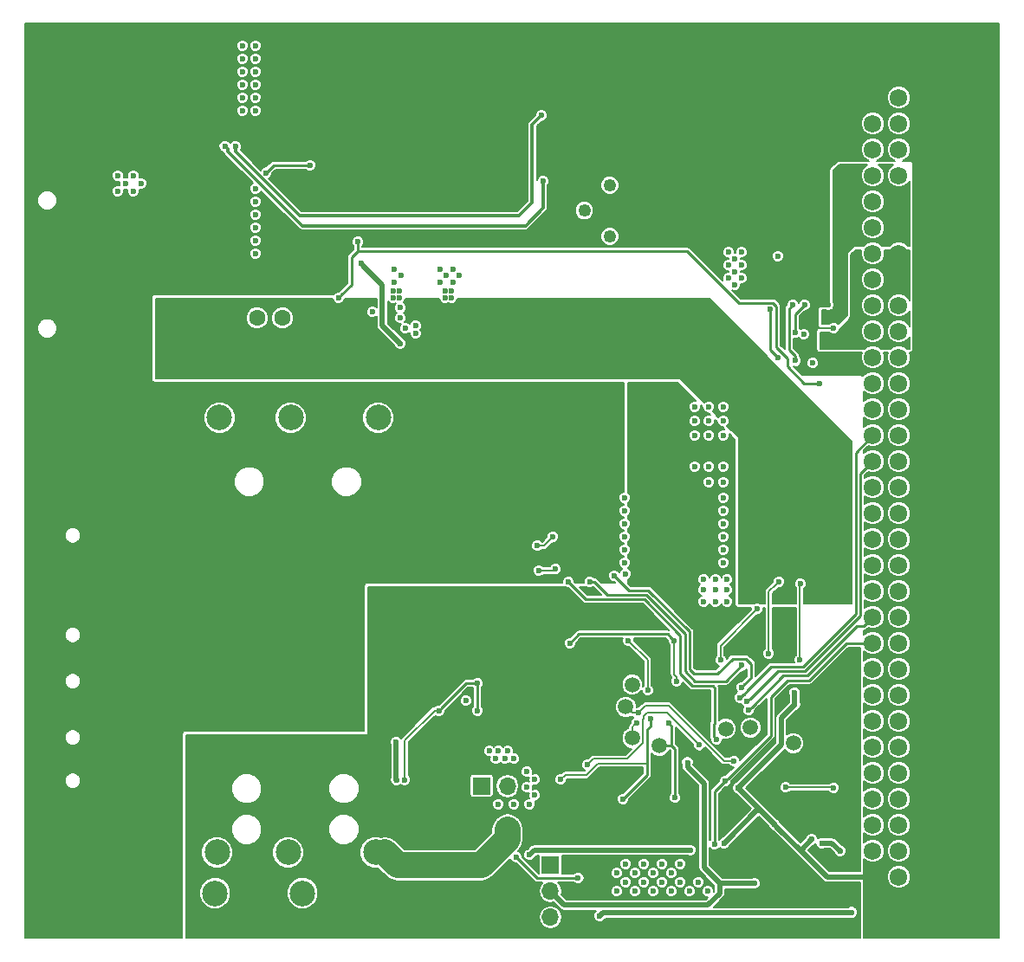
<source format=gbr>
G04 #@! TF.FileFunction,Copper,L4,Bot,Signal*
%FSLAX46Y46*%
G04 Gerber Fmt 4.6, Leading zero omitted, Abs format (unit mm)*
G04 Created by KiCad (PCBNEW 4.0.7-e2-6376~58~ubuntu16.04.1) date Tue May 15 22:20:39 2018*
%MOMM*%
%LPD*%
G01*
G04 APERTURE LIST*
%ADD10C,0.100000*%
%ADD11C,1.600000*%
%ADD12C,1.500000*%
%ADD13C,6.350000*%
%ADD14C,1.720000*%
%ADD15R,1.700000X1.700000*%
%ADD16O,1.700000X1.700000*%
%ADD17C,1.250000*%
%ADD18C,2.500000*%
%ADD19C,0.400000*%
%ADD20C,0.600000*%
%ADD21C,0.500000*%
%ADD22C,0.200000*%
%ADD23C,0.250000*%
%ADD24C,2.540000*%
%ADD25C,0.300000*%
G04 APERTURE END LIST*
D10*
D11*
X125500000Y-74000000D03*
X130500000Y-74000000D03*
X128000000Y-74000000D03*
D12*
X180438000Y-115569000D03*
X176247000Y-114045000D03*
X173834000Y-114172000D03*
X164055000Y-112013000D03*
X167357000Y-115823000D03*
X164690000Y-109854000D03*
X164690000Y-115061000D03*
D13*
X195810000Y-129920000D03*
X195810000Y-49910000D03*
X110080000Y-52450000D03*
X110080000Y-126110000D03*
D14*
X188190000Y-49910000D03*
X188190000Y-52450000D03*
X188190000Y-54990000D03*
X188190000Y-57530000D03*
X188190000Y-60070000D03*
X188190000Y-62610000D03*
X188190000Y-65150000D03*
X188190000Y-67690000D03*
X188190000Y-70230000D03*
X188190000Y-72770000D03*
X188190000Y-75310000D03*
X188190000Y-77850000D03*
X188190000Y-80390000D03*
X188190000Y-82930000D03*
X188190000Y-85470000D03*
X188190000Y-88010000D03*
X188190000Y-90550000D03*
X188190000Y-93090000D03*
X188190000Y-95630000D03*
X188190000Y-98170000D03*
X188190000Y-100710000D03*
X188190000Y-103250000D03*
X188190000Y-105790000D03*
X188190000Y-108330000D03*
X188190000Y-110870000D03*
X188190000Y-113410000D03*
X188190000Y-115950000D03*
X188190000Y-118490000D03*
X188190000Y-121030000D03*
X188190000Y-123570000D03*
X188190000Y-126110000D03*
X188190000Y-128650000D03*
X190730000Y-49910000D03*
X190730000Y-52450000D03*
X190730000Y-54990000D03*
X190730000Y-57530000D03*
X190730000Y-60070000D03*
X190730000Y-62610000D03*
X190730000Y-65150000D03*
X190730000Y-67690000D03*
X190730000Y-70230000D03*
X190730000Y-72770000D03*
X190730000Y-75310000D03*
X190730000Y-77850000D03*
X190730000Y-80390000D03*
X190730000Y-82930000D03*
X190730000Y-85470000D03*
X190730000Y-88010000D03*
X190730000Y-90550000D03*
X190730000Y-93090000D03*
X190730000Y-95630000D03*
X190730000Y-98170000D03*
X190730000Y-100710000D03*
X190730000Y-103250000D03*
X190730000Y-105790000D03*
X190730000Y-108330000D03*
X190730000Y-110870000D03*
X190730000Y-113410000D03*
X190730000Y-115950000D03*
X190730000Y-118490000D03*
X190730000Y-121030000D03*
X190730000Y-123570000D03*
X190730000Y-126110000D03*
X190730000Y-128650000D03*
D11*
X147500000Y-124000000D03*
X152500000Y-124000000D03*
X150000000Y-124000000D03*
D15*
X149958000Y-119760000D03*
D16*
X152498000Y-119760000D03*
D15*
X156689000Y-127507000D03*
D16*
X156689000Y-130047000D03*
X156689000Y-132587000D03*
D17*
X162500000Y-61000000D03*
X160000000Y-63500000D03*
X162500000Y-66000000D03*
D18*
X131300000Y-83750000D03*
X139850000Y-83750000D03*
X124350000Y-83750000D03*
X131050000Y-126250000D03*
X124100000Y-126250000D03*
X139600000Y-126250000D03*
X132450000Y-130250000D03*
X139400000Y-130250000D03*
X123900000Y-130250000D03*
D19*
X170167000Y-111632000D03*
X170167000Y-110632000D03*
X171167000Y-110632000D03*
X172167000Y-110632000D03*
X172167000Y-111632000D03*
X172167000Y-112632000D03*
X170167000Y-112632000D03*
X171167000Y-112632000D03*
X171167000Y-111632000D03*
D20*
X148429304Y-111413922D03*
X157266998Y-66699582D03*
X142000000Y-73000000D03*
X142000000Y-74000000D03*
X142500000Y-75000000D03*
X143500000Y-74750000D03*
X143500000Y-75500000D03*
X140814000Y-66547000D03*
X136435249Y-68767765D03*
X109318000Y-67944000D03*
X108302000Y-67944000D03*
X108302000Y-66928000D03*
X109318000Y-66928000D03*
X109318000Y-65912000D03*
X108302000Y-65912000D03*
X108302000Y-59816000D03*
X109318000Y-59816000D03*
X109318000Y-58800000D03*
X109318000Y-57784000D03*
X108302000Y-57784000D03*
X108302000Y-58800000D03*
X114652000Y-67436000D03*
X115668000Y-67436000D03*
X115668000Y-66420000D03*
X115668000Y-65404000D03*
X114652000Y-65404000D03*
X114652000Y-66420000D03*
X128241000Y-57276000D03*
X128241000Y-56514000D03*
X128241000Y-58038000D03*
X170345949Y-126032989D03*
X173646154Y-125373468D03*
X154657000Y-126491000D03*
X159102000Y-86740000D03*
X160118000Y-86740000D03*
X161134000Y-86740000D03*
X161134000Y-85724000D03*
X160118000Y-85724000D03*
X159102000Y-85724000D03*
X159102000Y-84708000D03*
X160118000Y-84708000D03*
X161134000Y-84708000D03*
X161134000Y-83692000D03*
X160118000Y-83692000D03*
X159102000Y-83692000D03*
X159102000Y-82676000D03*
X160118000Y-82676000D03*
X161134000Y-82676000D03*
X161134000Y-81660000D03*
X160118000Y-81660000D03*
X159102000Y-81660000D03*
X159102000Y-80644000D03*
X160118000Y-80644000D03*
X161134000Y-80644000D03*
X160868846Y-97794000D03*
X183810179Y-72708478D03*
X184349600Y-74979800D03*
X184400400Y-77850000D03*
X183105000Y-69595000D03*
X181835000Y-69595000D03*
X180565000Y-69595000D03*
X179295000Y-69595000D03*
X182216000Y-124967000D03*
X178571323Y-123509821D03*
X180565000Y-110616000D03*
X175035208Y-119955792D03*
X180569524Y-111792538D03*
X123854420Y-57019460D03*
X125284440Y-63549800D03*
X160796813Y-100887634D03*
X161250000Y-103250000D03*
X162250000Y-102368755D03*
X164250000Y-102368755D03*
X163250000Y-103500000D03*
X163250000Y-102500000D03*
X165013790Y-111050981D03*
X145106600Y-124459000D03*
X174250000Y-106250000D03*
X185518000Y-134238000D03*
X139290000Y-100710000D03*
X149704000Y-102488000D03*
X150974000Y-102488000D03*
X150974000Y-103758000D03*
X150339000Y-103123000D03*
X149704000Y-103758000D03*
X180438000Y-133222000D03*
X175231000Y-115442000D03*
X165960000Y-88518000D03*
X168754000Y-88518000D03*
X167357000Y-88518000D03*
X167357000Y-90042000D03*
X168754000Y-90042000D03*
X167865000Y-85470000D03*
X166468000Y-85470000D03*
X166468000Y-84073000D03*
X167865000Y-84073000D03*
X167865000Y-82676000D03*
X166468000Y-82676000D03*
X165071000Y-82676000D03*
X165071000Y-84073000D03*
X165071000Y-85470000D03*
X183613000Y-116966000D03*
X182470000Y-115950000D03*
X183613000Y-115950000D03*
X185899000Y-114172000D03*
X184756000Y-114172000D03*
X183613000Y-114172000D03*
X183613000Y-115061000D03*
X184756000Y-115061000D03*
X185899000Y-115061000D03*
X178406000Y-133222000D03*
X182470000Y-133349000D03*
X184502000Y-133349000D03*
X183486000Y-134238000D03*
X181454000Y-134238000D03*
X179422000Y-134238000D03*
X177390000Y-134238000D03*
X175358000Y-134238000D03*
X173326000Y-134238000D03*
X171294000Y-134238000D03*
X169262000Y-134238000D03*
X167230000Y-134238000D03*
X165198000Y-134238000D03*
X163166000Y-134238000D03*
X160753000Y-120649000D03*
X160753000Y-119506000D03*
X162531000Y-120649000D03*
X161642000Y-120649000D03*
X161642000Y-119506000D03*
X161642000Y-118363000D03*
X162531000Y-118363000D03*
X162531000Y-119506000D03*
X163420000Y-119506000D03*
X163420000Y-118363000D03*
X180935851Y-117697391D03*
X168754000Y-122935000D03*
X168754000Y-99186000D03*
X168754000Y-97916000D03*
X168754000Y-96646000D03*
X168754000Y-95376000D03*
X168754000Y-94106000D03*
X168754000Y-92836000D03*
X168754000Y-91566000D03*
X166849000Y-123062000D03*
X141631736Y-119175533D03*
X141616619Y-115471902D03*
X142431297Y-119148990D03*
X149577000Y-112394000D03*
X145788615Y-112394711D03*
X149577000Y-109727000D03*
X151355000Y-117093000D03*
X152244000Y-117093000D03*
X153133000Y-117093000D03*
X152498000Y-116331000D03*
X151609000Y-116331000D03*
X150720000Y-116331000D03*
X172056000Y-130047000D03*
X171167000Y-129158000D03*
X170278000Y-130047000D03*
X169389000Y-129158000D03*
X169389000Y-127380000D03*
X168500000Y-128269000D03*
X168500000Y-130047000D03*
X167611000Y-129158000D03*
X167611000Y-127380000D03*
X166722000Y-128269000D03*
X166722000Y-130047000D03*
X165833000Y-129158000D03*
X165833000Y-127380000D03*
X164944000Y-128269000D03*
X164944000Y-130047000D03*
X164055000Y-129158000D03*
X164055000Y-127380000D03*
X163166000Y-128269000D03*
X163166000Y-130047000D03*
X154657000Y-121538000D03*
X153133000Y-121538000D03*
X151609000Y-121538000D03*
X155165000Y-120649000D03*
X155165000Y-119125000D03*
X154403000Y-118363000D03*
X154403000Y-119887000D03*
X165115714Y-113560870D03*
X164690000Y-109854000D03*
X173795837Y-114120626D03*
X184354622Y-119916783D03*
X179676000Y-119887000D03*
X173309023Y-107446569D03*
X176907686Y-102435010D03*
X176247000Y-114045000D03*
X158467000Y-99821000D03*
X172945000Y-115188000D03*
X170073980Y-117456066D03*
X176628000Y-129285000D03*
X165256107Y-112619563D03*
X174621250Y-117296481D03*
X186153000Y-132098293D03*
X161515000Y-132460000D03*
X183199372Y-125341513D03*
X124050000Y-72770000D03*
X122780000Y-72770000D03*
X121510000Y-72770000D03*
X120240000Y-72770000D03*
X118970000Y-72770000D03*
X118970000Y-74040000D03*
X120240000Y-74040000D03*
X121510000Y-74040000D03*
X122780000Y-74040000D03*
X124050000Y-74040000D03*
X184121000Y-94106000D03*
X184629000Y-100710000D03*
X183486000Y-100710000D03*
X183486000Y-99440000D03*
X184629000Y-99440000D03*
X185772000Y-99440000D03*
X185772000Y-98170000D03*
X184629000Y-98170000D03*
X183486000Y-98170000D03*
X183486000Y-96900000D03*
X184629000Y-96900000D03*
X185772000Y-96900000D03*
X185772000Y-95630000D03*
X184629000Y-95630000D03*
X183486000Y-95630000D03*
X182343000Y-95630000D03*
X182343000Y-96900000D03*
X182343000Y-98170000D03*
X182343000Y-99440000D03*
X182343000Y-100710000D03*
X184978756Y-126119448D03*
X127860000Y-61340000D03*
X116684000Y-60832000D03*
X115922000Y-60070000D03*
X115922000Y-61594000D03*
X115160000Y-60832000D03*
X114398000Y-61594000D03*
X114398000Y-60070000D03*
X127860000Y-62610000D03*
X127860000Y-63880000D03*
X127860000Y-65150000D03*
X127860000Y-66420000D03*
X127860000Y-67690000D03*
X127860000Y-53720000D03*
X126590000Y-53720000D03*
X126590000Y-52450000D03*
X127860000Y-52450000D03*
X127860000Y-51180000D03*
X126590000Y-51180000D03*
X126590000Y-49910000D03*
X127860000Y-49910000D03*
X127860000Y-48640000D03*
X126590000Y-48640000D03*
X126590000Y-47370000D03*
X127860000Y-47370000D03*
X141449000Y-70484000D03*
X142084000Y-69854000D03*
X141449000Y-69214000D03*
X147799000Y-69849000D03*
X147164000Y-69214000D03*
X147164000Y-70484000D03*
X146529000Y-69849000D03*
X145894000Y-69214000D03*
X145894000Y-70484000D03*
X138161683Y-68655866D03*
X142000000Y-76500000D03*
X171675000Y-101726000D03*
X173961000Y-99567000D03*
X172818000Y-99567000D03*
X171675000Y-99567000D03*
X171675000Y-100583000D03*
X172818000Y-100583000D03*
X173961000Y-100583000D03*
X173961000Y-101726000D03*
X172818000Y-101726000D03*
X164029710Y-99000367D03*
X163928000Y-91566000D03*
X163928000Y-92836000D03*
X163928000Y-94106000D03*
X163928000Y-95376000D03*
X163928000Y-96646000D03*
X163928000Y-97916000D03*
X173580000Y-88518000D03*
X172183000Y-88518000D03*
X170786000Y-88518000D03*
X172183000Y-90042000D03*
X173580000Y-90042000D03*
X173580000Y-91566000D03*
X173580000Y-92836000D03*
X173580000Y-94106000D03*
X173580000Y-95376000D03*
X173580000Y-96646000D03*
X173580000Y-97916000D03*
X173580000Y-82676000D03*
X172183000Y-82676000D03*
X170786000Y-82676000D03*
X170786000Y-84073000D03*
X172183000Y-84073000D03*
X173580000Y-84073000D03*
X170786000Y-85470000D03*
X172183000Y-85470000D03*
X173580000Y-85470000D03*
X174723000Y-70738000D03*
X175358000Y-70103000D03*
X174088000Y-70103000D03*
X174723000Y-69468000D03*
X175358000Y-68833000D03*
X174088000Y-68833000D03*
X174723000Y-68198000D03*
X175358000Y-67563000D03*
X174088000Y-67563000D03*
X181454000Y-75564000D03*
X182343000Y-78388002D03*
X178914000Y-67944000D03*
X175215197Y-111112709D03*
X175906957Y-111514564D03*
X137893000Y-66547000D03*
X135988000Y-72008000D03*
X182978000Y-80390000D03*
X178148367Y-73139309D03*
X178907932Y-77866170D03*
X176073235Y-112346784D03*
X172733280Y-125417415D03*
X173780299Y-119281926D03*
X184883000Y-68325000D03*
X184883000Y-69214000D03*
X184883000Y-70230000D03*
X184883000Y-71246000D03*
X184883000Y-72262000D03*
X184883000Y-73278000D03*
X184248000Y-73913000D03*
X186661000Y-71881000D03*
X186661000Y-73024000D03*
X186661000Y-74040000D03*
X186280000Y-75183000D03*
X185518000Y-75945000D03*
X184375000Y-76326000D03*
X157197000Y-98551000D03*
X155546000Y-98678000D03*
X171236868Y-115751006D03*
X160305502Y-117676172D03*
X156943000Y-95376000D03*
X155419000Y-96265000D03*
X160520002Y-99790037D03*
X175402439Y-107960522D03*
X180438000Y-115569000D03*
X162912000Y-99186000D03*
X175358000Y-110108000D03*
X139290000Y-73405000D03*
X146402000Y-72008000D03*
X146402000Y-71373000D03*
X147037000Y-71373000D03*
X147037000Y-72008000D03*
X141957000Y-71373000D03*
X141957000Y-72008000D03*
X141322000Y-72008000D03*
X141322000Y-71373000D03*
X124862864Y-57194558D03*
X155949860Y-60636420D03*
X159401564Y-128760201D03*
X153364662Y-126722662D03*
X166449715Y-113174036D03*
X157705000Y-119125000D03*
X163801000Y-121030000D03*
X166195689Y-110414017D03*
X164309000Y-105536000D03*
X128906576Y-59798212D03*
X133194000Y-59054000D03*
X125896986Y-57232414D03*
X155800000Y-54200000D03*
X168232001Y-113607673D03*
X168881000Y-120903000D03*
X168752968Y-105536000D03*
X158594000Y-105790000D03*
X169013115Y-109503675D03*
X179021516Y-99768150D03*
X178025000Y-106806000D03*
X181089983Y-99982759D03*
X181073000Y-107441000D03*
X180637008Y-78164577D03*
X180387200Y-72719200D03*
X180623208Y-75404520D03*
X181504800Y-72719200D03*
D21*
X179237999Y-113124063D02*
X180269525Y-112092537D01*
X180269525Y-112092537D02*
X180569524Y-111792538D01*
X179237999Y-115753001D02*
X179237999Y-113124063D01*
X175035208Y-119955792D02*
X179237999Y-115753001D01*
X155115011Y-126032989D02*
X169921685Y-126032989D01*
X154657000Y-126491000D02*
X155115011Y-126032989D01*
X169921685Y-126032989D02*
X170345949Y-126032989D01*
X173946153Y-125073469D02*
X173646154Y-125373468D01*
X176836038Y-122183584D02*
X173946153Y-125073469D01*
X177263000Y-122183584D02*
X176836038Y-122183584D01*
X175035208Y-119955792D02*
X177263000Y-122183584D01*
X177263000Y-122183584D02*
X178571323Y-123491907D01*
X183711502Y-128650000D02*
X181171502Y-126110000D01*
X181171502Y-126110000D02*
X178871322Y-123809820D01*
X182216000Y-124967000D02*
X181171502Y-126011498D01*
X181171502Y-126011498D02*
X181171502Y-126110000D01*
X178571323Y-123491907D02*
X178571323Y-123509821D01*
X178871322Y-123809820D02*
X178571323Y-123509821D01*
X188190000Y-128650000D02*
X183711502Y-128650000D01*
X180569524Y-111792538D02*
X180569524Y-110620524D01*
X180569524Y-110620524D02*
X180565000Y-110616000D01*
X141616619Y-115471902D02*
X141616619Y-119160416D01*
X141616619Y-119160416D02*
X141631736Y-119175533D01*
D22*
X145788615Y-112394711D02*
X145364351Y-112394711D01*
X145364351Y-112394711D02*
X142431297Y-115327765D01*
X142431297Y-115327765D02*
X142431297Y-115568703D01*
X142431297Y-119148990D02*
X142431297Y-115568703D01*
D23*
X149577000Y-109727000D02*
X148456326Y-109727000D01*
X146088614Y-112094712D02*
X145788615Y-112394711D01*
X148456326Y-109727000D02*
X146088614Y-112094712D01*
X149577000Y-112394000D02*
X149577000Y-109727000D01*
D22*
X164815715Y-113860869D02*
X165115714Y-113560870D01*
X164690000Y-113986584D02*
X164815715Y-113860869D01*
X164690000Y-115061000D02*
X164690000Y-113986584D01*
X184324839Y-119887000D02*
X184354622Y-119916783D01*
X179676000Y-119887000D02*
X184324839Y-119887000D01*
X173309023Y-106033673D02*
X173309023Y-107022305D01*
X176907686Y-102435010D02*
X173309023Y-106033673D01*
X173309023Y-107022305D02*
X173309023Y-107446569D01*
D23*
X160148644Y-101502644D02*
X165860824Y-101502644D01*
X172777163Y-110194163D02*
X172777163Y-113637835D01*
X172777163Y-113637835D02*
X172645001Y-113769997D01*
X158467000Y-99821000D02*
X160148644Y-101502644D01*
X165860824Y-101502644D02*
X169377978Y-105019798D01*
X169377978Y-105019798D02*
X169377978Y-108794445D01*
X172550021Y-109967021D02*
X172777163Y-110194163D01*
X169377978Y-108794445D02*
X170550554Y-109967021D01*
X170550554Y-109967021D02*
X172550021Y-109967021D01*
X172645001Y-113769997D02*
X172645001Y-114888001D01*
X172645001Y-114888001D02*
X172945000Y-115188000D01*
D21*
X173236406Y-129285000D02*
X173236406Y-129251318D01*
X173236406Y-129251318D02*
X171689215Y-127704127D01*
X171689215Y-127704127D02*
X171689215Y-119495565D01*
X171689215Y-119495565D02*
X170073980Y-117880330D01*
X170073980Y-117880330D02*
X170073980Y-117456066D01*
X156689000Y-130047000D02*
X158043333Y-131401333D01*
X158043333Y-131401333D02*
X172098360Y-131401333D01*
X172098360Y-131401333D02*
X173236406Y-130263287D01*
X173236406Y-130263287D02*
X173236406Y-129285000D01*
X176628000Y-129285000D02*
X173236406Y-129285000D01*
D22*
X165256107Y-112619563D02*
X164661563Y-112619563D01*
X164661563Y-112619563D02*
X164055000Y-112013000D01*
X174621250Y-117296481D02*
X173630887Y-117296481D01*
X165968657Y-111907013D02*
X165556106Y-112319564D01*
X173630887Y-117296481D02*
X168241419Y-111907013D01*
X168241419Y-111907013D02*
X165968657Y-111907013D01*
X165556106Y-112319564D02*
X165256107Y-112619563D01*
D21*
X161515000Y-132460000D02*
X161814999Y-132160001D01*
X161814999Y-132160001D02*
X186091292Y-132160001D01*
X186091292Y-132160001D02*
X186153000Y-132098293D01*
D24*
X176285963Y-78368854D02*
X126955816Y-78368854D01*
X184121000Y-94106000D02*
X184121000Y-86203891D01*
X184121000Y-86203891D02*
X176285963Y-78368854D01*
X126955816Y-78368854D02*
X122035143Y-73448181D01*
X122035143Y-73448181D02*
X119521930Y-73448181D01*
D21*
X183623636Y-125341513D02*
X183199372Y-125341513D01*
X184200821Y-125341513D02*
X183623636Y-125341513D01*
X184978756Y-126119448D02*
X184200821Y-125341513D01*
D24*
X152500000Y-124967722D02*
X152500000Y-124000000D01*
X140500000Y-126250000D02*
X141749999Y-127499999D01*
X149967723Y-127499999D02*
X152500000Y-124967722D01*
X141749999Y-127499999D02*
X149967723Y-127499999D01*
D21*
X138461682Y-68955865D02*
X138161683Y-68655866D01*
X140259999Y-74759999D02*
X140259999Y-70754182D01*
X140259999Y-70754182D02*
X138461682Y-68955865D01*
X142000000Y-76500000D02*
X140259999Y-74759999D01*
D23*
X188190000Y-85470000D02*
X186509244Y-87150756D01*
X181373002Y-108066002D02*
X178261904Y-108066002D01*
X175983001Y-110408001D02*
X175578292Y-110812710D01*
X175515196Y-110812710D02*
X175215197Y-111112709D01*
X186509244Y-87150756D02*
X186509244Y-102929760D01*
X186509244Y-102929760D02*
X181373002Y-108066002D01*
X178261904Y-108066002D02*
X175983001Y-110344905D01*
X175983001Y-110344905D02*
X175983001Y-110408001D01*
X175578292Y-110812710D02*
X175515196Y-110812710D01*
X188190000Y-88010000D02*
X187004999Y-89195001D01*
X187004999Y-89195001D02*
X187004999Y-103070416D01*
X187004999Y-103070416D02*
X181559402Y-108516013D01*
X181559402Y-108516013D02*
X178905508Y-108516013D01*
X178905508Y-108516013D02*
X176206956Y-111214565D01*
X176206956Y-111214565D02*
X175906957Y-111514564D01*
X170058055Y-67470055D02*
X137827201Y-67470055D01*
X175112307Y-72524307D02*
X170058055Y-67470055D01*
X178443569Y-72524307D02*
X175112307Y-72524307D01*
X178763369Y-72844107D02*
X178443569Y-72524307D01*
X178763369Y-76828536D02*
X178763369Y-72844107D01*
X179856403Y-78749588D02*
X179856403Y-77921570D01*
X181496815Y-80390000D02*
X179856403Y-78749588D01*
X179856403Y-77921570D02*
X178763369Y-76828536D01*
X182978000Y-80390000D02*
X181496815Y-80390000D01*
X136287999Y-71708001D02*
X135988000Y-72008000D01*
X137274704Y-70721296D02*
X136287999Y-71708001D01*
X137827201Y-67470055D02*
X137274704Y-68022552D01*
X137274704Y-68022552D02*
X137274704Y-70721296D01*
X137827201Y-67470055D02*
X137827201Y-66612799D01*
X137827201Y-66612799D02*
X137893000Y-66547000D01*
X178148367Y-73563573D02*
X178148367Y-73139309D01*
X178148367Y-77106605D02*
X178148367Y-73563573D01*
X178907932Y-77866170D02*
X178148367Y-77106605D01*
X176373234Y-112046785D02*
X176073235Y-112346784D01*
X186651196Y-104109999D02*
X181795171Y-108966024D01*
X187330001Y-104109999D02*
X186651196Y-104109999D01*
X179453995Y-108966024D02*
X176373234Y-112046785D01*
X188190000Y-103250000D02*
X187330001Y-104109999D01*
X181795171Y-108966024D02*
X179453995Y-108966024D01*
X178220491Y-114841734D02*
X174080298Y-118981927D01*
X188190000Y-105790000D02*
X185607605Y-105790000D01*
X185607605Y-105790000D02*
X181981570Y-109416035D01*
X181981570Y-109416035D02*
X179887882Y-109416035D01*
X179887882Y-109416035D02*
X178220491Y-111083426D01*
X178220491Y-111083426D02*
X178220491Y-114841734D01*
X174080298Y-118981927D02*
X173780299Y-119281926D01*
X172733280Y-120328945D02*
X172733280Y-124993151D01*
X173780299Y-119281926D02*
X172733280Y-120328945D01*
X172733280Y-124993151D02*
X172733280Y-125417415D01*
D22*
X184883000Y-70230000D02*
X184883000Y-69214000D01*
X184883000Y-72262000D02*
X184883000Y-71246000D01*
X184248000Y-73913000D02*
X184883000Y-73278000D01*
X186661000Y-73024000D02*
X186661000Y-71881000D01*
X186280000Y-75183000D02*
X186280000Y-74421000D01*
X186280000Y-74421000D02*
X186661000Y-74040000D01*
X184375000Y-76326000D02*
X185137000Y-76326000D01*
X185137000Y-76326000D02*
X185518000Y-75945000D01*
X155546000Y-98678000D02*
X157070000Y-98678000D01*
X157070000Y-98678000D02*
X157197000Y-98551000D01*
X160305502Y-117676172D02*
X160892086Y-117089588D01*
X160892086Y-117089588D02*
X164215414Y-117089588D01*
X164215414Y-117089588D02*
X165740001Y-115565001D01*
X165810661Y-113176474D02*
X165810661Y-112886026D01*
X170936869Y-115451007D02*
X171236868Y-115751006D01*
X165740001Y-115565001D02*
X165740001Y-113247134D01*
X165740001Y-113247134D02*
X165810661Y-113176474D01*
X165810661Y-112886026D02*
X166122661Y-112574026D01*
X166122661Y-112574026D02*
X168059888Y-112574026D01*
X168059888Y-112574026D02*
X170936869Y-115451007D01*
D23*
X162216862Y-101062633D02*
X160944266Y-99790037D01*
X160944266Y-99790037D02*
X160520002Y-99790037D01*
X169827989Y-104847540D02*
X166043082Y-101062633D01*
X166043082Y-101062633D02*
X162216862Y-101062633D01*
X170828599Y-109517010D02*
X169827989Y-108516400D01*
X169827989Y-108516400D02*
X169827989Y-104847540D01*
X173845951Y-109517010D02*
X170828599Y-109517010D01*
X175402439Y-107960522D02*
X173845951Y-109517010D01*
D22*
X155419000Y-96265000D02*
X156054000Y-96265000D01*
X156054000Y-96265000D02*
X156943000Y-95376000D01*
D23*
X170278000Y-104647000D02*
X170278000Y-108294646D01*
X166253622Y-100622622D02*
X170278000Y-104647000D01*
X162912000Y-99186000D02*
X164348622Y-100622622D01*
X164348622Y-100622622D02*
X166253622Y-100622622D01*
X176300116Y-107826159D02*
X176300116Y-109165884D01*
X175782306Y-107308349D02*
X176300116Y-107826159D01*
X176300116Y-109165884D02*
X175657999Y-109808001D01*
X170747003Y-108799003D02*
X172996658Y-108799003D01*
X174487312Y-107308349D02*
X175782306Y-107308349D01*
X175657999Y-109808001D02*
X175358000Y-110108000D01*
X172996658Y-108799003D02*
X174487312Y-107308349D01*
X170659000Y-108711000D02*
X170747003Y-108799003D01*
X170278000Y-108330000D02*
X170659000Y-108711000D01*
X170278000Y-108294646D02*
X170278000Y-108330000D01*
X170278000Y-108294646D02*
X170295677Y-108312323D01*
D22*
X170295677Y-108312323D02*
X170659000Y-108711000D01*
D25*
X125162863Y-57494557D02*
X124862864Y-57194558D01*
X125162863Y-57708234D02*
X125162863Y-57494557D01*
X132416669Y-64962040D02*
X125162863Y-57708234D01*
X154248060Y-64962040D02*
X132416669Y-64962040D01*
X155949860Y-60636420D02*
X155949860Y-63260240D01*
X155949860Y-63260240D02*
X154248060Y-64962040D01*
D23*
X155402201Y-128760201D02*
X158977300Y-128760201D01*
X158977300Y-128760201D02*
X159401564Y-128760201D01*
X153364662Y-126722662D02*
X155402201Y-128760201D01*
X166165012Y-117565248D02*
X166165012Y-114184000D01*
X166129260Y-117601000D02*
X166165012Y-117565248D01*
X166449715Y-113598300D02*
X166449715Y-113174036D01*
X166449715Y-113899297D02*
X166449715Y-113598300D01*
X166165012Y-114184000D02*
X166449715Y-113899297D01*
X166129260Y-118701740D02*
X166129260Y-117601000D01*
D22*
X161330618Y-117543632D02*
X166071892Y-117543632D01*
X157705000Y-119125000D02*
X158142189Y-118687811D01*
X158142189Y-118687811D02*
X160186439Y-118687811D01*
X160186439Y-118687811D02*
X161330618Y-117543632D01*
X166071892Y-117543632D02*
X166129260Y-117601000D01*
D23*
X163801000Y-121030000D02*
X166129260Y-118701740D01*
D22*
X166195689Y-109989753D02*
X166195689Y-110414017D01*
X166195689Y-107422689D02*
X166195689Y-109989753D01*
X164309000Y-105536000D02*
X166195689Y-107422689D01*
D23*
X129206575Y-59498213D02*
X128906576Y-59798212D01*
X129650788Y-59054000D02*
X129206575Y-59498213D01*
X133194000Y-59054000D02*
X129650788Y-59054000D01*
D25*
X155800000Y-54200000D02*
X154900000Y-55100000D01*
X154900000Y-55100000D02*
X154900000Y-62700000D01*
X154900000Y-62700000D02*
X153600000Y-64000000D01*
X153600000Y-64000000D02*
X132189124Y-64000000D01*
X132189124Y-64000000D02*
X125896986Y-57707862D01*
X125896986Y-57707862D02*
X125896986Y-57656678D01*
X125896986Y-57656678D02*
X125896986Y-57232414D01*
X125850860Y-57278540D02*
X125896986Y-57232414D01*
X125850860Y-57286160D02*
X125850860Y-57278540D01*
D23*
X168532000Y-115812729D02*
X168521729Y-115823000D01*
X168521729Y-115823000D02*
X167357000Y-115823000D01*
X168881000Y-120903000D02*
X168881000Y-116161729D01*
X168881000Y-116161729D02*
X168532000Y-115812729D01*
X168532000Y-115812729D02*
X168532000Y-113907672D01*
X168532000Y-113907672D02*
X168232001Y-113607673D01*
D22*
X168752968Y-108819264D02*
X168752968Y-105536000D01*
X169013115Y-109079411D02*
X168752968Y-108819264D01*
X169013115Y-109503675D02*
X169013115Y-109079411D01*
D23*
X159473001Y-104910999D02*
X168127967Y-104910999D01*
X168452969Y-105236001D02*
X168752968Y-105536000D01*
X168127967Y-104910999D02*
X168452969Y-105236001D01*
X158594000Y-105790000D02*
X159473001Y-104910999D01*
D22*
X178721517Y-100068149D02*
X179021516Y-99768150D01*
X178025000Y-100764666D02*
X178721517Y-100068149D01*
X178025000Y-106806000D02*
X178025000Y-100764666D01*
X181073000Y-99999742D02*
X181089983Y-99982759D01*
X181073000Y-107441000D02*
X181073000Y-99999742D01*
D23*
X180637008Y-77740313D02*
X180637008Y-78164577D01*
X180008207Y-77111512D02*
X180637008Y-77740313D01*
X180008207Y-73098193D02*
X180008207Y-77111512D01*
X180387200Y-72719200D02*
X180008207Y-73098193D01*
X181504800Y-72719200D02*
X180623208Y-73600792D01*
X180623208Y-74980256D02*
X180623208Y-75404520D01*
X180623208Y-73600792D02*
X180623208Y-74980256D01*
D22*
G36*
X200515000Y-134625000D02*
X187342000Y-134625000D01*
X187342000Y-128879726D01*
X189569799Y-128879726D01*
X189746026Y-129306229D01*
X190072055Y-129632827D01*
X190498249Y-129809798D01*
X190959726Y-129810201D01*
X191386229Y-129633974D01*
X191712827Y-129307945D01*
X191889798Y-128881751D01*
X191890201Y-128420274D01*
X191713974Y-127993771D01*
X191387945Y-127667173D01*
X190961751Y-127490202D01*
X190500274Y-127489799D01*
X190073771Y-127666026D01*
X189747173Y-127992055D01*
X189570202Y-128418249D01*
X189569799Y-128879726D01*
X187342000Y-128879726D01*
X187342000Y-126902440D01*
X187532055Y-127092827D01*
X187958249Y-127269798D01*
X188419726Y-127270201D01*
X188846229Y-127093974D01*
X189172827Y-126767945D01*
X189349798Y-126341751D01*
X189349799Y-126339726D01*
X189569799Y-126339726D01*
X189746026Y-126766229D01*
X190072055Y-127092827D01*
X190498249Y-127269798D01*
X190959726Y-127270201D01*
X191386229Y-127093974D01*
X191712827Y-126767945D01*
X191889798Y-126341751D01*
X191890201Y-125880274D01*
X191713974Y-125453771D01*
X191387945Y-125127173D01*
X190961751Y-124950202D01*
X190500274Y-124949799D01*
X190073771Y-125126026D01*
X189747173Y-125452055D01*
X189570202Y-125878249D01*
X189569799Y-126339726D01*
X189349799Y-126339726D01*
X189350201Y-125880274D01*
X189173974Y-125453771D01*
X188847945Y-125127173D01*
X188421751Y-124950202D01*
X187960274Y-124949799D01*
X187533771Y-125126026D01*
X187342000Y-125317463D01*
X187342000Y-124362440D01*
X187532055Y-124552827D01*
X187958249Y-124729798D01*
X188419726Y-124730201D01*
X188846229Y-124553974D01*
X189172827Y-124227945D01*
X189349798Y-123801751D01*
X189349799Y-123799726D01*
X189569799Y-123799726D01*
X189746026Y-124226229D01*
X190072055Y-124552827D01*
X190498249Y-124729798D01*
X190959726Y-124730201D01*
X191386229Y-124553974D01*
X191712827Y-124227945D01*
X191889798Y-123801751D01*
X191890201Y-123340274D01*
X191713974Y-122913771D01*
X191387945Y-122587173D01*
X190961751Y-122410202D01*
X190500274Y-122409799D01*
X190073771Y-122586026D01*
X189747173Y-122912055D01*
X189570202Y-123338249D01*
X189569799Y-123799726D01*
X189349799Y-123799726D01*
X189350201Y-123340274D01*
X189173974Y-122913771D01*
X188847945Y-122587173D01*
X188421751Y-122410202D01*
X187960274Y-122409799D01*
X187533771Y-122586026D01*
X187342000Y-122777463D01*
X187342000Y-121822440D01*
X187532055Y-122012827D01*
X187958249Y-122189798D01*
X188419726Y-122190201D01*
X188846229Y-122013974D01*
X189172827Y-121687945D01*
X189349798Y-121261751D01*
X189349799Y-121259726D01*
X189569799Y-121259726D01*
X189746026Y-121686229D01*
X190072055Y-122012827D01*
X190498249Y-122189798D01*
X190959726Y-122190201D01*
X191386229Y-122013974D01*
X191712827Y-121687945D01*
X191889798Y-121261751D01*
X191890201Y-120800274D01*
X191713974Y-120373771D01*
X191387945Y-120047173D01*
X190961751Y-119870202D01*
X190500274Y-119869799D01*
X190073771Y-120046026D01*
X189747173Y-120372055D01*
X189570202Y-120798249D01*
X189569799Y-121259726D01*
X189349799Y-121259726D01*
X189350201Y-120800274D01*
X189173974Y-120373771D01*
X188847945Y-120047173D01*
X188421751Y-119870202D01*
X187960274Y-119869799D01*
X187533771Y-120046026D01*
X187342000Y-120237463D01*
X187342000Y-119282440D01*
X187532055Y-119472827D01*
X187958249Y-119649798D01*
X188419726Y-119650201D01*
X188846229Y-119473974D01*
X189172827Y-119147945D01*
X189349798Y-118721751D01*
X189349799Y-118719726D01*
X189569799Y-118719726D01*
X189746026Y-119146229D01*
X190072055Y-119472827D01*
X190498249Y-119649798D01*
X190959726Y-119650201D01*
X191386229Y-119473974D01*
X191712827Y-119147945D01*
X191889798Y-118721751D01*
X191890201Y-118260274D01*
X191713974Y-117833771D01*
X191387945Y-117507173D01*
X190961751Y-117330202D01*
X190500274Y-117329799D01*
X190073771Y-117506026D01*
X189747173Y-117832055D01*
X189570202Y-118258249D01*
X189569799Y-118719726D01*
X189349799Y-118719726D01*
X189350201Y-118260274D01*
X189173974Y-117833771D01*
X188847945Y-117507173D01*
X188421751Y-117330202D01*
X187960274Y-117329799D01*
X187533771Y-117506026D01*
X187342000Y-117697463D01*
X187342000Y-116742440D01*
X187532055Y-116932827D01*
X187958249Y-117109798D01*
X188419726Y-117110201D01*
X188846229Y-116933974D01*
X189172827Y-116607945D01*
X189349798Y-116181751D01*
X189349799Y-116179726D01*
X189569799Y-116179726D01*
X189746026Y-116606229D01*
X190072055Y-116932827D01*
X190498249Y-117109798D01*
X190959726Y-117110201D01*
X191386229Y-116933974D01*
X191712827Y-116607945D01*
X191889798Y-116181751D01*
X191890201Y-115720274D01*
X191713974Y-115293771D01*
X191387945Y-114967173D01*
X190961751Y-114790202D01*
X190500274Y-114789799D01*
X190073771Y-114966026D01*
X189747173Y-115292055D01*
X189570202Y-115718249D01*
X189569799Y-116179726D01*
X189349799Y-116179726D01*
X189350201Y-115720274D01*
X189173974Y-115293771D01*
X188847945Y-114967173D01*
X188421751Y-114790202D01*
X187960274Y-114789799D01*
X187533771Y-114966026D01*
X187342000Y-115157463D01*
X187342000Y-114202440D01*
X187532055Y-114392827D01*
X187958249Y-114569798D01*
X188419726Y-114570201D01*
X188846229Y-114393974D01*
X189172827Y-114067945D01*
X189349798Y-113641751D01*
X189349799Y-113639726D01*
X189569799Y-113639726D01*
X189746026Y-114066229D01*
X190072055Y-114392827D01*
X190498249Y-114569798D01*
X190959726Y-114570201D01*
X191386229Y-114393974D01*
X191712827Y-114067945D01*
X191889798Y-113641751D01*
X191890201Y-113180274D01*
X191713974Y-112753771D01*
X191387945Y-112427173D01*
X190961751Y-112250202D01*
X190500274Y-112249799D01*
X190073771Y-112426026D01*
X189747173Y-112752055D01*
X189570202Y-113178249D01*
X189569799Y-113639726D01*
X189349799Y-113639726D01*
X189350201Y-113180274D01*
X189173974Y-112753771D01*
X188847945Y-112427173D01*
X188421751Y-112250202D01*
X187960274Y-112249799D01*
X187533771Y-112426026D01*
X187342000Y-112617463D01*
X187342000Y-111662440D01*
X187532055Y-111852827D01*
X187958249Y-112029798D01*
X188419726Y-112030201D01*
X188846229Y-111853974D01*
X189172827Y-111527945D01*
X189349798Y-111101751D01*
X189349799Y-111099726D01*
X189569799Y-111099726D01*
X189746026Y-111526229D01*
X190072055Y-111852827D01*
X190498249Y-112029798D01*
X190959726Y-112030201D01*
X191386229Y-111853974D01*
X191712827Y-111527945D01*
X191889798Y-111101751D01*
X191890201Y-110640274D01*
X191713974Y-110213771D01*
X191387945Y-109887173D01*
X190961751Y-109710202D01*
X190500274Y-109709799D01*
X190073771Y-109886026D01*
X189747173Y-110212055D01*
X189570202Y-110638249D01*
X189569799Y-111099726D01*
X189349799Y-111099726D01*
X189350201Y-110640274D01*
X189173974Y-110213771D01*
X188847945Y-109887173D01*
X188421751Y-109710202D01*
X187960274Y-109709799D01*
X187533771Y-109886026D01*
X187342000Y-110077463D01*
X187342000Y-109122440D01*
X187532055Y-109312827D01*
X187958249Y-109489798D01*
X188419726Y-109490201D01*
X188846229Y-109313974D01*
X189172827Y-108987945D01*
X189349798Y-108561751D01*
X189349799Y-108559726D01*
X189569799Y-108559726D01*
X189746026Y-108986229D01*
X190072055Y-109312827D01*
X190498249Y-109489798D01*
X190959726Y-109490201D01*
X191386229Y-109313974D01*
X191712827Y-108987945D01*
X191889798Y-108561751D01*
X191890201Y-108100274D01*
X191713974Y-107673771D01*
X191387945Y-107347173D01*
X190961751Y-107170202D01*
X190500274Y-107169799D01*
X190073771Y-107346026D01*
X189747173Y-107672055D01*
X189570202Y-108098249D01*
X189569799Y-108559726D01*
X189349799Y-108559726D01*
X189350201Y-108100274D01*
X189173974Y-107673771D01*
X188847945Y-107347173D01*
X188421751Y-107170202D01*
X187960274Y-107169799D01*
X187533771Y-107346026D01*
X187342000Y-107537463D01*
X187342000Y-106582440D01*
X187532055Y-106772827D01*
X187958249Y-106949798D01*
X188419726Y-106950201D01*
X188846229Y-106773974D01*
X189172827Y-106447945D01*
X189349798Y-106021751D01*
X189349799Y-106019726D01*
X189569799Y-106019726D01*
X189746026Y-106446229D01*
X190072055Y-106772827D01*
X190498249Y-106949798D01*
X190959726Y-106950201D01*
X191386229Y-106773974D01*
X191712827Y-106447945D01*
X191889798Y-106021751D01*
X191890201Y-105560274D01*
X191713974Y-105133771D01*
X191387945Y-104807173D01*
X190961751Y-104630202D01*
X190500274Y-104629799D01*
X190073771Y-104806026D01*
X189747173Y-105132055D01*
X189570202Y-105558249D01*
X189569799Y-106019726D01*
X189349799Y-106019726D01*
X189350201Y-105560274D01*
X189173974Y-105133771D01*
X188847945Y-104807173D01*
X188421751Y-104630202D01*
X187960274Y-104629799D01*
X187533771Y-104806026D01*
X187342000Y-104997463D01*
X187342000Y-104532612D01*
X187465658Y-104508015D01*
X187492642Y-104502648D01*
X187630521Y-104410519D01*
X187727187Y-104313853D01*
X187958249Y-104409798D01*
X188419726Y-104410201D01*
X188846229Y-104233974D01*
X189172827Y-103907945D01*
X189349798Y-103481751D01*
X189349799Y-103479726D01*
X189569799Y-103479726D01*
X189746026Y-103906229D01*
X190072055Y-104232827D01*
X190498249Y-104409798D01*
X190959726Y-104410201D01*
X191386229Y-104233974D01*
X191712827Y-103907945D01*
X191889798Y-103481751D01*
X191890201Y-103020274D01*
X191713974Y-102593771D01*
X191387945Y-102267173D01*
X190961751Y-102090202D01*
X190500274Y-102089799D01*
X190073771Y-102266026D01*
X189747173Y-102592055D01*
X189570202Y-103018249D01*
X189569799Y-103479726D01*
X189349799Y-103479726D01*
X189350201Y-103020274D01*
X189173974Y-102593771D01*
X188847945Y-102267173D01*
X188421751Y-102090202D01*
X187960274Y-102089799D01*
X187533771Y-102266026D01*
X187429999Y-102369617D01*
X187429999Y-101590593D01*
X187532055Y-101692827D01*
X187958249Y-101869798D01*
X188419726Y-101870201D01*
X188846229Y-101693974D01*
X189172827Y-101367945D01*
X189349798Y-100941751D01*
X189349799Y-100939726D01*
X189569799Y-100939726D01*
X189746026Y-101366229D01*
X190072055Y-101692827D01*
X190498249Y-101869798D01*
X190959726Y-101870201D01*
X191386229Y-101693974D01*
X191712827Y-101367945D01*
X191889798Y-100941751D01*
X191890201Y-100480274D01*
X191713974Y-100053771D01*
X191387945Y-99727173D01*
X190961751Y-99550202D01*
X190500274Y-99549799D01*
X190073771Y-99726026D01*
X189747173Y-100052055D01*
X189570202Y-100478249D01*
X189569799Y-100939726D01*
X189349799Y-100939726D01*
X189350201Y-100480274D01*
X189173974Y-100053771D01*
X188847945Y-99727173D01*
X188421751Y-99550202D01*
X187960274Y-99549799D01*
X187533771Y-99726026D01*
X187429999Y-99829617D01*
X187429999Y-99050593D01*
X187532055Y-99152827D01*
X187958249Y-99329798D01*
X188419726Y-99330201D01*
X188846229Y-99153974D01*
X189172827Y-98827945D01*
X189349798Y-98401751D01*
X189349799Y-98399726D01*
X189569799Y-98399726D01*
X189746026Y-98826229D01*
X190072055Y-99152827D01*
X190498249Y-99329798D01*
X190959726Y-99330201D01*
X191386229Y-99153974D01*
X191712827Y-98827945D01*
X191889798Y-98401751D01*
X191890201Y-97940274D01*
X191713974Y-97513771D01*
X191387945Y-97187173D01*
X190961751Y-97010202D01*
X190500274Y-97009799D01*
X190073771Y-97186026D01*
X189747173Y-97512055D01*
X189570202Y-97938249D01*
X189569799Y-98399726D01*
X189349799Y-98399726D01*
X189350201Y-97940274D01*
X189173974Y-97513771D01*
X188847945Y-97187173D01*
X188421751Y-97010202D01*
X187960274Y-97009799D01*
X187533771Y-97186026D01*
X187429999Y-97289617D01*
X187429999Y-96510593D01*
X187532055Y-96612827D01*
X187958249Y-96789798D01*
X188419726Y-96790201D01*
X188846229Y-96613974D01*
X189172827Y-96287945D01*
X189349798Y-95861751D01*
X189349799Y-95859726D01*
X189569799Y-95859726D01*
X189746026Y-96286229D01*
X190072055Y-96612827D01*
X190498249Y-96789798D01*
X190959726Y-96790201D01*
X191386229Y-96613974D01*
X191712827Y-96287945D01*
X191889798Y-95861751D01*
X191890201Y-95400274D01*
X191713974Y-94973771D01*
X191387945Y-94647173D01*
X190961751Y-94470202D01*
X190500274Y-94469799D01*
X190073771Y-94646026D01*
X189747173Y-94972055D01*
X189570202Y-95398249D01*
X189569799Y-95859726D01*
X189349799Y-95859726D01*
X189350201Y-95400274D01*
X189173974Y-94973771D01*
X188847945Y-94647173D01*
X188421751Y-94470202D01*
X187960274Y-94469799D01*
X187533771Y-94646026D01*
X187429999Y-94749617D01*
X187429999Y-93970593D01*
X187532055Y-94072827D01*
X187958249Y-94249798D01*
X188419726Y-94250201D01*
X188846229Y-94073974D01*
X189172827Y-93747945D01*
X189349798Y-93321751D01*
X189349799Y-93319726D01*
X189569799Y-93319726D01*
X189746026Y-93746229D01*
X190072055Y-94072827D01*
X190498249Y-94249798D01*
X190959726Y-94250201D01*
X191386229Y-94073974D01*
X191712827Y-93747945D01*
X191889798Y-93321751D01*
X191890201Y-92860274D01*
X191713974Y-92433771D01*
X191387945Y-92107173D01*
X190961751Y-91930202D01*
X190500274Y-91929799D01*
X190073771Y-92106026D01*
X189747173Y-92432055D01*
X189570202Y-92858249D01*
X189569799Y-93319726D01*
X189349799Y-93319726D01*
X189350201Y-92860274D01*
X189173974Y-92433771D01*
X188847945Y-92107173D01*
X188421751Y-91930202D01*
X187960274Y-91929799D01*
X187533771Y-92106026D01*
X187429999Y-92209617D01*
X187429999Y-91430593D01*
X187532055Y-91532827D01*
X187958249Y-91709798D01*
X188419726Y-91710201D01*
X188846229Y-91533974D01*
X189172827Y-91207945D01*
X189349798Y-90781751D01*
X189349799Y-90779726D01*
X189569799Y-90779726D01*
X189746026Y-91206229D01*
X190072055Y-91532827D01*
X190498249Y-91709798D01*
X190959726Y-91710201D01*
X191386229Y-91533974D01*
X191712827Y-91207945D01*
X191889798Y-90781751D01*
X191890201Y-90320274D01*
X191713974Y-89893771D01*
X191387945Y-89567173D01*
X190961751Y-89390202D01*
X190500274Y-89389799D01*
X190073771Y-89566026D01*
X189747173Y-89892055D01*
X189570202Y-90318249D01*
X189569799Y-90779726D01*
X189349799Y-90779726D01*
X189350201Y-90320274D01*
X189173974Y-89893771D01*
X188847945Y-89567173D01*
X188421751Y-89390202D01*
X187960274Y-89389799D01*
X187533771Y-89566026D01*
X187429999Y-89669617D01*
X187429999Y-89371041D01*
X187727187Y-89073853D01*
X187958249Y-89169798D01*
X188419726Y-89170201D01*
X188846229Y-88993974D01*
X189172827Y-88667945D01*
X189349798Y-88241751D01*
X189349799Y-88239726D01*
X189569799Y-88239726D01*
X189746026Y-88666229D01*
X190072055Y-88992827D01*
X190498249Y-89169798D01*
X190959726Y-89170201D01*
X191386229Y-88993974D01*
X191712827Y-88667945D01*
X191889798Y-88241751D01*
X191890201Y-87780274D01*
X191713974Y-87353771D01*
X191387945Y-87027173D01*
X190961751Y-86850202D01*
X190500274Y-86849799D01*
X190073771Y-87026026D01*
X189747173Y-87352055D01*
X189570202Y-87778249D01*
X189569799Y-88239726D01*
X189349799Y-88239726D01*
X189350201Y-87780274D01*
X189173974Y-87353771D01*
X188847945Y-87027173D01*
X188421751Y-86850202D01*
X187960274Y-86849799D01*
X187533771Y-87026026D01*
X187342000Y-87217463D01*
X187342000Y-86919040D01*
X187727187Y-86533853D01*
X187958249Y-86629798D01*
X188419726Y-86630201D01*
X188846229Y-86453974D01*
X189172827Y-86127945D01*
X189349798Y-85701751D01*
X189349799Y-85699726D01*
X189569799Y-85699726D01*
X189746026Y-86126229D01*
X190072055Y-86452827D01*
X190498249Y-86629798D01*
X190959726Y-86630201D01*
X191386229Y-86453974D01*
X191712827Y-86127945D01*
X191889798Y-85701751D01*
X191890201Y-85240274D01*
X191713974Y-84813771D01*
X191387945Y-84487173D01*
X190961751Y-84310202D01*
X190500274Y-84309799D01*
X190073771Y-84486026D01*
X189747173Y-84812055D01*
X189570202Y-85238249D01*
X189569799Y-85699726D01*
X189349799Y-85699726D01*
X189350201Y-85240274D01*
X189173974Y-84813771D01*
X188847945Y-84487173D01*
X188421751Y-84310202D01*
X187960274Y-84309799D01*
X187533771Y-84486026D01*
X187342000Y-84677463D01*
X187342000Y-83722440D01*
X187532055Y-83912827D01*
X187958249Y-84089798D01*
X188419726Y-84090201D01*
X188846229Y-83913974D01*
X189172827Y-83587945D01*
X189349798Y-83161751D01*
X189349799Y-83159726D01*
X189569799Y-83159726D01*
X189746026Y-83586229D01*
X190072055Y-83912827D01*
X190498249Y-84089798D01*
X190959726Y-84090201D01*
X191386229Y-83913974D01*
X191712827Y-83587945D01*
X191889798Y-83161751D01*
X191890201Y-82700274D01*
X191713974Y-82273771D01*
X191387945Y-81947173D01*
X190961751Y-81770202D01*
X190500274Y-81769799D01*
X190073771Y-81946026D01*
X189747173Y-82272055D01*
X189570202Y-82698249D01*
X189569799Y-83159726D01*
X189349799Y-83159726D01*
X189350201Y-82700274D01*
X189173974Y-82273771D01*
X188847945Y-81947173D01*
X188421751Y-81770202D01*
X187960274Y-81769799D01*
X187533771Y-81946026D01*
X187342000Y-82137463D01*
X187342000Y-81182440D01*
X187532055Y-81372827D01*
X187958249Y-81549798D01*
X188419726Y-81550201D01*
X188846229Y-81373974D01*
X189172827Y-81047945D01*
X189349798Y-80621751D01*
X189349799Y-80619726D01*
X189569799Y-80619726D01*
X189746026Y-81046229D01*
X190072055Y-81372827D01*
X190498249Y-81549798D01*
X190959726Y-81550201D01*
X191386229Y-81373974D01*
X191712827Y-81047945D01*
X191889798Y-80621751D01*
X191890201Y-80160274D01*
X191713974Y-79733771D01*
X191387945Y-79407173D01*
X190961751Y-79230202D01*
X190500274Y-79229799D01*
X190073771Y-79406026D01*
X189747173Y-79732055D01*
X189570202Y-80158249D01*
X189569799Y-80619726D01*
X189349799Y-80619726D01*
X189350201Y-80160274D01*
X189173974Y-79733771D01*
X188847945Y-79407173D01*
X188421751Y-79230202D01*
X187960274Y-79229799D01*
X187533771Y-79406026D01*
X187260746Y-79678575D01*
X187257042Y-79672819D01*
X187158717Y-79605636D01*
X187042000Y-79582000D01*
X181289855Y-79582000D01*
X180440510Y-78732655D01*
X180517137Y-78764473D01*
X180755832Y-78764681D01*
X180976437Y-78673529D01*
X181143431Y-78506826D01*
X181742896Y-78506826D01*
X181834048Y-78727431D01*
X182002683Y-78896361D01*
X182223129Y-78987898D01*
X182461824Y-78988106D01*
X182682429Y-78896954D01*
X182851359Y-78728319D01*
X182942896Y-78507873D01*
X182943104Y-78269178D01*
X182851952Y-78048573D01*
X182683317Y-77879643D01*
X182462871Y-77788106D01*
X182224176Y-77787898D01*
X182003571Y-77879050D01*
X181834641Y-78047685D01*
X181743104Y-78268131D01*
X181742896Y-78506826D01*
X181143431Y-78506826D01*
X181145367Y-78504894D01*
X181236904Y-78284448D01*
X181237112Y-78045753D01*
X181145960Y-77825148D01*
X181062008Y-77741049D01*
X181062008Y-77740313D01*
X181029657Y-77577673D01*
X181029657Y-77577672D01*
X180937528Y-77439793D01*
X180433207Y-76935472D01*
X180433207Y-75975296D01*
X180503337Y-76004416D01*
X180742032Y-76004624D01*
X180957282Y-75915685D01*
X181113683Y-76072359D01*
X181334129Y-76163896D01*
X181572824Y-76164104D01*
X181793429Y-76072952D01*
X181962359Y-75904317D01*
X182053896Y-75683871D01*
X182054104Y-75445176D01*
X181998251Y-75310000D01*
X182678000Y-75310000D01*
X182678000Y-77088000D01*
X182698517Y-77197037D01*
X182762958Y-77297181D01*
X182861283Y-77364364D01*
X182978000Y-77388000D01*
X187125810Y-77388000D01*
X187030202Y-77618249D01*
X187029799Y-78079726D01*
X187206026Y-78506229D01*
X187532055Y-78832827D01*
X187958249Y-79009798D01*
X188419726Y-79010201D01*
X188846229Y-78833974D01*
X189172827Y-78507945D01*
X189349798Y-78081751D01*
X189350201Y-77620274D01*
X189254228Y-77388000D01*
X189665810Y-77388000D01*
X189570202Y-77618249D01*
X189569799Y-78079726D01*
X189746026Y-78506229D01*
X190072055Y-78832827D01*
X190498249Y-79009798D01*
X190959726Y-79010201D01*
X191386229Y-78833974D01*
X191712827Y-78507945D01*
X191889798Y-78081751D01*
X191890201Y-77620274D01*
X191794228Y-77388000D01*
X191868000Y-77388000D01*
X191977037Y-77367483D01*
X192077181Y-77303042D01*
X192144364Y-77204717D01*
X192168000Y-77088000D01*
X192168000Y-58927000D01*
X192147483Y-58817963D01*
X192083042Y-58717819D01*
X191984717Y-58650636D01*
X191868000Y-58627000D01*
X191112684Y-58627000D01*
X191386229Y-58513974D01*
X191712827Y-58187945D01*
X191889798Y-57761751D01*
X191890201Y-57300274D01*
X191713974Y-56873771D01*
X191387945Y-56547173D01*
X190961751Y-56370202D01*
X190500274Y-56369799D01*
X190073771Y-56546026D01*
X189747173Y-56872055D01*
X189570202Y-57298249D01*
X189569799Y-57759726D01*
X189746026Y-58186229D01*
X190072055Y-58512827D01*
X190347014Y-58627000D01*
X188572684Y-58627000D01*
X188846229Y-58513974D01*
X189172827Y-58187945D01*
X189349798Y-57761751D01*
X189350201Y-57300274D01*
X189173974Y-56873771D01*
X188847945Y-56547173D01*
X188421751Y-56370202D01*
X187960274Y-56369799D01*
X187533771Y-56546026D01*
X187207173Y-56872055D01*
X187030202Y-57298249D01*
X187029799Y-57759726D01*
X187206026Y-58186229D01*
X187532055Y-58512827D01*
X187807014Y-58627000D01*
X184883000Y-58627000D01*
X184770112Y-58649050D01*
X184670868Y-58714868D01*
X184035868Y-59349868D01*
X183971636Y-59445283D01*
X183948000Y-59562000D01*
X183948000Y-72851000D01*
X183105000Y-72851000D01*
X182995963Y-72871517D01*
X182895819Y-72935958D01*
X182828636Y-73034283D01*
X182805000Y-73151000D01*
X182805000Y-74675000D01*
X182825517Y-74784037D01*
X182889958Y-74884181D01*
X182988283Y-74951364D01*
X183105000Y-74975000D01*
X184539736Y-74975000D01*
X184504736Y-75010000D01*
X182978000Y-75010000D01*
X182868963Y-75030517D01*
X182768819Y-75094958D01*
X182701636Y-75193283D01*
X182678000Y-75310000D01*
X181998251Y-75310000D01*
X181962952Y-75224571D01*
X181794317Y-75055641D01*
X181573871Y-74964104D01*
X181335176Y-74963896D01*
X181119926Y-75052835D01*
X181048208Y-74980992D01*
X181048208Y-73776832D01*
X181505839Y-73319201D01*
X181623624Y-73319304D01*
X181844229Y-73228152D01*
X182013159Y-73059517D01*
X182104696Y-72839071D01*
X182104904Y-72600376D01*
X182013752Y-72379771D01*
X181845117Y-72210841D01*
X181624671Y-72119304D01*
X181385976Y-72119096D01*
X181165371Y-72210248D01*
X180996441Y-72378883D01*
X180945989Y-72500386D01*
X180896152Y-72379771D01*
X180727517Y-72210841D01*
X180507071Y-72119304D01*
X180268376Y-72119096D01*
X180047771Y-72210248D01*
X179878841Y-72378883D01*
X179787304Y-72599329D01*
X179787200Y-72718160D01*
X179707687Y-72797673D01*
X179615558Y-72935552D01*
X179615558Y-72935553D01*
X179583207Y-73098193D01*
X179583207Y-77047334D01*
X179188369Y-76652496D01*
X179188369Y-72844107D01*
X179156018Y-72681467D01*
X179106859Y-72607896D01*
X179063889Y-72543586D01*
X178744089Y-72223787D01*
X178606210Y-72131658D01*
X178579226Y-72126291D01*
X178443569Y-72099307D01*
X175288348Y-72099307D01*
X174472833Y-71283793D01*
X174603129Y-71337896D01*
X174841824Y-71338104D01*
X175062429Y-71246952D01*
X175231359Y-71078317D01*
X175322896Y-70857871D01*
X175323031Y-70702970D01*
X175476824Y-70703104D01*
X175697429Y-70611952D01*
X175866359Y-70443317D01*
X175957896Y-70222871D01*
X175958104Y-69984176D01*
X175866952Y-69763571D01*
X175698317Y-69594641D01*
X175477871Y-69503104D01*
X175322970Y-69502969D01*
X175323031Y-69432970D01*
X175476824Y-69433104D01*
X175697429Y-69341952D01*
X175866359Y-69173317D01*
X175957896Y-68952871D01*
X175958104Y-68714176D01*
X175866952Y-68493571D01*
X175698317Y-68324641D01*
X175477871Y-68233104D01*
X175322970Y-68232969D01*
X175323031Y-68162970D01*
X175476824Y-68163104D01*
X175697429Y-68071952D01*
X175706572Y-68062824D01*
X178313896Y-68062824D01*
X178405048Y-68283429D01*
X178573683Y-68452359D01*
X178794129Y-68543896D01*
X179032824Y-68544104D01*
X179253429Y-68452952D01*
X179422359Y-68284317D01*
X179513896Y-68063871D01*
X179514104Y-67825176D01*
X179422952Y-67604571D01*
X179254317Y-67435641D01*
X179033871Y-67344104D01*
X178795176Y-67343896D01*
X178574571Y-67435048D01*
X178405641Y-67603683D01*
X178314104Y-67824129D01*
X178313896Y-68062824D01*
X175706572Y-68062824D01*
X175866359Y-67903317D01*
X175957896Y-67682871D01*
X175958104Y-67444176D01*
X175866952Y-67223571D01*
X175698317Y-67054641D01*
X175477871Y-66963104D01*
X175239176Y-66962896D01*
X175018571Y-67054048D01*
X174849641Y-67222683D01*
X174758104Y-67443129D01*
X174757969Y-67598030D01*
X174687970Y-67597969D01*
X174688104Y-67444176D01*
X174596952Y-67223571D01*
X174428317Y-67054641D01*
X174207871Y-66963104D01*
X173969176Y-66962896D01*
X173748571Y-67054048D01*
X173579641Y-67222683D01*
X173488104Y-67443129D01*
X173487896Y-67681824D01*
X173579048Y-67902429D01*
X173747683Y-68071359D01*
X173968129Y-68162896D01*
X174123030Y-68163031D01*
X174122969Y-68233030D01*
X173969176Y-68232896D01*
X173748571Y-68324048D01*
X173579641Y-68492683D01*
X173488104Y-68713129D01*
X173487896Y-68951824D01*
X173579048Y-69172429D01*
X173747683Y-69341359D01*
X173968129Y-69432896D01*
X174123030Y-69433031D01*
X174122969Y-69503030D01*
X173969176Y-69502896D01*
X173748571Y-69594048D01*
X173579641Y-69762683D01*
X173488104Y-69983129D01*
X173487896Y-70221824D01*
X173542136Y-70353096D01*
X170358575Y-67169535D01*
X170220696Y-67077406D01*
X170193712Y-67072039D01*
X170058055Y-67045055D01*
X138252201Y-67045055D01*
X138252201Y-67036215D01*
X138401359Y-66887317D01*
X138492896Y-66666871D01*
X138493104Y-66428176D01*
X138401952Y-66207571D01*
X138377611Y-66183187D01*
X161574840Y-66183187D01*
X161715366Y-66523286D01*
X161975345Y-66783720D01*
X162315199Y-66924839D01*
X162683187Y-66925160D01*
X163023286Y-66784634D01*
X163283720Y-66524655D01*
X163424839Y-66184801D01*
X163425160Y-65816813D01*
X163284634Y-65476714D01*
X163024655Y-65216280D01*
X162684801Y-65075161D01*
X162316813Y-65074840D01*
X161976714Y-65215366D01*
X161716280Y-65475345D01*
X161575161Y-65815199D01*
X161574840Y-66183187D01*
X138377611Y-66183187D01*
X138233317Y-66038641D01*
X138012871Y-65947104D01*
X137774176Y-65946896D01*
X137553571Y-66038048D01*
X137384641Y-66206683D01*
X137293104Y-66427129D01*
X137292896Y-66665824D01*
X137384048Y-66886429D01*
X137402201Y-66904614D01*
X137402201Y-67294014D01*
X136974184Y-67722032D01*
X136882055Y-67859911D01*
X136876688Y-67886895D01*
X136849704Y-68022552D01*
X136849704Y-70545255D01*
X135987482Y-71407478D01*
X135987479Y-71407480D01*
X135986960Y-71407999D01*
X135869176Y-71407896D01*
X135648571Y-71499048D01*
X135479641Y-71667683D01*
X135466222Y-71700000D01*
X118000000Y-71700000D01*
X117890963Y-71720517D01*
X117790819Y-71784958D01*
X117723636Y-71883283D01*
X117700000Y-72000000D01*
X117700000Y-80000000D01*
X117720517Y-80109037D01*
X117784958Y-80209181D01*
X117883283Y-80276364D01*
X118000000Y-80300000D01*
X163882000Y-80300000D01*
X163882000Y-90965959D01*
X163809176Y-90965896D01*
X163588571Y-91057048D01*
X163419641Y-91225683D01*
X163328104Y-91446129D01*
X163327896Y-91684824D01*
X163419048Y-91905429D01*
X163587683Y-92074359D01*
X163808129Y-92165896D01*
X163882000Y-92165960D01*
X163882000Y-92235959D01*
X163809176Y-92235896D01*
X163588571Y-92327048D01*
X163419641Y-92495683D01*
X163328104Y-92716129D01*
X163327896Y-92954824D01*
X163419048Y-93175429D01*
X163587683Y-93344359D01*
X163808129Y-93435896D01*
X163882000Y-93435960D01*
X163882000Y-93505959D01*
X163809176Y-93505896D01*
X163588571Y-93597048D01*
X163419641Y-93765683D01*
X163328104Y-93986129D01*
X163327896Y-94224824D01*
X163419048Y-94445429D01*
X163587683Y-94614359D01*
X163808129Y-94705896D01*
X163882000Y-94705960D01*
X163882000Y-94775959D01*
X163809176Y-94775896D01*
X163588571Y-94867048D01*
X163419641Y-95035683D01*
X163328104Y-95256129D01*
X163327896Y-95494824D01*
X163419048Y-95715429D01*
X163587683Y-95884359D01*
X163808129Y-95975896D01*
X163882000Y-95975960D01*
X163882000Y-96045959D01*
X163809176Y-96045896D01*
X163588571Y-96137048D01*
X163419641Y-96305683D01*
X163328104Y-96526129D01*
X163327896Y-96764824D01*
X163419048Y-96985429D01*
X163587683Y-97154359D01*
X163808129Y-97245896D01*
X163882000Y-97245960D01*
X163882000Y-97315959D01*
X163809176Y-97315896D01*
X163588571Y-97407048D01*
X163419641Y-97575683D01*
X163328104Y-97796129D01*
X163327896Y-98034824D01*
X163419048Y-98255429D01*
X163587683Y-98424359D01*
X163719799Y-98479218D01*
X163690281Y-98491415D01*
X163521351Y-98660050D01*
X163432398Y-98874273D01*
X163420952Y-98846571D01*
X163252317Y-98677641D01*
X163031871Y-98586104D01*
X162793176Y-98585896D01*
X162572571Y-98677048D01*
X162403641Y-98845683D01*
X162312104Y-99066129D01*
X162311896Y-99304824D01*
X162403048Y-99525429D01*
X162571683Y-99694359D01*
X162792129Y-99785896D01*
X162910959Y-99786000D01*
X163026960Y-99902000D01*
X161657269Y-99902000D01*
X161244786Y-99489517D01*
X161106907Y-99397388D01*
X161079923Y-99392021D01*
X160944266Y-99365037D01*
X160943532Y-99365037D01*
X160860319Y-99281678D01*
X160639873Y-99190141D01*
X160401178Y-99189933D01*
X160180573Y-99281085D01*
X160011643Y-99449720D01*
X159920106Y-99670166D01*
X159919904Y-99902000D01*
X159149040Y-99902000D01*
X159067001Y-99819961D01*
X159067104Y-99702176D01*
X158975952Y-99481571D01*
X158807317Y-99312641D01*
X158586871Y-99221104D01*
X158348176Y-99220896D01*
X158127571Y-99312048D01*
X157958641Y-99480683D01*
X157867104Y-99701129D01*
X157866929Y-99902000D01*
X138782000Y-99902000D01*
X138672963Y-99922517D01*
X138572819Y-99986958D01*
X138505636Y-100085283D01*
X138482000Y-100202000D01*
X138482000Y-114380000D01*
X121002000Y-114380000D01*
X120892963Y-114400517D01*
X120792819Y-114464958D01*
X120725636Y-114563283D01*
X120702000Y-114680000D01*
X120702000Y-134625000D01*
X105375000Y-134625000D01*
X105375000Y-119408432D01*
X109199861Y-119408432D01*
X109321397Y-119702572D01*
X109546245Y-119927812D01*
X109840172Y-120049861D01*
X110158432Y-120050139D01*
X110452572Y-119928603D01*
X110677812Y-119703755D01*
X110799861Y-119409828D01*
X110800139Y-119091568D01*
X110678603Y-118797428D01*
X110453755Y-118572188D01*
X110159828Y-118450139D01*
X109841568Y-118449861D01*
X109547428Y-118571397D01*
X109322188Y-118796245D01*
X109200139Y-119090172D01*
X109199861Y-119408432D01*
X105375000Y-119408432D01*
X105375000Y-115158432D01*
X109199861Y-115158432D01*
X109321397Y-115452572D01*
X109546245Y-115677812D01*
X109840172Y-115799861D01*
X110158432Y-115800139D01*
X110452572Y-115678603D01*
X110677812Y-115453755D01*
X110799861Y-115159828D01*
X110800139Y-114841568D01*
X110678603Y-114547428D01*
X110453755Y-114322188D01*
X110159828Y-114200139D01*
X109841568Y-114199861D01*
X109547428Y-114321397D01*
X109322188Y-114546245D01*
X109200139Y-114840172D01*
X109199861Y-115158432D01*
X105375000Y-115158432D01*
X105375000Y-109658432D01*
X109199861Y-109658432D01*
X109321397Y-109952572D01*
X109546245Y-110177812D01*
X109840172Y-110299861D01*
X110158432Y-110300139D01*
X110452572Y-110178603D01*
X110677812Y-109953755D01*
X110799861Y-109659828D01*
X110800139Y-109341568D01*
X110678603Y-109047428D01*
X110453755Y-108822188D01*
X110159828Y-108700139D01*
X109841568Y-108699861D01*
X109547428Y-108821397D01*
X109322188Y-109046245D01*
X109200139Y-109340172D01*
X109199861Y-109658432D01*
X105375000Y-109658432D01*
X105375000Y-105158432D01*
X109199861Y-105158432D01*
X109321397Y-105452572D01*
X109546245Y-105677812D01*
X109840172Y-105799861D01*
X110158432Y-105800139D01*
X110452572Y-105678603D01*
X110677812Y-105453755D01*
X110799861Y-105159828D01*
X110800139Y-104841568D01*
X110678603Y-104547428D01*
X110453755Y-104322188D01*
X110159828Y-104200139D01*
X109841568Y-104199861D01*
X109547428Y-104321397D01*
X109322188Y-104546245D01*
X109200139Y-104840172D01*
X109199861Y-105158432D01*
X105375000Y-105158432D01*
X105375000Y-98796824D01*
X154945896Y-98796824D01*
X155037048Y-99017429D01*
X155205683Y-99186359D01*
X155426129Y-99277896D01*
X155664824Y-99278104D01*
X155885429Y-99186952D01*
X155994572Y-99078000D01*
X156901576Y-99078000D01*
X157077129Y-99150896D01*
X157315824Y-99151104D01*
X157536429Y-99059952D01*
X157705359Y-98891317D01*
X157796896Y-98670871D01*
X157797104Y-98432176D01*
X157705952Y-98211571D01*
X157537317Y-98042641D01*
X157316871Y-97951104D01*
X157078176Y-97950896D01*
X156857571Y-98042048D01*
X156688641Y-98210683D01*
X156660689Y-98278000D01*
X155994487Y-98278000D01*
X155886317Y-98169641D01*
X155665871Y-98078104D01*
X155427176Y-98077896D01*
X155206571Y-98169048D01*
X155037641Y-98337683D01*
X154946104Y-98558129D01*
X154945896Y-98796824D01*
X105375000Y-98796824D01*
X105375000Y-96383824D01*
X154818896Y-96383824D01*
X154910048Y-96604429D01*
X155078683Y-96773359D01*
X155299129Y-96864896D01*
X155537824Y-96865104D01*
X155758429Y-96773952D01*
X155867572Y-96665000D01*
X156054000Y-96665000D01*
X156207074Y-96634552D01*
X156336843Y-96547843D01*
X156908715Y-95975971D01*
X157061824Y-95976104D01*
X157282429Y-95884952D01*
X157451359Y-95716317D01*
X157542896Y-95495871D01*
X157543104Y-95257176D01*
X157451952Y-95036571D01*
X157283317Y-94867641D01*
X157062871Y-94776104D01*
X156824176Y-94775896D01*
X156603571Y-94867048D01*
X156434641Y-95035683D01*
X156343104Y-95256129D01*
X156342970Y-95410344D01*
X155888314Y-95865000D01*
X155867487Y-95865000D01*
X155759317Y-95756641D01*
X155538871Y-95665104D01*
X155300176Y-95664896D01*
X155079571Y-95756048D01*
X154910641Y-95924683D01*
X154819104Y-96145129D01*
X154818896Y-96383824D01*
X105375000Y-96383824D01*
X105375000Y-95408432D01*
X109199861Y-95408432D01*
X109321397Y-95702572D01*
X109546245Y-95927812D01*
X109840172Y-96049861D01*
X110158432Y-96050139D01*
X110452572Y-95928603D01*
X110677812Y-95703755D01*
X110799861Y-95409828D01*
X110800139Y-95091568D01*
X110678603Y-94797428D01*
X110453755Y-94572188D01*
X110159828Y-94450139D01*
X109841568Y-94449861D01*
X109547428Y-94571397D01*
X109322188Y-94796245D01*
X109200139Y-95090172D01*
X109199861Y-95408432D01*
X105375000Y-95408432D01*
X105375000Y-90297059D01*
X125749740Y-90297059D01*
X125977620Y-90848572D01*
X126399209Y-91270897D01*
X126950323Y-91499739D01*
X127547059Y-91500260D01*
X128098572Y-91272380D01*
X128520897Y-90850791D01*
X128749739Y-90299677D01*
X128749741Y-90297059D01*
X135249740Y-90297059D01*
X135477620Y-90848572D01*
X135899209Y-91270897D01*
X136450323Y-91499739D01*
X137047059Y-91500260D01*
X137598572Y-91272380D01*
X138020897Y-90850791D01*
X138249739Y-90299677D01*
X138250260Y-89702941D01*
X138022380Y-89151428D01*
X137600791Y-88729103D01*
X137049677Y-88500261D01*
X136452941Y-88499740D01*
X135901428Y-88727620D01*
X135479103Y-89149209D01*
X135250261Y-89700323D01*
X135249740Y-90297059D01*
X128749741Y-90297059D01*
X128750260Y-89702941D01*
X128522380Y-89151428D01*
X128100791Y-88729103D01*
X127549677Y-88500261D01*
X126952941Y-88499740D01*
X126401428Y-88727620D01*
X125979103Y-89149209D01*
X125750261Y-89700323D01*
X125749740Y-90297059D01*
X105375000Y-90297059D01*
X105375000Y-84056961D01*
X122799732Y-84056961D01*
X123035208Y-84626857D01*
X123470849Y-85063260D01*
X124040333Y-85299730D01*
X124656961Y-85300268D01*
X125226857Y-85064792D01*
X125663260Y-84629151D01*
X125899730Y-84059667D01*
X125899732Y-84056961D01*
X129749732Y-84056961D01*
X129985208Y-84626857D01*
X130420849Y-85063260D01*
X130990333Y-85299730D01*
X131606961Y-85300268D01*
X132176857Y-85064792D01*
X132613260Y-84629151D01*
X132849730Y-84059667D01*
X132849732Y-84056961D01*
X138299732Y-84056961D01*
X138535208Y-84626857D01*
X138970849Y-85063260D01*
X139540333Y-85299730D01*
X140156961Y-85300268D01*
X140726857Y-85064792D01*
X141163260Y-84629151D01*
X141399730Y-84059667D01*
X141400268Y-83443039D01*
X141164792Y-82873143D01*
X140729151Y-82436740D01*
X140159667Y-82200270D01*
X139543039Y-82199732D01*
X138973143Y-82435208D01*
X138536740Y-82870849D01*
X138300270Y-83440333D01*
X138299732Y-84056961D01*
X132849732Y-84056961D01*
X132850268Y-83443039D01*
X132614792Y-82873143D01*
X132179151Y-82436740D01*
X131609667Y-82200270D01*
X130993039Y-82199732D01*
X130423143Y-82435208D01*
X129986740Y-82870849D01*
X129750270Y-83440333D01*
X129749732Y-84056961D01*
X125899732Y-84056961D01*
X125900268Y-83443039D01*
X125664792Y-82873143D01*
X125229151Y-82436740D01*
X124659667Y-82200270D01*
X124043039Y-82199732D01*
X123473143Y-82435208D01*
X123036740Y-82870849D01*
X122800270Y-83440333D01*
X122799732Y-84056961D01*
X105375000Y-84056961D01*
X105375000Y-75193089D01*
X106524831Y-75193089D01*
X106672954Y-75551571D01*
X106946986Y-75826082D01*
X107305210Y-75974830D01*
X107693089Y-75975169D01*
X108051571Y-75827046D01*
X108326082Y-75553014D01*
X108474830Y-75194790D01*
X108475169Y-74806911D01*
X108327046Y-74448429D01*
X108053014Y-74173918D01*
X107694790Y-74025170D01*
X107306911Y-74024831D01*
X106948429Y-74172954D01*
X106673918Y-74446986D01*
X106525170Y-74805210D01*
X106524831Y-75193089D01*
X105375000Y-75193089D01*
X105375000Y-67808824D01*
X127259896Y-67808824D01*
X127351048Y-68029429D01*
X127519683Y-68198359D01*
X127740129Y-68289896D01*
X127978824Y-68290104D01*
X128199429Y-68198952D01*
X128368359Y-68030317D01*
X128459896Y-67809871D01*
X128460104Y-67571176D01*
X128368952Y-67350571D01*
X128200317Y-67181641D01*
X127979871Y-67090104D01*
X127741176Y-67089896D01*
X127520571Y-67181048D01*
X127351641Y-67349683D01*
X127260104Y-67570129D01*
X127259896Y-67808824D01*
X105375000Y-67808824D01*
X105375000Y-66538824D01*
X127259896Y-66538824D01*
X127351048Y-66759429D01*
X127519683Y-66928359D01*
X127740129Y-67019896D01*
X127978824Y-67020104D01*
X128199429Y-66928952D01*
X128368359Y-66760317D01*
X128459896Y-66539871D01*
X128460104Y-66301176D01*
X128368952Y-66080571D01*
X128200317Y-65911641D01*
X127979871Y-65820104D01*
X127741176Y-65819896D01*
X127520571Y-65911048D01*
X127351641Y-66079683D01*
X127260104Y-66300129D01*
X127259896Y-66538824D01*
X105375000Y-66538824D01*
X105375000Y-65268824D01*
X127259896Y-65268824D01*
X127351048Y-65489429D01*
X127519683Y-65658359D01*
X127740129Y-65749896D01*
X127978824Y-65750104D01*
X128199429Y-65658952D01*
X128368359Y-65490317D01*
X128459896Y-65269871D01*
X128460104Y-65031176D01*
X128368952Y-64810571D01*
X128200317Y-64641641D01*
X127979871Y-64550104D01*
X127741176Y-64549896D01*
X127520571Y-64641048D01*
X127351641Y-64809683D01*
X127260104Y-65030129D01*
X127259896Y-65268824D01*
X105375000Y-65268824D01*
X105375000Y-63998824D01*
X127259896Y-63998824D01*
X127351048Y-64219429D01*
X127519683Y-64388359D01*
X127740129Y-64479896D01*
X127978824Y-64480104D01*
X128199429Y-64388952D01*
X128368359Y-64220317D01*
X128459896Y-63999871D01*
X128460104Y-63761176D01*
X128368952Y-63540571D01*
X128200317Y-63371641D01*
X127979871Y-63280104D01*
X127741176Y-63279896D01*
X127520571Y-63371048D01*
X127351641Y-63539683D01*
X127260104Y-63760129D01*
X127259896Y-63998824D01*
X105375000Y-63998824D01*
X105375000Y-62693089D01*
X106524831Y-62693089D01*
X106672954Y-63051571D01*
X106946986Y-63326082D01*
X107305210Y-63474830D01*
X107693089Y-63475169D01*
X108051571Y-63327046D01*
X108326082Y-63053014D01*
X108460697Y-62728824D01*
X127259896Y-62728824D01*
X127351048Y-62949429D01*
X127519683Y-63118359D01*
X127740129Y-63209896D01*
X127978824Y-63210104D01*
X128199429Y-63118952D01*
X128368359Y-62950317D01*
X128459896Y-62729871D01*
X128460104Y-62491176D01*
X128368952Y-62270571D01*
X128200317Y-62101641D01*
X127979871Y-62010104D01*
X127741176Y-62009896D01*
X127520571Y-62101048D01*
X127351641Y-62269683D01*
X127260104Y-62490129D01*
X127259896Y-62728824D01*
X108460697Y-62728824D01*
X108474830Y-62694790D01*
X108475169Y-62306911D01*
X108327046Y-61948429D01*
X108053014Y-61673918D01*
X107694790Y-61525170D01*
X107306911Y-61524831D01*
X106948429Y-61672954D01*
X106673918Y-61946986D01*
X106525170Y-62305210D01*
X106524831Y-62693089D01*
X105375000Y-62693089D01*
X105375000Y-60188824D01*
X113797896Y-60188824D01*
X113889048Y-60409429D01*
X114057683Y-60578359D01*
X114278129Y-60669896D01*
X114516824Y-60670104D01*
X114590132Y-60639814D01*
X114560104Y-60712129D01*
X114559896Y-60950824D01*
X114590186Y-61024132D01*
X114517871Y-60994104D01*
X114279176Y-60993896D01*
X114058571Y-61085048D01*
X113889641Y-61253683D01*
X113798104Y-61474129D01*
X113797896Y-61712824D01*
X113889048Y-61933429D01*
X114057683Y-62102359D01*
X114278129Y-62193896D01*
X114516824Y-62194104D01*
X114737429Y-62102952D01*
X114906359Y-61934317D01*
X114997896Y-61713871D01*
X114998104Y-61475176D01*
X114967814Y-61401868D01*
X115040129Y-61431896D01*
X115278824Y-61432104D01*
X115352132Y-61401814D01*
X115322104Y-61474129D01*
X115321896Y-61712824D01*
X115413048Y-61933429D01*
X115581683Y-62102359D01*
X115802129Y-62193896D01*
X116040824Y-62194104D01*
X116261429Y-62102952D01*
X116430359Y-61934317D01*
X116521896Y-61713871D01*
X116522104Y-61475176D01*
X116491814Y-61401868D01*
X116564129Y-61431896D01*
X116802824Y-61432104D01*
X117023429Y-61340952D01*
X117192359Y-61172317D01*
X117283896Y-60951871D01*
X117284104Y-60713176D01*
X117192952Y-60492571D01*
X117024317Y-60323641D01*
X116803871Y-60232104D01*
X116565176Y-60231896D01*
X116491868Y-60262186D01*
X116521896Y-60189871D01*
X116522104Y-59951176D01*
X116430952Y-59730571D01*
X116262317Y-59561641D01*
X116041871Y-59470104D01*
X115803176Y-59469896D01*
X115582571Y-59561048D01*
X115413641Y-59729683D01*
X115322104Y-59950129D01*
X115321896Y-60188824D01*
X115352186Y-60262132D01*
X115279871Y-60232104D01*
X115041176Y-60231896D01*
X114967868Y-60262186D01*
X114997896Y-60189871D01*
X114998104Y-59951176D01*
X114906952Y-59730571D01*
X114738317Y-59561641D01*
X114517871Y-59470104D01*
X114279176Y-59469896D01*
X114058571Y-59561048D01*
X113889641Y-59729683D01*
X113798104Y-59950129D01*
X113797896Y-60188824D01*
X105375000Y-60188824D01*
X105375000Y-57313382D01*
X124262760Y-57313382D01*
X124353912Y-57533987D01*
X124522547Y-57702917D01*
X124728844Y-57788579D01*
X124747117Y-57880442D01*
X124789958Y-57944557D01*
X124844665Y-58026432D01*
X127611649Y-60793416D01*
X127520571Y-60831048D01*
X127351641Y-60999683D01*
X127260104Y-61220129D01*
X127259896Y-61458824D01*
X127351048Y-61679429D01*
X127519683Y-61848359D01*
X127740129Y-61939896D01*
X127978824Y-61940104D01*
X128199429Y-61848952D01*
X128368359Y-61680317D01*
X128406558Y-61588325D01*
X132098471Y-65280238D01*
X132244461Y-65377786D01*
X132416669Y-65412040D01*
X154248060Y-65412040D01*
X154420268Y-65377786D01*
X154566258Y-65280238D01*
X156163309Y-63683187D01*
X159074840Y-63683187D01*
X159215366Y-64023286D01*
X159475345Y-64283720D01*
X159815199Y-64424839D01*
X160183187Y-64425160D01*
X160523286Y-64284634D01*
X160783720Y-64024655D01*
X160924839Y-63684801D01*
X160925160Y-63316813D01*
X160784634Y-62976714D01*
X160524655Y-62716280D01*
X160184801Y-62575161D01*
X159816813Y-62574840D01*
X159476714Y-62715366D01*
X159216280Y-62975345D01*
X159075161Y-63315199D01*
X159074840Y-63683187D01*
X156163309Y-63683187D01*
X156268058Y-63578438D01*
X156365607Y-63432447D01*
X156399860Y-63260240D01*
X156399860Y-61183187D01*
X161574840Y-61183187D01*
X161715366Y-61523286D01*
X161975345Y-61783720D01*
X162315199Y-61924839D01*
X162683187Y-61925160D01*
X163023286Y-61784634D01*
X163283720Y-61524655D01*
X163424839Y-61184801D01*
X163425160Y-60816813D01*
X163284634Y-60476714D01*
X163024655Y-60216280D01*
X162684801Y-60075161D01*
X162316813Y-60074840D01*
X161976714Y-60215366D01*
X161716280Y-60475345D01*
X161575161Y-60815199D01*
X161574840Y-61183187D01*
X156399860Y-61183187D01*
X156399860Y-61034994D01*
X156458219Y-60976737D01*
X156549756Y-60756291D01*
X156549964Y-60517596D01*
X156458812Y-60296991D01*
X156290177Y-60128061D01*
X156069731Y-60036524D01*
X155831036Y-60036316D01*
X155610431Y-60127468D01*
X155441501Y-60296103D01*
X155350000Y-60516462D01*
X155350000Y-55286396D01*
X155416670Y-55219726D01*
X187029799Y-55219726D01*
X187206026Y-55646229D01*
X187532055Y-55972827D01*
X187958249Y-56149798D01*
X188419726Y-56150201D01*
X188846229Y-55973974D01*
X189172827Y-55647945D01*
X189349798Y-55221751D01*
X189349799Y-55219726D01*
X189569799Y-55219726D01*
X189746026Y-55646229D01*
X190072055Y-55972827D01*
X190498249Y-56149798D01*
X190959726Y-56150201D01*
X191386229Y-55973974D01*
X191712827Y-55647945D01*
X191889798Y-55221751D01*
X191890201Y-54760274D01*
X191713974Y-54333771D01*
X191387945Y-54007173D01*
X190961751Y-53830202D01*
X190500274Y-53829799D01*
X190073771Y-54006026D01*
X189747173Y-54332055D01*
X189570202Y-54758249D01*
X189569799Y-55219726D01*
X189349799Y-55219726D01*
X189350201Y-54760274D01*
X189173974Y-54333771D01*
X188847945Y-54007173D01*
X188421751Y-53830202D01*
X187960274Y-53829799D01*
X187533771Y-54006026D01*
X187207173Y-54332055D01*
X187030202Y-54758249D01*
X187029799Y-55219726D01*
X155416670Y-55219726D01*
X155836364Y-54800032D01*
X155918824Y-54800104D01*
X156139429Y-54708952D01*
X156308359Y-54540317D01*
X156399896Y-54319871D01*
X156400104Y-54081176D01*
X156308952Y-53860571D01*
X156140317Y-53691641D01*
X155919871Y-53600104D01*
X155681176Y-53599896D01*
X155460571Y-53691048D01*
X155291641Y-53859683D01*
X155200104Y-54080129D01*
X155200031Y-54163573D01*
X154581802Y-54781802D01*
X154484254Y-54927792D01*
X154450000Y-55100000D01*
X154450000Y-62513604D01*
X153413604Y-63550000D01*
X132375520Y-63550000D01*
X129165817Y-60340297D01*
X129246005Y-60307164D01*
X129414935Y-60138529D01*
X129506472Y-59918083D01*
X129506576Y-59799253D01*
X129507096Y-59798733D01*
X129507098Y-59798730D01*
X129826828Y-59479000D01*
X132770470Y-59479000D01*
X132853683Y-59562359D01*
X133074129Y-59653896D01*
X133312824Y-59654104D01*
X133533429Y-59562952D01*
X133702359Y-59394317D01*
X133793896Y-59173871D01*
X133794104Y-58935176D01*
X133702952Y-58714571D01*
X133534317Y-58545641D01*
X133313871Y-58454104D01*
X133075176Y-58453896D01*
X132854571Y-58545048D01*
X132770472Y-58629000D01*
X129650788Y-58629000D01*
X129515131Y-58655984D01*
X129488147Y-58661351D01*
X129350268Y-58753480D01*
X128906058Y-59197690D01*
X128906055Y-59197692D01*
X128905536Y-59198211D01*
X128787752Y-59198108D01*
X128567147Y-59289260D01*
X128398217Y-59457895D01*
X128364534Y-59539014D01*
X126401795Y-57576275D01*
X126405345Y-57572731D01*
X126496882Y-57352285D01*
X126497090Y-57113590D01*
X126405938Y-56892985D01*
X126237303Y-56724055D01*
X126016857Y-56632518D01*
X125778162Y-56632310D01*
X125557557Y-56723462D01*
X125388627Y-56892097D01*
X125387857Y-56893951D01*
X125371816Y-56855129D01*
X125203181Y-56686199D01*
X124982735Y-56594662D01*
X124744040Y-56594454D01*
X124523435Y-56685606D01*
X124354505Y-56854241D01*
X124262968Y-57074687D01*
X124262760Y-57313382D01*
X105375000Y-57313382D01*
X105375000Y-53838824D01*
X125989896Y-53838824D01*
X126081048Y-54059429D01*
X126249683Y-54228359D01*
X126470129Y-54319896D01*
X126708824Y-54320104D01*
X126929429Y-54228952D01*
X127098359Y-54060317D01*
X127189896Y-53839871D01*
X127189896Y-53838824D01*
X127259896Y-53838824D01*
X127351048Y-54059429D01*
X127519683Y-54228359D01*
X127740129Y-54319896D01*
X127978824Y-54320104D01*
X128199429Y-54228952D01*
X128368359Y-54060317D01*
X128459896Y-53839871D01*
X128460104Y-53601176D01*
X128368952Y-53380571D01*
X128200317Y-53211641D01*
X127979871Y-53120104D01*
X127741176Y-53119896D01*
X127520571Y-53211048D01*
X127351641Y-53379683D01*
X127260104Y-53600129D01*
X127259896Y-53838824D01*
X127189896Y-53838824D01*
X127190104Y-53601176D01*
X127098952Y-53380571D01*
X126930317Y-53211641D01*
X126709871Y-53120104D01*
X126471176Y-53119896D01*
X126250571Y-53211048D01*
X126081641Y-53379683D01*
X125990104Y-53600129D01*
X125989896Y-53838824D01*
X105375000Y-53838824D01*
X105375000Y-52568824D01*
X125989896Y-52568824D01*
X126081048Y-52789429D01*
X126249683Y-52958359D01*
X126470129Y-53049896D01*
X126708824Y-53050104D01*
X126929429Y-52958952D01*
X127098359Y-52790317D01*
X127189896Y-52569871D01*
X127189896Y-52568824D01*
X127259896Y-52568824D01*
X127351048Y-52789429D01*
X127519683Y-52958359D01*
X127740129Y-53049896D01*
X127978824Y-53050104D01*
X128199429Y-52958952D01*
X128368359Y-52790317D01*
X128414280Y-52679726D01*
X189569799Y-52679726D01*
X189746026Y-53106229D01*
X190072055Y-53432827D01*
X190498249Y-53609798D01*
X190959726Y-53610201D01*
X191386229Y-53433974D01*
X191712827Y-53107945D01*
X191889798Y-52681751D01*
X191890201Y-52220274D01*
X191713974Y-51793771D01*
X191387945Y-51467173D01*
X190961751Y-51290202D01*
X190500274Y-51289799D01*
X190073771Y-51466026D01*
X189747173Y-51792055D01*
X189570202Y-52218249D01*
X189569799Y-52679726D01*
X128414280Y-52679726D01*
X128459896Y-52569871D01*
X128460104Y-52331176D01*
X128368952Y-52110571D01*
X128200317Y-51941641D01*
X127979871Y-51850104D01*
X127741176Y-51849896D01*
X127520571Y-51941048D01*
X127351641Y-52109683D01*
X127260104Y-52330129D01*
X127259896Y-52568824D01*
X127189896Y-52568824D01*
X127190104Y-52331176D01*
X127098952Y-52110571D01*
X126930317Y-51941641D01*
X126709871Y-51850104D01*
X126471176Y-51849896D01*
X126250571Y-51941048D01*
X126081641Y-52109683D01*
X125990104Y-52330129D01*
X125989896Y-52568824D01*
X105375000Y-52568824D01*
X105375000Y-51298824D01*
X125989896Y-51298824D01*
X126081048Y-51519429D01*
X126249683Y-51688359D01*
X126470129Y-51779896D01*
X126708824Y-51780104D01*
X126929429Y-51688952D01*
X127098359Y-51520317D01*
X127189896Y-51299871D01*
X127189896Y-51298824D01*
X127259896Y-51298824D01*
X127351048Y-51519429D01*
X127519683Y-51688359D01*
X127740129Y-51779896D01*
X127978824Y-51780104D01*
X128199429Y-51688952D01*
X128368359Y-51520317D01*
X128459896Y-51299871D01*
X128460104Y-51061176D01*
X128368952Y-50840571D01*
X128200317Y-50671641D01*
X127979871Y-50580104D01*
X127741176Y-50579896D01*
X127520571Y-50671048D01*
X127351641Y-50839683D01*
X127260104Y-51060129D01*
X127259896Y-51298824D01*
X127189896Y-51298824D01*
X127190104Y-51061176D01*
X127098952Y-50840571D01*
X126930317Y-50671641D01*
X126709871Y-50580104D01*
X126471176Y-50579896D01*
X126250571Y-50671048D01*
X126081641Y-50839683D01*
X125990104Y-51060129D01*
X125989896Y-51298824D01*
X105375000Y-51298824D01*
X105375000Y-50028824D01*
X125989896Y-50028824D01*
X126081048Y-50249429D01*
X126249683Y-50418359D01*
X126470129Y-50509896D01*
X126708824Y-50510104D01*
X126929429Y-50418952D01*
X127098359Y-50250317D01*
X127189896Y-50029871D01*
X127189896Y-50028824D01*
X127259896Y-50028824D01*
X127351048Y-50249429D01*
X127519683Y-50418359D01*
X127740129Y-50509896D01*
X127978824Y-50510104D01*
X128199429Y-50418952D01*
X128368359Y-50250317D01*
X128459896Y-50029871D01*
X128460104Y-49791176D01*
X128368952Y-49570571D01*
X128200317Y-49401641D01*
X127979871Y-49310104D01*
X127741176Y-49309896D01*
X127520571Y-49401048D01*
X127351641Y-49569683D01*
X127260104Y-49790129D01*
X127259896Y-50028824D01*
X127189896Y-50028824D01*
X127190104Y-49791176D01*
X127098952Y-49570571D01*
X126930317Y-49401641D01*
X126709871Y-49310104D01*
X126471176Y-49309896D01*
X126250571Y-49401048D01*
X126081641Y-49569683D01*
X125990104Y-49790129D01*
X125989896Y-50028824D01*
X105375000Y-50028824D01*
X105375000Y-48758824D01*
X125989896Y-48758824D01*
X126081048Y-48979429D01*
X126249683Y-49148359D01*
X126470129Y-49239896D01*
X126708824Y-49240104D01*
X126929429Y-49148952D01*
X127098359Y-48980317D01*
X127189896Y-48759871D01*
X127189896Y-48758824D01*
X127259896Y-48758824D01*
X127351048Y-48979429D01*
X127519683Y-49148359D01*
X127740129Y-49239896D01*
X127978824Y-49240104D01*
X128199429Y-49148952D01*
X128368359Y-48980317D01*
X128459896Y-48759871D01*
X128460104Y-48521176D01*
X128368952Y-48300571D01*
X128200317Y-48131641D01*
X127979871Y-48040104D01*
X127741176Y-48039896D01*
X127520571Y-48131048D01*
X127351641Y-48299683D01*
X127260104Y-48520129D01*
X127259896Y-48758824D01*
X127189896Y-48758824D01*
X127190104Y-48521176D01*
X127098952Y-48300571D01*
X126930317Y-48131641D01*
X126709871Y-48040104D01*
X126471176Y-48039896D01*
X126250571Y-48131048D01*
X126081641Y-48299683D01*
X125990104Y-48520129D01*
X125989896Y-48758824D01*
X105375000Y-48758824D01*
X105375000Y-47488824D01*
X125989896Y-47488824D01*
X126081048Y-47709429D01*
X126249683Y-47878359D01*
X126470129Y-47969896D01*
X126708824Y-47970104D01*
X126929429Y-47878952D01*
X127098359Y-47710317D01*
X127189896Y-47489871D01*
X127189896Y-47488824D01*
X127259896Y-47488824D01*
X127351048Y-47709429D01*
X127519683Y-47878359D01*
X127740129Y-47969896D01*
X127978824Y-47970104D01*
X128199429Y-47878952D01*
X128368359Y-47710317D01*
X128459896Y-47489871D01*
X128460104Y-47251176D01*
X128368952Y-47030571D01*
X128200317Y-46861641D01*
X127979871Y-46770104D01*
X127741176Y-46769896D01*
X127520571Y-46861048D01*
X127351641Y-47029683D01*
X127260104Y-47250129D01*
X127259896Y-47488824D01*
X127189896Y-47488824D01*
X127190104Y-47251176D01*
X127098952Y-47030571D01*
X126930317Y-46861641D01*
X126709871Y-46770104D01*
X126471176Y-46769896D01*
X126250571Y-46861048D01*
X126081641Y-47029683D01*
X125990104Y-47250129D01*
X125989896Y-47488824D01*
X105375000Y-47488824D01*
X105375000Y-45205000D01*
X200515000Y-45205000D01*
X200515000Y-134625000D01*
X200515000Y-134625000D01*
G37*
X200515000Y-134625000D02*
X187342000Y-134625000D01*
X187342000Y-128879726D01*
X189569799Y-128879726D01*
X189746026Y-129306229D01*
X190072055Y-129632827D01*
X190498249Y-129809798D01*
X190959726Y-129810201D01*
X191386229Y-129633974D01*
X191712827Y-129307945D01*
X191889798Y-128881751D01*
X191890201Y-128420274D01*
X191713974Y-127993771D01*
X191387945Y-127667173D01*
X190961751Y-127490202D01*
X190500274Y-127489799D01*
X190073771Y-127666026D01*
X189747173Y-127992055D01*
X189570202Y-128418249D01*
X189569799Y-128879726D01*
X187342000Y-128879726D01*
X187342000Y-126902440D01*
X187532055Y-127092827D01*
X187958249Y-127269798D01*
X188419726Y-127270201D01*
X188846229Y-127093974D01*
X189172827Y-126767945D01*
X189349798Y-126341751D01*
X189349799Y-126339726D01*
X189569799Y-126339726D01*
X189746026Y-126766229D01*
X190072055Y-127092827D01*
X190498249Y-127269798D01*
X190959726Y-127270201D01*
X191386229Y-127093974D01*
X191712827Y-126767945D01*
X191889798Y-126341751D01*
X191890201Y-125880274D01*
X191713974Y-125453771D01*
X191387945Y-125127173D01*
X190961751Y-124950202D01*
X190500274Y-124949799D01*
X190073771Y-125126026D01*
X189747173Y-125452055D01*
X189570202Y-125878249D01*
X189569799Y-126339726D01*
X189349799Y-126339726D01*
X189350201Y-125880274D01*
X189173974Y-125453771D01*
X188847945Y-125127173D01*
X188421751Y-124950202D01*
X187960274Y-124949799D01*
X187533771Y-125126026D01*
X187342000Y-125317463D01*
X187342000Y-124362440D01*
X187532055Y-124552827D01*
X187958249Y-124729798D01*
X188419726Y-124730201D01*
X188846229Y-124553974D01*
X189172827Y-124227945D01*
X189349798Y-123801751D01*
X189349799Y-123799726D01*
X189569799Y-123799726D01*
X189746026Y-124226229D01*
X190072055Y-124552827D01*
X190498249Y-124729798D01*
X190959726Y-124730201D01*
X191386229Y-124553974D01*
X191712827Y-124227945D01*
X191889798Y-123801751D01*
X191890201Y-123340274D01*
X191713974Y-122913771D01*
X191387945Y-122587173D01*
X190961751Y-122410202D01*
X190500274Y-122409799D01*
X190073771Y-122586026D01*
X189747173Y-122912055D01*
X189570202Y-123338249D01*
X189569799Y-123799726D01*
X189349799Y-123799726D01*
X189350201Y-123340274D01*
X189173974Y-122913771D01*
X188847945Y-122587173D01*
X188421751Y-122410202D01*
X187960274Y-122409799D01*
X187533771Y-122586026D01*
X187342000Y-122777463D01*
X187342000Y-121822440D01*
X187532055Y-122012827D01*
X187958249Y-122189798D01*
X188419726Y-122190201D01*
X188846229Y-122013974D01*
X189172827Y-121687945D01*
X189349798Y-121261751D01*
X189349799Y-121259726D01*
X189569799Y-121259726D01*
X189746026Y-121686229D01*
X190072055Y-122012827D01*
X190498249Y-122189798D01*
X190959726Y-122190201D01*
X191386229Y-122013974D01*
X191712827Y-121687945D01*
X191889798Y-121261751D01*
X191890201Y-120800274D01*
X191713974Y-120373771D01*
X191387945Y-120047173D01*
X190961751Y-119870202D01*
X190500274Y-119869799D01*
X190073771Y-120046026D01*
X189747173Y-120372055D01*
X189570202Y-120798249D01*
X189569799Y-121259726D01*
X189349799Y-121259726D01*
X189350201Y-120800274D01*
X189173974Y-120373771D01*
X188847945Y-120047173D01*
X188421751Y-119870202D01*
X187960274Y-119869799D01*
X187533771Y-120046026D01*
X187342000Y-120237463D01*
X187342000Y-119282440D01*
X187532055Y-119472827D01*
X187958249Y-119649798D01*
X188419726Y-119650201D01*
X188846229Y-119473974D01*
X189172827Y-119147945D01*
X189349798Y-118721751D01*
X189349799Y-118719726D01*
X189569799Y-118719726D01*
X189746026Y-119146229D01*
X190072055Y-119472827D01*
X190498249Y-119649798D01*
X190959726Y-119650201D01*
X191386229Y-119473974D01*
X191712827Y-119147945D01*
X191889798Y-118721751D01*
X191890201Y-118260274D01*
X191713974Y-117833771D01*
X191387945Y-117507173D01*
X190961751Y-117330202D01*
X190500274Y-117329799D01*
X190073771Y-117506026D01*
X189747173Y-117832055D01*
X189570202Y-118258249D01*
X189569799Y-118719726D01*
X189349799Y-118719726D01*
X189350201Y-118260274D01*
X189173974Y-117833771D01*
X188847945Y-117507173D01*
X188421751Y-117330202D01*
X187960274Y-117329799D01*
X187533771Y-117506026D01*
X187342000Y-117697463D01*
X187342000Y-116742440D01*
X187532055Y-116932827D01*
X187958249Y-117109798D01*
X188419726Y-117110201D01*
X188846229Y-116933974D01*
X189172827Y-116607945D01*
X189349798Y-116181751D01*
X189349799Y-116179726D01*
X189569799Y-116179726D01*
X189746026Y-116606229D01*
X190072055Y-116932827D01*
X190498249Y-117109798D01*
X190959726Y-117110201D01*
X191386229Y-116933974D01*
X191712827Y-116607945D01*
X191889798Y-116181751D01*
X191890201Y-115720274D01*
X191713974Y-115293771D01*
X191387945Y-114967173D01*
X190961751Y-114790202D01*
X190500274Y-114789799D01*
X190073771Y-114966026D01*
X189747173Y-115292055D01*
X189570202Y-115718249D01*
X189569799Y-116179726D01*
X189349799Y-116179726D01*
X189350201Y-115720274D01*
X189173974Y-115293771D01*
X188847945Y-114967173D01*
X188421751Y-114790202D01*
X187960274Y-114789799D01*
X187533771Y-114966026D01*
X187342000Y-115157463D01*
X187342000Y-114202440D01*
X187532055Y-114392827D01*
X187958249Y-114569798D01*
X188419726Y-114570201D01*
X188846229Y-114393974D01*
X189172827Y-114067945D01*
X189349798Y-113641751D01*
X189349799Y-113639726D01*
X189569799Y-113639726D01*
X189746026Y-114066229D01*
X190072055Y-114392827D01*
X190498249Y-114569798D01*
X190959726Y-114570201D01*
X191386229Y-114393974D01*
X191712827Y-114067945D01*
X191889798Y-113641751D01*
X191890201Y-113180274D01*
X191713974Y-112753771D01*
X191387945Y-112427173D01*
X190961751Y-112250202D01*
X190500274Y-112249799D01*
X190073771Y-112426026D01*
X189747173Y-112752055D01*
X189570202Y-113178249D01*
X189569799Y-113639726D01*
X189349799Y-113639726D01*
X189350201Y-113180274D01*
X189173974Y-112753771D01*
X188847945Y-112427173D01*
X188421751Y-112250202D01*
X187960274Y-112249799D01*
X187533771Y-112426026D01*
X187342000Y-112617463D01*
X187342000Y-111662440D01*
X187532055Y-111852827D01*
X187958249Y-112029798D01*
X188419726Y-112030201D01*
X188846229Y-111853974D01*
X189172827Y-111527945D01*
X189349798Y-111101751D01*
X189349799Y-111099726D01*
X189569799Y-111099726D01*
X189746026Y-111526229D01*
X190072055Y-111852827D01*
X190498249Y-112029798D01*
X190959726Y-112030201D01*
X191386229Y-111853974D01*
X191712827Y-111527945D01*
X191889798Y-111101751D01*
X191890201Y-110640274D01*
X191713974Y-110213771D01*
X191387945Y-109887173D01*
X190961751Y-109710202D01*
X190500274Y-109709799D01*
X190073771Y-109886026D01*
X189747173Y-110212055D01*
X189570202Y-110638249D01*
X189569799Y-111099726D01*
X189349799Y-111099726D01*
X189350201Y-110640274D01*
X189173974Y-110213771D01*
X188847945Y-109887173D01*
X188421751Y-109710202D01*
X187960274Y-109709799D01*
X187533771Y-109886026D01*
X187342000Y-110077463D01*
X187342000Y-109122440D01*
X187532055Y-109312827D01*
X187958249Y-109489798D01*
X188419726Y-109490201D01*
X188846229Y-109313974D01*
X189172827Y-108987945D01*
X189349798Y-108561751D01*
X189349799Y-108559726D01*
X189569799Y-108559726D01*
X189746026Y-108986229D01*
X190072055Y-109312827D01*
X190498249Y-109489798D01*
X190959726Y-109490201D01*
X191386229Y-109313974D01*
X191712827Y-108987945D01*
X191889798Y-108561751D01*
X191890201Y-108100274D01*
X191713974Y-107673771D01*
X191387945Y-107347173D01*
X190961751Y-107170202D01*
X190500274Y-107169799D01*
X190073771Y-107346026D01*
X189747173Y-107672055D01*
X189570202Y-108098249D01*
X189569799Y-108559726D01*
X189349799Y-108559726D01*
X189350201Y-108100274D01*
X189173974Y-107673771D01*
X188847945Y-107347173D01*
X188421751Y-107170202D01*
X187960274Y-107169799D01*
X187533771Y-107346026D01*
X187342000Y-107537463D01*
X187342000Y-106582440D01*
X187532055Y-106772827D01*
X187958249Y-106949798D01*
X188419726Y-106950201D01*
X188846229Y-106773974D01*
X189172827Y-106447945D01*
X189349798Y-106021751D01*
X189349799Y-106019726D01*
X189569799Y-106019726D01*
X189746026Y-106446229D01*
X190072055Y-106772827D01*
X190498249Y-106949798D01*
X190959726Y-106950201D01*
X191386229Y-106773974D01*
X191712827Y-106447945D01*
X191889798Y-106021751D01*
X191890201Y-105560274D01*
X191713974Y-105133771D01*
X191387945Y-104807173D01*
X190961751Y-104630202D01*
X190500274Y-104629799D01*
X190073771Y-104806026D01*
X189747173Y-105132055D01*
X189570202Y-105558249D01*
X189569799Y-106019726D01*
X189349799Y-106019726D01*
X189350201Y-105560274D01*
X189173974Y-105133771D01*
X188847945Y-104807173D01*
X188421751Y-104630202D01*
X187960274Y-104629799D01*
X187533771Y-104806026D01*
X187342000Y-104997463D01*
X187342000Y-104532612D01*
X187465658Y-104508015D01*
X187492642Y-104502648D01*
X187630521Y-104410519D01*
X187727187Y-104313853D01*
X187958249Y-104409798D01*
X188419726Y-104410201D01*
X188846229Y-104233974D01*
X189172827Y-103907945D01*
X189349798Y-103481751D01*
X189349799Y-103479726D01*
X189569799Y-103479726D01*
X189746026Y-103906229D01*
X190072055Y-104232827D01*
X190498249Y-104409798D01*
X190959726Y-104410201D01*
X191386229Y-104233974D01*
X191712827Y-103907945D01*
X191889798Y-103481751D01*
X191890201Y-103020274D01*
X191713974Y-102593771D01*
X191387945Y-102267173D01*
X190961751Y-102090202D01*
X190500274Y-102089799D01*
X190073771Y-102266026D01*
X189747173Y-102592055D01*
X189570202Y-103018249D01*
X189569799Y-103479726D01*
X189349799Y-103479726D01*
X189350201Y-103020274D01*
X189173974Y-102593771D01*
X188847945Y-102267173D01*
X188421751Y-102090202D01*
X187960274Y-102089799D01*
X187533771Y-102266026D01*
X187429999Y-102369617D01*
X187429999Y-101590593D01*
X187532055Y-101692827D01*
X187958249Y-101869798D01*
X188419726Y-101870201D01*
X188846229Y-101693974D01*
X189172827Y-101367945D01*
X189349798Y-100941751D01*
X189349799Y-100939726D01*
X189569799Y-100939726D01*
X189746026Y-101366229D01*
X190072055Y-101692827D01*
X190498249Y-101869798D01*
X190959726Y-101870201D01*
X191386229Y-101693974D01*
X191712827Y-101367945D01*
X191889798Y-100941751D01*
X191890201Y-100480274D01*
X191713974Y-100053771D01*
X191387945Y-99727173D01*
X190961751Y-99550202D01*
X190500274Y-99549799D01*
X190073771Y-99726026D01*
X189747173Y-100052055D01*
X189570202Y-100478249D01*
X189569799Y-100939726D01*
X189349799Y-100939726D01*
X189350201Y-100480274D01*
X189173974Y-100053771D01*
X188847945Y-99727173D01*
X188421751Y-99550202D01*
X187960274Y-99549799D01*
X187533771Y-99726026D01*
X187429999Y-99829617D01*
X187429999Y-99050593D01*
X187532055Y-99152827D01*
X187958249Y-99329798D01*
X188419726Y-99330201D01*
X188846229Y-99153974D01*
X189172827Y-98827945D01*
X189349798Y-98401751D01*
X189349799Y-98399726D01*
X189569799Y-98399726D01*
X189746026Y-98826229D01*
X190072055Y-99152827D01*
X190498249Y-99329798D01*
X190959726Y-99330201D01*
X191386229Y-99153974D01*
X191712827Y-98827945D01*
X191889798Y-98401751D01*
X191890201Y-97940274D01*
X191713974Y-97513771D01*
X191387945Y-97187173D01*
X190961751Y-97010202D01*
X190500274Y-97009799D01*
X190073771Y-97186026D01*
X189747173Y-97512055D01*
X189570202Y-97938249D01*
X189569799Y-98399726D01*
X189349799Y-98399726D01*
X189350201Y-97940274D01*
X189173974Y-97513771D01*
X188847945Y-97187173D01*
X188421751Y-97010202D01*
X187960274Y-97009799D01*
X187533771Y-97186026D01*
X187429999Y-97289617D01*
X187429999Y-96510593D01*
X187532055Y-96612827D01*
X187958249Y-96789798D01*
X188419726Y-96790201D01*
X188846229Y-96613974D01*
X189172827Y-96287945D01*
X189349798Y-95861751D01*
X189349799Y-95859726D01*
X189569799Y-95859726D01*
X189746026Y-96286229D01*
X190072055Y-96612827D01*
X190498249Y-96789798D01*
X190959726Y-96790201D01*
X191386229Y-96613974D01*
X191712827Y-96287945D01*
X191889798Y-95861751D01*
X191890201Y-95400274D01*
X191713974Y-94973771D01*
X191387945Y-94647173D01*
X190961751Y-94470202D01*
X190500274Y-94469799D01*
X190073771Y-94646026D01*
X189747173Y-94972055D01*
X189570202Y-95398249D01*
X189569799Y-95859726D01*
X189349799Y-95859726D01*
X189350201Y-95400274D01*
X189173974Y-94973771D01*
X188847945Y-94647173D01*
X188421751Y-94470202D01*
X187960274Y-94469799D01*
X187533771Y-94646026D01*
X187429999Y-94749617D01*
X187429999Y-93970593D01*
X187532055Y-94072827D01*
X187958249Y-94249798D01*
X188419726Y-94250201D01*
X188846229Y-94073974D01*
X189172827Y-93747945D01*
X189349798Y-93321751D01*
X189349799Y-93319726D01*
X189569799Y-93319726D01*
X189746026Y-93746229D01*
X190072055Y-94072827D01*
X190498249Y-94249798D01*
X190959726Y-94250201D01*
X191386229Y-94073974D01*
X191712827Y-93747945D01*
X191889798Y-93321751D01*
X191890201Y-92860274D01*
X191713974Y-92433771D01*
X191387945Y-92107173D01*
X190961751Y-91930202D01*
X190500274Y-91929799D01*
X190073771Y-92106026D01*
X189747173Y-92432055D01*
X189570202Y-92858249D01*
X189569799Y-93319726D01*
X189349799Y-93319726D01*
X189350201Y-92860274D01*
X189173974Y-92433771D01*
X188847945Y-92107173D01*
X188421751Y-91930202D01*
X187960274Y-91929799D01*
X187533771Y-92106026D01*
X187429999Y-92209617D01*
X187429999Y-91430593D01*
X187532055Y-91532827D01*
X187958249Y-91709798D01*
X188419726Y-91710201D01*
X188846229Y-91533974D01*
X189172827Y-91207945D01*
X189349798Y-90781751D01*
X189349799Y-90779726D01*
X189569799Y-90779726D01*
X189746026Y-91206229D01*
X190072055Y-91532827D01*
X190498249Y-91709798D01*
X190959726Y-91710201D01*
X191386229Y-91533974D01*
X191712827Y-91207945D01*
X191889798Y-90781751D01*
X191890201Y-90320274D01*
X191713974Y-89893771D01*
X191387945Y-89567173D01*
X190961751Y-89390202D01*
X190500274Y-89389799D01*
X190073771Y-89566026D01*
X189747173Y-89892055D01*
X189570202Y-90318249D01*
X189569799Y-90779726D01*
X189349799Y-90779726D01*
X189350201Y-90320274D01*
X189173974Y-89893771D01*
X188847945Y-89567173D01*
X188421751Y-89390202D01*
X187960274Y-89389799D01*
X187533771Y-89566026D01*
X187429999Y-89669617D01*
X187429999Y-89371041D01*
X187727187Y-89073853D01*
X187958249Y-89169798D01*
X188419726Y-89170201D01*
X188846229Y-88993974D01*
X189172827Y-88667945D01*
X189349798Y-88241751D01*
X189349799Y-88239726D01*
X189569799Y-88239726D01*
X189746026Y-88666229D01*
X190072055Y-88992827D01*
X190498249Y-89169798D01*
X190959726Y-89170201D01*
X191386229Y-88993974D01*
X191712827Y-88667945D01*
X191889798Y-88241751D01*
X191890201Y-87780274D01*
X191713974Y-87353771D01*
X191387945Y-87027173D01*
X190961751Y-86850202D01*
X190500274Y-86849799D01*
X190073771Y-87026026D01*
X189747173Y-87352055D01*
X189570202Y-87778249D01*
X189569799Y-88239726D01*
X189349799Y-88239726D01*
X189350201Y-87780274D01*
X189173974Y-87353771D01*
X188847945Y-87027173D01*
X188421751Y-86850202D01*
X187960274Y-86849799D01*
X187533771Y-87026026D01*
X187342000Y-87217463D01*
X187342000Y-86919040D01*
X187727187Y-86533853D01*
X187958249Y-86629798D01*
X188419726Y-86630201D01*
X188846229Y-86453974D01*
X189172827Y-86127945D01*
X189349798Y-85701751D01*
X189349799Y-85699726D01*
X189569799Y-85699726D01*
X189746026Y-86126229D01*
X190072055Y-86452827D01*
X190498249Y-86629798D01*
X190959726Y-86630201D01*
X191386229Y-86453974D01*
X191712827Y-86127945D01*
X191889798Y-85701751D01*
X191890201Y-85240274D01*
X191713974Y-84813771D01*
X191387945Y-84487173D01*
X190961751Y-84310202D01*
X190500274Y-84309799D01*
X190073771Y-84486026D01*
X189747173Y-84812055D01*
X189570202Y-85238249D01*
X189569799Y-85699726D01*
X189349799Y-85699726D01*
X189350201Y-85240274D01*
X189173974Y-84813771D01*
X188847945Y-84487173D01*
X188421751Y-84310202D01*
X187960274Y-84309799D01*
X187533771Y-84486026D01*
X187342000Y-84677463D01*
X187342000Y-83722440D01*
X187532055Y-83912827D01*
X187958249Y-84089798D01*
X188419726Y-84090201D01*
X188846229Y-83913974D01*
X189172827Y-83587945D01*
X189349798Y-83161751D01*
X189349799Y-83159726D01*
X189569799Y-83159726D01*
X189746026Y-83586229D01*
X190072055Y-83912827D01*
X190498249Y-84089798D01*
X190959726Y-84090201D01*
X191386229Y-83913974D01*
X191712827Y-83587945D01*
X191889798Y-83161751D01*
X191890201Y-82700274D01*
X191713974Y-82273771D01*
X191387945Y-81947173D01*
X190961751Y-81770202D01*
X190500274Y-81769799D01*
X190073771Y-81946026D01*
X189747173Y-82272055D01*
X189570202Y-82698249D01*
X189569799Y-83159726D01*
X189349799Y-83159726D01*
X189350201Y-82700274D01*
X189173974Y-82273771D01*
X188847945Y-81947173D01*
X188421751Y-81770202D01*
X187960274Y-81769799D01*
X187533771Y-81946026D01*
X187342000Y-82137463D01*
X187342000Y-81182440D01*
X187532055Y-81372827D01*
X187958249Y-81549798D01*
X188419726Y-81550201D01*
X188846229Y-81373974D01*
X189172827Y-81047945D01*
X189349798Y-80621751D01*
X189349799Y-80619726D01*
X189569799Y-80619726D01*
X189746026Y-81046229D01*
X190072055Y-81372827D01*
X190498249Y-81549798D01*
X190959726Y-81550201D01*
X191386229Y-81373974D01*
X191712827Y-81047945D01*
X191889798Y-80621751D01*
X191890201Y-80160274D01*
X191713974Y-79733771D01*
X191387945Y-79407173D01*
X190961751Y-79230202D01*
X190500274Y-79229799D01*
X190073771Y-79406026D01*
X189747173Y-79732055D01*
X189570202Y-80158249D01*
X189569799Y-80619726D01*
X189349799Y-80619726D01*
X189350201Y-80160274D01*
X189173974Y-79733771D01*
X188847945Y-79407173D01*
X188421751Y-79230202D01*
X187960274Y-79229799D01*
X187533771Y-79406026D01*
X187260746Y-79678575D01*
X187257042Y-79672819D01*
X187158717Y-79605636D01*
X187042000Y-79582000D01*
X181289855Y-79582000D01*
X180440510Y-78732655D01*
X180517137Y-78764473D01*
X180755832Y-78764681D01*
X180976437Y-78673529D01*
X181143431Y-78506826D01*
X181742896Y-78506826D01*
X181834048Y-78727431D01*
X182002683Y-78896361D01*
X182223129Y-78987898D01*
X182461824Y-78988106D01*
X182682429Y-78896954D01*
X182851359Y-78728319D01*
X182942896Y-78507873D01*
X182943104Y-78269178D01*
X182851952Y-78048573D01*
X182683317Y-77879643D01*
X182462871Y-77788106D01*
X182224176Y-77787898D01*
X182003571Y-77879050D01*
X181834641Y-78047685D01*
X181743104Y-78268131D01*
X181742896Y-78506826D01*
X181143431Y-78506826D01*
X181145367Y-78504894D01*
X181236904Y-78284448D01*
X181237112Y-78045753D01*
X181145960Y-77825148D01*
X181062008Y-77741049D01*
X181062008Y-77740313D01*
X181029657Y-77577673D01*
X181029657Y-77577672D01*
X180937528Y-77439793D01*
X180433207Y-76935472D01*
X180433207Y-75975296D01*
X180503337Y-76004416D01*
X180742032Y-76004624D01*
X180957282Y-75915685D01*
X181113683Y-76072359D01*
X181334129Y-76163896D01*
X181572824Y-76164104D01*
X181793429Y-76072952D01*
X181962359Y-75904317D01*
X182053896Y-75683871D01*
X182054104Y-75445176D01*
X181998251Y-75310000D01*
X182678000Y-75310000D01*
X182678000Y-77088000D01*
X182698517Y-77197037D01*
X182762958Y-77297181D01*
X182861283Y-77364364D01*
X182978000Y-77388000D01*
X187125810Y-77388000D01*
X187030202Y-77618249D01*
X187029799Y-78079726D01*
X187206026Y-78506229D01*
X187532055Y-78832827D01*
X187958249Y-79009798D01*
X188419726Y-79010201D01*
X188846229Y-78833974D01*
X189172827Y-78507945D01*
X189349798Y-78081751D01*
X189350201Y-77620274D01*
X189254228Y-77388000D01*
X189665810Y-77388000D01*
X189570202Y-77618249D01*
X189569799Y-78079726D01*
X189746026Y-78506229D01*
X190072055Y-78832827D01*
X190498249Y-79009798D01*
X190959726Y-79010201D01*
X191386229Y-78833974D01*
X191712827Y-78507945D01*
X191889798Y-78081751D01*
X191890201Y-77620274D01*
X191794228Y-77388000D01*
X191868000Y-77388000D01*
X191977037Y-77367483D01*
X192077181Y-77303042D01*
X192144364Y-77204717D01*
X192168000Y-77088000D01*
X192168000Y-58927000D01*
X192147483Y-58817963D01*
X192083042Y-58717819D01*
X191984717Y-58650636D01*
X191868000Y-58627000D01*
X191112684Y-58627000D01*
X191386229Y-58513974D01*
X191712827Y-58187945D01*
X191889798Y-57761751D01*
X191890201Y-57300274D01*
X191713974Y-56873771D01*
X191387945Y-56547173D01*
X190961751Y-56370202D01*
X190500274Y-56369799D01*
X190073771Y-56546026D01*
X189747173Y-56872055D01*
X189570202Y-57298249D01*
X189569799Y-57759726D01*
X189746026Y-58186229D01*
X190072055Y-58512827D01*
X190347014Y-58627000D01*
X188572684Y-58627000D01*
X188846229Y-58513974D01*
X189172827Y-58187945D01*
X189349798Y-57761751D01*
X189350201Y-57300274D01*
X189173974Y-56873771D01*
X188847945Y-56547173D01*
X188421751Y-56370202D01*
X187960274Y-56369799D01*
X187533771Y-56546026D01*
X187207173Y-56872055D01*
X187030202Y-57298249D01*
X187029799Y-57759726D01*
X187206026Y-58186229D01*
X187532055Y-58512827D01*
X187807014Y-58627000D01*
X184883000Y-58627000D01*
X184770112Y-58649050D01*
X184670868Y-58714868D01*
X184035868Y-59349868D01*
X183971636Y-59445283D01*
X183948000Y-59562000D01*
X183948000Y-72851000D01*
X183105000Y-72851000D01*
X182995963Y-72871517D01*
X182895819Y-72935958D01*
X182828636Y-73034283D01*
X182805000Y-73151000D01*
X182805000Y-74675000D01*
X182825517Y-74784037D01*
X182889958Y-74884181D01*
X182988283Y-74951364D01*
X183105000Y-74975000D01*
X184539736Y-74975000D01*
X184504736Y-75010000D01*
X182978000Y-75010000D01*
X182868963Y-75030517D01*
X182768819Y-75094958D01*
X182701636Y-75193283D01*
X182678000Y-75310000D01*
X181998251Y-75310000D01*
X181962952Y-75224571D01*
X181794317Y-75055641D01*
X181573871Y-74964104D01*
X181335176Y-74963896D01*
X181119926Y-75052835D01*
X181048208Y-74980992D01*
X181048208Y-73776832D01*
X181505839Y-73319201D01*
X181623624Y-73319304D01*
X181844229Y-73228152D01*
X182013159Y-73059517D01*
X182104696Y-72839071D01*
X182104904Y-72600376D01*
X182013752Y-72379771D01*
X181845117Y-72210841D01*
X181624671Y-72119304D01*
X181385976Y-72119096D01*
X181165371Y-72210248D01*
X180996441Y-72378883D01*
X180945989Y-72500386D01*
X180896152Y-72379771D01*
X180727517Y-72210841D01*
X180507071Y-72119304D01*
X180268376Y-72119096D01*
X180047771Y-72210248D01*
X179878841Y-72378883D01*
X179787304Y-72599329D01*
X179787200Y-72718160D01*
X179707687Y-72797673D01*
X179615558Y-72935552D01*
X179615558Y-72935553D01*
X179583207Y-73098193D01*
X179583207Y-77047334D01*
X179188369Y-76652496D01*
X179188369Y-72844107D01*
X179156018Y-72681467D01*
X179106859Y-72607896D01*
X179063889Y-72543586D01*
X178744089Y-72223787D01*
X178606210Y-72131658D01*
X178579226Y-72126291D01*
X178443569Y-72099307D01*
X175288348Y-72099307D01*
X174472833Y-71283793D01*
X174603129Y-71337896D01*
X174841824Y-71338104D01*
X175062429Y-71246952D01*
X175231359Y-71078317D01*
X175322896Y-70857871D01*
X175323031Y-70702970D01*
X175476824Y-70703104D01*
X175697429Y-70611952D01*
X175866359Y-70443317D01*
X175957896Y-70222871D01*
X175958104Y-69984176D01*
X175866952Y-69763571D01*
X175698317Y-69594641D01*
X175477871Y-69503104D01*
X175322970Y-69502969D01*
X175323031Y-69432970D01*
X175476824Y-69433104D01*
X175697429Y-69341952D01*
X175866359Y-69173317D01*
X175957896Y-68952871D01*
X175958104Y-68714176D01*
X175866952Y-68493571D01*
X175698317Y-68324641D01*
X175477871Y-68233104D01*
X175322970Y-68232969D01*
X175323031Y-68162970D01*
X175476824Y-68163104D01*
X175697429Y-68071952D01*
X175706572Y-68062824D01*
X178313896Y-68062824D01*
X178405048Y-68283429D01*
X178573683Y-68452359D01*
X178794129Y-68543896D01*
X179032824Y-68544104D01*
X179253429Y-68452952D01*
X179422359Y-68284317D01*
X179513896Y-68063871D01*
X179514104Y-67825176D01*
X179422952Y-67604571D01*
X179254317Y-67435641D01*
X179033871Y-67344104D01*
X178795176Y-67343896D01*
X178574571Y-67435048D01*
X178405641Y-67603683D01*
X178314104Y-67824129D01*
X178313896Y-68062824D01*
X175706572Y-68062824D01*
X175866359Y-67903317D01*
X175957896Y-67682871D01*
X175958104Y-67444176D01*
X175866952Y-67223571D01*
X175698317Y-67054641D01*
X175477871Y-66963104D01*
X175239176Y-66962896D01*
X175018571Y-67054048D01*
X174849641Y-67222683D01*
X174758104Y-67443129D01*
X174757969Y-67598030D01*
X174687970Y-67597969D01*
X174688104Y-67444176D01*
X174596952Y-67223571D01*
X174428317Y-67054641D01*
X174207871Y-66963104D01*
X173969176Y-66962896D01*
X173748571Y-67054048D01*
X173579641Y-67222683D01*
X173488104Y-67443129D01*
X173487896Y-67681824D01*
X173579048Y-67902429D01*
X173747683Y-68071359D01*
X173968129Y-68162896D01*
X174123030Y-68163031D01*
X174122969Y-68233030D01*
X173969176Y-68232896D01*
X173748571Y-68324048D01*
X173579641Y-68492683D01*
X173488104Y-68713129D01*
X173487896Y-68951824D01*
X173579048Y-69172429D01*
X173747683Y-69341359D01*
X173968129Y-69432896D01*
X174123030Y-69433031D01*
X174122969Y-69503030D01*
X173969176Y-69502896D01*
X173748571Y-69594048D01*
X173579641Y-69762683D01*
X173488104Y-69983129D01*
X173487896Y-70221824D01*
X173542136Y-70353096D01*
X170358575Y-67169535D01*
X170220696Y-67077406D01*
X170193712Y-67072039D01*
X170058055Y-67045055D01*
X138252201Y-67045055D01*
X138252201Y-67036215D01*
X138401359Y-66887317D01*
X138492896Y-66666871D01*
X138493104Y-66428176D01*
X138401952Y-66207571D01*
X138377611Y-66183187D01*
X161574840Y-66183187D01*
X161715366Y-66523286D01*
X161975345Y-66783720D01*
X162315199Y-66924839D01*
X162683187Y-66925160D01*
X163023286Y-66784634D01*
X163283720Y-66524655D01*
X163424839Y-66184801D01*
X163425160Y-65816813D01*
X163284634Y-65476714D01*
X163024655Y-65216280D01*
X162684801Y-65075161D01*
X162316813Y-65074840D01*
X161976714Y-65215366D01*
X161716280Y-65475345D01*
X161575161Y-65815199D01*
X161574840Y-66183187D01*
X138377611Y-66183187D01*
X138233317Y-66038641D01*
X138012871Y-65947104D01*
X137774176Y-65946896D01*
X137553571Y-66038048D01*
X137384641Y-66206683D01*
X137293104Y-66427129D01*
X137292896Y-66665824D01*
X137384048Y-66886429D01*
X137402201Y-66904614D01*
X137402201Y-67294014D01*
X136974184Y-67722032D01*
X136882055Y-67859911D01*
X136876688Y-67886895D01*
X136849704Y-68022552D01*
X136849704Y-70545255D01*
X135987482Y-71407478D01*
X135987479Y-71407480D01*
X135986960Y-71407999D01*
X135869176Y-71407896D01*
X135648571Y-71499048D01*
X135479641Y-71667683D01*
X135466222Y-71700000D01*
X118000000Y-71700000D01*
X117890963Y-71720517D01*
X117790819Y-71784958D01*
X117723636Y-71883283D01*
X117700000Y-72000000D01*
X117700000Y-80000000D01*
X117720517Y-80109037D01*
X117784958Y-80209181D01*
X117883283Y-80276364D01*
X118000000Y-80300000D01*
X163882000Y-80300000D01*
X163882000Y-90965959D01*
X163809176Y-90965896D01*
X163588571Y-91057048D01*
X163419641Y-91225683D01*
X163328104Y-91446129D01*
X163327896Y-91684824D01*
X163419048Y-91905429D01*
X163587683Y-92074359D01*
X163808129Y-92165896D01*
X163882000Y-92165960D01*
X163882000Y-92235959D01*
X163809176Y-92235896D01*
X163588571Y-92327048D01*
X163419641Y-92495683D01*
X163328104Y-92716129D01*
X163327896Y-92954824D01*
X163419048Y-93175429D01*
X163587683Y-93344359D01*
X163808129Y-93435896D01*
X163882000Y-93435960D01*
X163882000Y-93505959D01*
X163809176Y-93505896D01*
X163588571Y-93597048D01*
X163419641Y-93765683D01*
X163328104Y-93986129D01*
X163327896Y-94224824D01*
X163419048Y-94445429D01*
X163587683Y-94614359D01*
X163808129Y-94705896D01*
X163882000Y-94705960D01*
X163882000Y-94775959D01*
X163809176Y-94775896D01*
X163588571Y-94867048D01*
X163419641Y-95035683D01*
X163328104Y-95256129D01*
X163327896Y-95494824D01*
X163419048Y-95715429D01*
X163587683Y-95884359D01*
X163808129Y-95975896D01*
X163882000Y-95975960D01*
X163882000Y-96045959D01*
X163809176Y-96045896D01*
X163588571Y-96137048D01*
X163419641Y-96305683D01*
X163328104Y-96526129D01*
X163327896Y-96764824D01*
X163419048Y-96985429D01*
X163587683Y-97154359D01*
X163808129Y-97245896D01*
X163882000Y-97245960D01*
X163882000Y-97315959D01*
X163809176Y-97315896D01*
X163588571Y-97407048D01*
X163419641Y-97575683D01*
X163328104Y-97796129D01*
X163327896Y-98034824D01*
X163419048Y-98255429D01*
X163587683Y-98424359D01*
X163719799Y-98479218D01*
X163690281Y-98491415D01*
X163521351Y-98660050D01*
X163432398Y-98874273D01*
X163420952Y-98846571D01*
X163252317Y-98677641D01*
X163031871Y-98586104D01*
X162793176Y-98585896D01*
X162572571Y-98677048D01*
X162403641Y-98845683D01*
X162312104Y-99066129D01*
X162311896Y-99304824D01*
X162403048Y-99525429D01*
X162571683Y-99694359D01*
X162792129Y-99785896D01*
X162910959Y-99786000D01*
X163026960Y-99902000D01*
X161657269Y-99902000D01*
X161244786Y-99489517D01*
X161106907Y-99397388D01*
X161079923Y-99392021D01*
X160944266Y-99365037D01*
X160943532Y-99365037D01*
X160860319Y-99281678D01*
X160639873Y-99190141D01*
X160401178Y-99189933D01*
X160180573Y-99281085D01*
X160011643Y-99449720D01*
X159920106Y-99670166D01*
X159919904Y-99902000D01*
X159149040Y-99902000D01*
X159067001Y-99819961D01*
X159067104Y-99702176D01*
X158975952Y-99481571D01*
X158807317Y-99312641D01*
X158586871Y-99221104D01*
X158348176Y-99220896D01*
X158127571Y-99312048D01*
X157958641Y-99480683D01*
X157867104Y-99701129D01*
X157866929Y-99902000D01*
X138782000Y-99902000D01*
X138672963Y-99922517D01*
X138572819Y-99986958D01*
X138505636Y-100085283D01*
X138482000Y-100202000D01*
X138482000Y-114380000D01*
X121002000Y-114380000D01*
X120892963Y-114400517D01*
X120792819Y-114464958D01*
X120725636Y-114563283D01*
X120702000Y-114680000D01*
X120702000Y-134625000D01*
X105375000Y-134625000D01*
X105375000Y-119408432D01*
X109199861Y-119408432D01*
X109321397Y-119702572D01*
X109546245Y-119927812D01*
X109840172Y-120049861D01*
X110158432Y-120050139D01*
X110452572Y-119928603D01*
X110677812Y-119703755D01*
X110799861Y-119409828D01*
X110800139Y-119091568D01*
X110678603Y-118797428D01*
X110453755Y-118572188D01*
X110159828Y-118450139D01*
X109841568Y-118449861D01*
X109547428Y-118571397D01*
X109322188Y-118796245D01*
X109200139Y-119090172D01*
X109199861Y-119408432D01*
X105375000Y-119408432D01*
X105375000Y-115158432D01*
X109199861Y-115158432D01*
X109321397Y-115452572D01*
X109546245Y-115677812D01*
X109840172Y-115799861D01*
X110158432Y-115800139D01*
X110452572Y-115678603D01*
X110677812Y-115453755D01*
X110799861Y-115159828D01*
X110800139Y-114841568D01*
X110678603Y-114547428D01*
X110453755Y-114322188D01*
X110159828Y-114200139D01*
X109841568Y-114199861D01*
X109547428Y-114321397D01*
X109322188Y-114546245D01*
X109200139Y-114840172D01*
X109199861Y-115158432D01*
X105375000Y-115158432D01*
X105375000Y-109658432D01*
X109199861Y-109658432D01*
X109321397Y-109952572D01*
X109546245Y-110177812D01*
X109840172Y-110299861D01*
X110158432Y-110300139D01*
X110452572Y-110178603D01*
X110677812Y-109953755D01*
X110799861Y-109659828D01*
X110800139Y-109341568D01*
X110678603Y-109047428D01*
X110453755Y-108822188D01*
X110159828Y-108700139D01*
X109841568Y-108699861D01*
X109547428Y-108821397D01*
X109322188Y-109046245D01*
X109200139Y-109340172D01*
X109199861Y-109658432D01*
X105375000Y-109658432D01*
X105375000Y-105158432D01*
X109199861Y-105158432D01*
X109321397Y-105452572D01*
X109546245Y-105677812D01*
X109840172Y-105799861D01*
X110158432Y-105800139D01*
X110452572Y-105678603D01*
X110677812Y-105453755D01*
X110799861Y-105159828D01*
X110800139Y-104841568D01*
X110678603Y-104547428D01*
X110453755Y-104322188D01*
X110159828Y-104200139D01*
X109841568Y-104199861D01*
X109547428Y-104321397D01*
X109322188Y-104546245D01*
X109200139Y-104840172D01*
X109199861Y-105158432D01*
X105375000Y-105158432D01*
X105375000Y-98796824D01*
X154945896Y-98796824D01*
X155037048Y-99017429D01*
X155205683Y-99186359D01*
X155426129Y-99277896D01*
X155664824Y-99278104D01*
X155885429Y-99186952D01*
X155994572Y-99078000D01*
X156901576Y-99078000D01*
X157077129Y-99150896D01*
X157315824Y-99151104D01*
X157536429Y-99059952D01*
X157705359Y-98891317D01*
X157796896Y-98670871D01*
X157797104Y-98432176D01*
X157705952Y-98211571D01*
X157537317Y-98042641D01*
X157316871Y-97951104D01*
X157078176Y-97950896D01*
X156857571Y-98042048D01*
X156688641Y-98210683D01*
X156660689Y-98278000D01*
X155994487Y-98278000D01*
X155886317Y-98169641D01*
X155665871Y-98078104D01*
X155427176Y-98077896D01*
X155206571Y-98169048D01*
X155037641Y-98337683D01*
X154946104Y-98558129D01*
X154945896Y-98796824D01*
X105375000Y-98796824D01*
X105375000Y-96383824D01*
X154818896Y-96383824D01*
X154910048Y-96604429D01*
X155078683Y-96773359D01*
X155299129Y-96864896D01*
X155537824Y-96865104D01*
X155758429Y-96773952D01*
X155867572Y-96665000D01*
X156054000Y-96665000D01*
X156207074Y-96634552D01*
X156336843Y-96547843D01*
X156908715Y-95975971D01*
X157061824Y-95976104D01*
X157282429Y-95884952D01*
X157451359Y-95716317D01*
X157542896Y-95495871D01*
X157543104Y-95257176D01*
X157451952Y-95036571D01*
X157283317Y-94867641D01*
X157062871Y-94776104D01*
X156824176Y-94775896D01*
X156603571Y-94867048D01*
X156434641Y-95035683D01*
X156343104Y-95256129D01*
X156342970Y-95410344D01*
X155888314Y-95865000D01*
X155867487Y-95865000D01*
X155759317Y-95756641D01*
X155538871Y-95665104D01*
X155300176Y-95664896D01*
X155079571Y-95756048D01*
X154910641Y-95924683D01*
X154819104Y-96145129D01*
X154818896Y-96383824D01*
X105375000Y-96383824D01*
X105375000Y-95408432D01*
X109199861Y-95408432D01*
X109321397Y-95702572D01*
X109546245Y-95927812D01*
X109840172Y-96049861D01*
X110158432Y-96050139D01*
X110452572Y-95928603D01*
X110677812Y-95703755D01*
X110799861Y-95409828D01*
X110800139Y-95091568D01*
X110678603Y-94797428D01*
X110453755Y-94572188D01*
X110159828Y-94450139D01*
X109841568Y-94449861D01*
X109547428Y-94571397D01*
X109322188Y-94796245D01*
X109200139Y-95090172D01*
X109199861Y-95408432D01*
X105375000Y-95408432D01*
X105375000Y-90297059D01*
X125749740Y-90297059D01*
X125977620Y-90848572D01*
X126399209Y-91270897D01*
X126950323Y-91499739D01*
X127547059Y-91500260D01*
X128098572Y-91272380D01*
X128520897Y-90850791D01*
X128749739Y-90299677D01*
X128749741Y-90297059D01*
X135249740Y-90297059D01*
X135477620Y-90848572D01*
X135899209Y-91270897D01*
X136450323Y-91499739D01*
X137047059Y-91500260D01*
X137598572Y-91272380D01*
X138020897Y-90850791D01*
X138249739Y-90299677D01*
X138250260Y-89702941D01*
X138022380Y-89151428D01*
X137600791Y-88729103D01*
X137049677Y-88500261D01*
X136452941Y-88499740D01*
X135901428Y-88727620D01*
X135479103Y-89149209D01*
X135250261Y-89700323D01*
X135249740Y-90297059D01*
X128749741Y-90297059D01*
X128750260Y-89702941D01*
X128522380Y-89151428D01*
X128100791Y-88729103D01*
X127549677Y-88500261D01*
X126952941Y-88499740D01*
X126401428Y-88727620D01*
X125979103Y-89149209D01*
X125750261Y-89700323D01*
X125749740Y-90297059D01*
X105375000Y-90297059D01*
X105375000Y-84056961D01*
X122799732Y-84056961D01*
X123035208Y-84626857D01*
X123470849Y-85063260D01*
X124040333Y-85299730D01*
X124656961Y-85300268D01*
X125226857Y-85064792D01*
X125663260Y-84629151D01*
X125899730Y-84059667D01*
X125899732Y-84056961D01*
X129749732Y-84056961D01*
X129985208Y-84626857D01*
X130420849Y-85063260D01*
X130990333Y-85299730D01*
X131606961Y-85300268D01*
X132176857Y-85064792D01*
X132613260Y-84629151D01*
X132849730Y-84059667D01*
X132849732Y-84056961D01*
X138299732Y-84056961D01*
X138535208Y-84626857D01*
X138970849Y-85063260D01*
X139540333Y-85299730D01*
X140156961Y-85300268D01*
X140726857Y-85064792D01*
X141163260Y-84629151D01*
X141399730Y-84059667D01*
X141400268Y-83443039D01*
X141164792Y-82873143D01*
X140729151Y-82436740D01*
X140159667Y-82200270D01*
X139543039Y-82199732D01*
X138973143Y-82435208D01*
X138536740Y-82870849D01*
X138300270Y-83440333D01*
X138299732Y-84056961D01*
X132849732Y-84056961D01*
X132850268Y-83443039D01*
X132614792Y-82873143D01*
X132179151Y-82436740D01*
X131609667Y-82200270D01*
X130993039Y-82199732D01*
X130423143Y-82435208D01*
X129986740Y-82870849D01*
X129750270Y-83440333D01*
X129749732Y-84056961D01*
X125899732Y-84056961D01*
X125900268Y-83443039D01*
X125664792Y-82873143D01*
X125229151Y-82436740D01*
X124659667Y-82200270D01*
X124043039Y-82199732D01*
X123473143Y-82435208D01*
X123036740Y-82870849D01*
X122800270Y-83440333D01*
X122799732Y-84056961D01*
X105375000Y-84056961D01*
X105375000Y-75193089D01*
X106524831Y-75193089D01*
X106672954Y-75551571D01*
X106946986Y-75826082D01*
X107305210Y-75974830D01*
X107693089Y-75975169D01*
X108051571Y-75827046D01*
X108326082Y-75553014D01*
X108474830Y-75194790D01*
X108475169Y-74806911D01*
X108327046Y-74448429D01*
X108053014Y-74173918D01*
X107694790Y-74025170D01*
X107306911Y-74024831D01*
X106948429Y-74172954D01*
X106673918Y-74446986D01*
X106525170Y-74805210D01*
X106524831Y-75193089D01*
X105375000Y-75193089D01*
X105375000Y-67808824D01*
X127259896Y-67808824D01*
X127351048Y-68029429D01*
X127519683Y-68198359D01*
X127740129Y-68289896D01*
X127978824Y-68290104D01*
X128199429Y-68198952D01*
X128368359Y-68030317D01*
X128459896Y-67809871D01*
X128460104Y-67571176D01*
X128368952Y-67350571D01*
X128200317Y-67181641D01*
X127979871Y-67090104D01*
X127741176Y-67089896D01*
X127520571Y-67181048D01*
X127351641Y-67349683D01*
X127260104Y-67570129D01*
X127259896Y-67808824D01*
X105375000Y-67808824D01*
X105375000Y-66538824D01*
X127259896Y-66538824D01*
X127351048Y-66759429D01*
X127519683Y-66928359D01*
X127740129Y-67019896D01*
X127978824Y-67020104D01*
X128199429Y-66928952D01*
X128368359Y-66760317D01*
X128459896Y-66539871D01*
X128460104Y-66301176D01*
X128368952Y-66080571D01*
X128200317Y-65911641D01*
X127979871Y-65820104D01*
X127741176Y-65819896D01*
X127520571Y-65911048D01*
X127351641Y-66079683D01*
X127260104Y-66300129D01*
X127259896Y-66538824D01*
X105375000Y-66538824D01*
X105375000Y-65268824D01*
X127259896Y-65268824D01*
X127351048Y-65489429D01*
X127519683Y-65658359D01*
X127740129Y-65749896D01*
X127978824Y-65750104D01*
X128199429Y-65658952D01*
X128368359Y-65490317D01*
X128459896Y-65269871D01*
X128460104Y-65031176D01*
X128368952Y-64810571D01*
X128200317Y-64641641D01*
X127979871Y-64550104D01*
X127741176Y-64549896D01*
X127520571Y-64641048D01*
X127351641Y-64809683D01*
X127260104Y-65030129D01*
X127259896Y-65268824D01*
X105375000Y-65268824D01*
X105375000Y-63998824D01*
X127259896Y-63998824D01*
X127351048Y-64219429D01*
X127519683Y-64388359D01*
X127740129Y-64479896D01*
X127978824Y-64480104D01*
X128199429Y-64388952D01*
X128368359Y-64220317D01*
X128459896Y-63999871D01*
X128460104Y-63761176D01*
X128368952Y-63540571D01*
X128200317Y-63371641D01*
X127979871Y-63280104D01*
X127741176Y-63279896D01*
X127520571Y-63371048D01*
X127351641Y-63539683D01*
X127260104Y-63760129D01*
X127259896Y-63998824D01*
X105375000Y-63998824D01*
X105375000Y-62693089D01*
X106524831Y-62693089D01*
X106672954Y-63051571D01*
X106946986Y-63326082D01*
X107305210Y-63474830D01*
X107693089Y-63475169D01*
X108051571Y-63327046D01*
X108326082Y-63053014D01*
X108460697Y-62728824D01*
X127259896Y-62728824D01*
X127351048Y-62949429D01*
X127519683Y-63118359D01*
X127740129Y-63209896D01*
X127978824Y-63210104D01*
X128199429Y-63118952D01*
X128368359Y-62950317D01*
X128459896Y-62729871D01*
X128460104Y-62491176D01*
X128368952Y-62270571D01*
X128200317Y-62101641D01*
X127979871Y-62010104D01*
X127741176Y-62009896D01*
X127520571Y-62101048D01*
X127351641Y-62269683D01*
X127260104Y-62490129D01*
X127259896Y-62728824D01*
X108460697Y-62728824D01*
X108474830Y-62694790D01*
X108475169Y-62306911D01*
X108327046Y-61948429D01*
X108053014Y-61673918D01*
X107694790Y-61525170D01*
X107306911Y-61524831D01*
X106948429Y-61672954D01*
X106673918Y-61946986D01*
X106525170Y-62305210D01*
X106524831Y-62693089D01*
X105375000Y-62693089D01*
X105375000Y-60188824D01*
X113797896Y-60188824D01*
X113889048Y-60409429D01*
X114057683Y-60578359D01*
X114278129Y-60669896D01*
X114516824Y-60670104D01*
X114590132Y-60639814D01*
X114560104Y-60712129D01*
X114559896Y-60950824D01*
X114590186Y-61024132D01*
X114517871Y-60994104D01*
X114279176Y-60993896D01*
X114058571Y-61085048D01*
X113889641Y-61253683D01*
X113798104Y-61474129D01*
X113797896Y-61712824D01*
X113889048Y-61933429D01*
X114057683Y-62102359D01*
X114278129Y-62193896D01*
X114516824Y-62194104D01*
X114737429Y-62102952D01*
X114906359Y-61934317D01*
X114997896Y-61713871D01*
X114998104Y-61475176D01*
X114967814Y-61401868D01*
X115040129Y-61431896D01*
X115278824Y-61432104D01*
X115352132Y-61401814D01*
X115322104Y-61474129D01*
X115321896Y-61712824D01*
X115413048Y-61933429D01*
X115581683Y-62102359D01*
X115802129Y-62193896D01*
X116040824Y-62194104D01*
X116261429Y-62102952D01*
X116430359Y-61934317D01*
X116521896Y-61713871D01*
X116522104Y-61475176D01*
X116491814Y-61401868D01*
X116564129Y-61431896D01*
X116802824Y-61432104D01*
X117023429Y-61340952D01*
X117192359Y-61172317D01*
X117283896Y-60951871D01*
X117284104Y-60713176D01*
X117192952Y-60492571D01*
X117024317Y-60323641D01*
X116803871Y-60232104D01*
X116565176Y-60231896D01*
X116491868Y-60262186D01*
X116521896Y-60189871D01*
X116522104Y-59951176D01*
X116430952Y-59730571D01*
X116262317Y-59561641D01*
X116041871Y-59470104D01*
X115803176Y-59469896D01*
X115582571Y-59561048D01*
X115413641Y-59729683D01*
X115322104Y-59950129D01*
X115321896Y-60188824D01*
X115352186Y-60262132D01*
X115279871Y-60232104D01*
X115041176Y-60231896D01*
X114967868Y-60262186D01*
X114997896Y-60189871D01*
X114998104Y-59951176D01*
X114906952Y-59730571D01*
X114738317Y-59561641D01*
X114517871Y-59470104D01*
X114279176Y-59469896D01*
X114058571Y-59561048D01*
X113889641Y-59729683D01*
X113798104Y-59950129D01*
X113797896Y-60188824D01*
X105375000Y-60188824D01*
X105375000Y-57313382D01*
X124262760Y-57313382D01*
X124353912Y-57533987D01*
X124522547Y-57702917D01*
X124728844Y-57788579D01*
X124747117Y-57880442D01*
X124789958Y-57944557D01*
X124844665Y-58026432D01*
X127611649Y-60793416D01*
X127520571Y-60831048D01*
X127351641Y-60999683D01*
X127260104Y-61220129D01*
X127259896Y-61458824D01*
X127351048Y-61679429D01*
X127519683Y-61848359D01*
X127740129Y-61939896D01*
X127978824Y-61940104D01*
X128199429Y-61848952D01*
X128368359Y-61680317D01*
X128406558Y-61588325D01*
X132098471Y-65280238D01*
X132244461Y-65377786D01*
X132416669Y-65412040D01*
X154248060Y-65412040D01*
X154420268Y-65377786D01*
X154566258Y-65280238D01*
X156163309Y-63683187D01*
X159074840Y-63683187D01*
X159215366Y-64023286D01*
X159475345Y-64283720D01*
X159815199Y-64424839D01*
X160183187Y-64425160D01*
X160523286Y-64284634D01*
X160783720Y-64024655D01*
X160924839Y-63684801D01*
X160925160Y-63316813D01*
X160784634Y-62976714D01*
X160524655Y-62716280D01*
X160184801Y-62575161D01*
X159816813Y-62574840D01*
X159476714Y-62715366D01*
X159216280Y-62975345D01*
X159075161Y-63315199D01*
X159074840Y-63683187D01*
X156163309Y-63683187D01*
X156268058Y-63578438D01*
X156365607Y-63432447D01*
X156399860Y-63260240D01*
X156399860Y-61183187D01*
X161574840Y-61183187D01*
X161715366Y-61523286D01*
X161975345Y-61783720D01*
X162315199Y-61924839D01*
X162683187Y-61925160D01*
X163023286Y-61784634D01*
X163283720Y-61524655D01*
X163424839Y-61184801D01*
X163425160Y-60816813D01*
X163284634Y-60476714D01*
X163024655Y-60216280D01*
X162684801Y-60075161D01*
X162316813Y-60074840D01*
X161976714Y-60215366D01*
X161716280Y-60475345D01*
X161575161Y-60815199D01*
X161574840Y-61183187D01*
X156399860Y-61183187D01*
X156399860Y-61034994D01*
X156458219Y-60976737D01*
X156549756Y-60756291D01*
X156549964Y-60517596D01*
X156458812Y-60296991D01*
X156290177Y-60128061D01*
X156069731Y-60036524D01*
X155831036Y-60036316D01*
X155610431Y-60127468D01*
X155441501Y-60296103D01*
X155350000Y-60516462D01*
X155350000Y-55286396D01*
X155416670Y-55219726D01*
X187029799Y-55219726D01*
X187206026Y-55646229D01*
X187532055Y-55972827D01*
X187958249Y-56149798D01*
X188419726Y-56150201D01*
X188846229Y-55973974D01*
X189172827Y-55647945D01*
X189349798Y-55221751D01*
X189349799Y-55219726D01*
X189569799Y-55219726D01*
X189746026Y-55646229D01*
X190072055Y-55972827D01*
X190498249Y-56149798D01*
X190959726Y-56150201D01*
X191386229Y-55973974D01*
X191712827Y-55647945D01*
X191889798Y-55221751D01*
X191890201Y-54760274D01*
X191713974Y-54333771D01*
X191387945Y-54007173D01*
X190961751Y-53830202D01*
X190500274Y-53829799D01*
X190073771Y-54006026D01*
X189747173Y-54332055D01*
X189570202Y-54758249D01*
X189569799Y-55219726D01*
X189349799Y-55219726D01*
X189350201Y-54760274D01*
X189173974Y-54333771D01*
X188847945Y-54007173D01*
X188421751Y-53830202D01*
X187960274Y-53829799D01*
X187533771Y-54006026D01*
X187207173Y-54332055D01*
X187030202Y-54758249D01*
X187029799Y-55219726D01*
X155416670Y-55219726D01*
X155836364Y-54800032D01*
X155918824Y-54800104D01*
X156139429Y-54708952D01*
X156308359Y-54540317D01*
X156399896Y-54319871D01*
X156400104Y-54081176D01*
X156308952Y-53860571D01*
X156140317Y-53691641D01*
X155919871Y-53600104D01*
X155681176Y-53599896D01*
X155460571Y-53691048D01*
X155291641Y-53859683D01*
X155200104Y-54080129D01*
X155200031Y-54163573D01*
X154581802Y-54781802D01*
X154484254Y-54927792D01*
X154450000Y-55100000D01*
X154450000Y-62513604D01*
X153413604Y-63550000D01*
X132375520Y-63550000D01*
X129165817Y-60340297D01*
X129246005Y-60307164D01*
X129414935Y-60138529D01*
X129506472Y-59918083D01*
X129506576Y-59799253D01*
X129507096Y-59798733D01*
X129507098Y-59798730D01*
X129826828Y-59479000D01*
X132770470Y-59479000D01*
X132853683Y-59562359D01*
X133074129Y-59653896D01*
X133312824Y-59654104D01*
X133533429Y-59562952D01*
X133702359Y-59394317D01*
X133793896Y-59173871D01*
X133794104Y-58935176D01*
X133702952Y-58714571D01*
X133534317Y-58545641D01*
X133313871Y-58454104D01*
X133075176Y-58453896D01*
X132854571Y-58545048D01*
X132770472Y-58629000D01*
X129650788Y-58629000D01*
X129515131Y-58655984D01*
X129488147Y-58661351D01*
X129350268Y-58753480D01*
X128906058Y-59197690D01*
X128906055Y-59197692D01*
X128905536Y-59198211D01*
X128787752Y-59198108D01*
X128567147Y-59289260D01*
X128398217Y-59457895D01*
X128364534Y-59539014D01*
X126401795Y-57576275D01*
X126405345Y-57572731D01*
X126496882Y-57352285D01*
X126497090Y-57113590D01*
X126405938Y-56892985D01*
X126237303Y-56724055D01*
X126016857Y-56632518D01*
X125778162Y-56632310D01*
X125557557Y-56723462D01*
X125388627Y-56892097D01*
X125387857Y-56893951D01*
X125371816Y-56855129D01*
X125203181Y-56686199D01*
X124982735Y-56594662D01*
X124744040Y-56594454D01*
X124523435Y-56685606D01*
X124354505Y-56854241D01*
X124262968Y-57074687D01*
X124262760Y-57313382D01*
X105375000Y-57313382D01*
X105375000Y-53838824D01*
X125989896Y-53838824D01*
X126081048Y-54059429D01*
X126249683Y-54228359D01*
X126470129Y-54319896D01*
X126708824Y-54320104D01*
X126929429Y-54228952D01*
X127098359Y-54060317D01*
X127189896Y-53839871D01*
X127189896Y-53838824D01*
X127259896Y-53838824D01*
X127351048Y-54059429D01*
X127519683Y-54228359D01*
X127740129Y-54319896D01*
X127978824Y-54320104D01*
X128199429Y-54228952D01*
X128368359Y-54060317D01*
X128459896Y-53839871D01*
X128460104Y-53601176D01*
X128368952Y-53380571D01*
X128200317Y-53211641D01*
X127979871Y-53120104D01*
X127741176Y-53119896D01*
X127520571Y-53211048D01*
X127351641Y-53379683D01*
X127260104Y-53600129D01*
X127259896Y-53838824D01*
X127189896Y-53838824D01*
X127190104Y-53601176D01*
X127098952Y-53380571D01*
X126930317Y-53211641D01*
X126709871Y-53120104D01*
X126471176Y-53119896D01*
X126250571Y-53211048D01*
X126081641Y-53379683D01*
X125990104Y-53600129D01*
X125989896Y-53838824D01*
X105375000Y-53838824D01*
X105375000Y-52568824D01*
X125989896Y-52568824D01*
X126081048Y-52789429D01*
X126249683Y-52958359D01*
X126470129Y-53049896D01*
X126708824Y-53050104D01*
X126929429Y-52958952D01*
X127098359Y-52790317D01*
X127189896Y-52569871D01*
X127189896Y-52568824D01*
X127259896Y-52568824D01*
X127351048Y-52789429D01*
X127519683Y-52958359D01*
X127740129Y-53049896D01*
X127978824Y-53050104D01*
X128199429Y-52958952D01*
X128368359Y-52790317D01*
X128414280Y-52679726D01*
X189569799Y-52679726D01*
X189746026Y-53106229D01*
X190072055Y-53432827D01*
X190498249Y-53609798D01*
X190959726Y-53610201D01*
X191386229Y-53433974D01*
X191712827Y-53107945D01*
X191889798Y-52681751D01*
X191890201Y-52220274D01*
X191713974Y-51793771D01*
X191387945Y-51467173D01*
X190961751Y-51290202D01*
X190500274Y-51289799D01*
X190073771Y-51466026D01*
X189747173Y-51792055D01*
X189570202Y-52218249D01*
X189569799Y-52679726D01*
X128414280Y-52679726D01*
X128459896Y-52569871D01*
X128460104Y-52331176D01*
X128368952Y-52110571D01*
X128200317Y-51941641D01*
X127979871Y-51850104D01*
X127741176Y-51849896D01*
X127520571Y-51941048D01*
X127351641Y-52109683D01*
X127260104Y-52330129D01*
X127259896Y-52568824D01*
X127189896Y-52568824D01*
X127190104Y-52331176D01*
X127098952Y-52110571D01*
X126930317Y-51941641D01*
X126709871Y-51850104D01*
X126471176Y-51849896D01*
X126250571Y-51941048D01*
X126081641Y-52109683D01*
X125990104Y-52330129D01*
X125989896Y-52568824D01*
X105375000Y-52568824D01*
X105375000Y-51298824D01*
X125989896Y-51298824D01*
X126081048Y-51519429D01*
X126249683Y-51688359D01*
X126470129Y-51779896D01*
X126708824Y-51780104D01*
X126929429Y-51688952D01*
X127098359Y-51520317D01*
X127189896Y-51299871D01*
X127189896Y-51298824D01*
X127259896Y-51298824D01*
X127351048Y-51519429D01*
X127519683Y-51688359D01*
X127740129Y-51779896D01*
X127978824Y-51780104D01*
X128199429Y-51688952D01*
X128368359Y-51520317D01*
X128459896Y-51299871D01*
X128460104Y-51061176D01*
X128368952Y-50840571D01*
X128200317Y-50671641D01*
X127979871Y-50580104D01*
X127741176Y-50579896D01*
X127520571Y-50671048D01*
X127351641Y-50839683D01*
X127260104Y-51060129D01*
X127259896Y-51298824D01*
X127189896Y-51298824D01*
X127190104Y-51061176D01*
X127098952Y-50840571D01*
X126930317Y-50671641D01*
X126709871Y-50580104D01*
X126471176Y-50579896D01*
X126250571Y-50671048D01*
X126081641Y-50839683D01*
X125990104Y-51060129D01*
X125989896Y-51298824D01*
X105375000Y-51298824D01*
X105375000Y-50028824D01*
X125989896Y-50028824D01*
X126081048Y-50249429D01*
X126249683Y-50418359D01*
X126470129Y-50509896D01*
X126708824Y-50510104D01*
X126929429Y-50418952D01*
X127098359Y-50250317D01*
X127189896Y-50029871D01*
X127189896Y-50028824D01*
X127259896Y-50028824D01*
X127351048Y-50249429D01*
X127519683Y-50418359D01*
X127740129Y-50509896D01*
X127978824Y-50510104D01*
X128199429Y-50418952D01*
X128368359Y-50250317D01*
X128459896Y-50029871D01*
X128460104Y-49791176D01*
X128368952Y-49570571D01*
X128200317Y-49401641D01*
X127979871Y-49310104D01*
X127741176Y-49309896D01*
X127520571Y-49401048D01*
X127351641Y-49569683D01*
X127260104Y-49790129D01*
X127259896Y-50028824D01*
X127189896Y-50028824D01*
X127190104Y-49791176D01*
X127098952Y-49570571D01*
X126930317Y-49401641D01*
X126709871Y-49310104D01*
X126471176Y-49309896D01*
X126250571Y-49401048D01*
X126081641Y-49569683D01*
X125990104Y-49790129D01*
X125989896Y-50028824D01*
X105375000Y-50028824D01*
X105375000Y-48758824D01*
X125989896Y-48758824D01*
X126081048Y-48979429D01*
X126249683Y-49148359D01*
X126470129Y-49239896D01*
X126708824Y-49240104D01*
X126929429Y-49148952D01*
X127098359Y-48980317D01*
X127189896Y-48759871D01*
X127189896Y-48758824D01*
X127259896Y-48758824D01*
X127351048Y-48979429D01*
X127519683Y-49148359D01*
X127740129Y-49239896D01*
X127978824Y-49240104D01*
X128199429Y-49148952D01*
X128368359Y-48980317D01*
X128459896Y-48759871D01*
X128460104Y-48521176D01*
X128368952Y-48300571D01*
X128200317Y-48131641D01*
X127979871Y-48040104D01*
X127741176Y-48039896D01*
X127520571Y-48131048D01*
X127351641Y-48299683D01*
X127260104Y-48520129D01*
X127259896Y-48758824D01*
X127189896Y-48758824D01*
X127190104Y-48521176D01*
X127098952Y-48300571D01*
X126930317Y-48131641D01*
X126709871Y-48040104D01*
X126471176Y-48039896D01*
X126250571Y-48131048D01*
X126081641Y-48299683D01*
X125990104Y-48520129D01*
X125989896Y-48758824D01*
X105375000Y-48758824D01*
X105375000Y-47488824D01*
X125989896Y-47488824D01*
X126081048Y-47709429D01*
X126249683Y-47878359D01*
X126470129Y-47969896D01*
X126708824Y-47970104D01*
X126929429Y-47878952D01*
X127098359Y-47710317D01*
X127189896Y-47489871D01*
X127189896Y-47488824D01*
X127259896Y-47488824D01*
X127351048Y-47709429D01*
X127519683Y-47878359D01*
X127740129Y-47969896D01*
X127978824Y-47970104D01*
X128199429Y-47878952D01*
X128368359Y-47710317D01*
X128459896Y-47489871D01*
X128460104Y-47251176D01*
X128368952Y-47030571D01*
X128200317Y-46861641D01*
X127979871Y-46770104D01*
X127741176Y-46769896D01*
X127520571Y-46861048D01*
X127351641Y-47029683D01*
X127260104Y-47250129D01*
X127259896Y-47488824D01*
X127189896Y-47488824D01*
X127190104Y-47251176D01*
X127098952Y-47030571D01*
X126930317Y-46861641D01*
X126709871Y-46770104D01*
X126471176Y-46769896D01*
X126250571Y-46861048D01*
X126081641Y-47029683D01*
X125990104Y-47250129D01*
X125989896Y-47488824D01*
X105375000Y-47488824D01*
X105375000Y-45205000D01*
X200515000Y-45205000D01*
X200515000Y-134625000D01*
G36*
X158126683Y-100329359D02*
X158347129Y-100420896D01*
X158465959Y-100421000D01*
X159848124Y-101803165D01*
X159986003Y-101895293D01*
X160148644Y-101927644D01*
X165684784Y-101927644D01*
X168271736Y-104514596D01*
X168263624Y-104512983D01*
X168127967Y-104485999D01*
X159473001Y-104485999D01*
X159337344Y-104512983D01*
X159310360Y-104518350D01*
X159172481Y-104610479D01*
X158592961Y-105189999D01*
X158475176Y-105189896D01*
X158254571Y-105281048D01*
X158085641Y-105449683D01*
X157994104Y-105670129D01*
X157993896Y-105908824D01*
X158085048Y-106129429D01*
X158253683Y-106298359D01*
X158474129Y-106389896D01*
X158712824Y-106390104D01*
X158933429Y-106298952D01*
X159102359Y-106130317D01*
X159193896Y-105909871D01*
X159194000Y-105791040D01*
X159649041Y-105335999D01*
X163742377Y-105335999D01*
X163709104Y-105416129D01*
X163708896Y-105654824D01*
X163800048Y-105875429D01*
X163968683Y-106044359D01*
X164189129Y-106135896D01*
X164343344Y-106136030D01*
X165795689Y-107588375D01*
X165795689Y-109965530D01*
X165739855Y-110021267D01*
X165740182Y-109646058D01*
X165580666Y-109260000D01*
X165285554Y-108964372D01*
X164899774Y-108804182D01*
X164482058Y-108803818D01*
X164096000Y-108963334D01*
X163800372Y-109258446D01*
X163640182Y-109644226D01*
X163639818Y-110061942D01*
X163799334Y-110448000D01*
X164094446Y-110743628D01*
X164480226Y-110903818D01*
X164897942Y-110904182D01*
X165284000Y-110744666D01*
X165579628Y-110449554D01*
X165595691Y-110410869D01*
X165595585Y-110532841D01*
X165686737Y-110753446D01*
X165855372Y-110922376D01*
X166075818Y-111013913D01*
X166314513Y-111014121D01*
X166535118Y-110922969D01*
X166704048Y-110754334D01*
X166795585Y-110533888D01*
X166795793Y-110295193D01*
X166704641Y-110074588D01*
X166595689Y-109965445D01*
X166595689Y-107422689D01*
X166574141Y-107314359D01*
X166565241Y-107269615D01*
X166478532Y-107139846D01*
X164908971Y-105570285D01*
X164909104Y-105417176D01*
X164875562Y-105335999D01*
X167951927Y-105335999D01*
X168152448Y-105536521D01*
X168152451Y-105536523D01*
X168152967Y-105537039D01*
X168152864Y-105654824D01*
X168244016Y-105875429D01*
X168352968Y-105984572D01*
X168352968Y-108819264D01*
X168383416Y-108972338D01*
X168470125Y-109102107D01*
X168518078Y-109150060D01*
X168504756Y-109163358D01*
X168413219Y-109383804D01*
X168413011Y-109622499D01*
X168504163Y-109843104D01*
X168672798Y-110012034D01*
X168893244Y-110103571D01*
X169131939Y-110103779D01*
X169352544Y-110012627D01*
X169521474Y-109843992D01*
X169610965Y-109628472D01*
X170250034Y-110267541D01*
X170387913Y-110359670D01*
X170550554Y-110392021D01*
X172352163Y-110392021D01*
X172352163Y-113461795D01*
X172344481Y-113469477D01*
X172252352Y-113607356D01*
X172247411Y-113632197D01*
X172220001Y-113769997D01*
X172220001Y-114888001D01*
X172236997Y-114973446D01*
X172252352Y-115050642D01*
X172344481Y-115188521D01*
X172344999Y-115189039D01*
X172344896Y-115306824D01*
X172436048Y-115527429D01*
X172604683Y-115696359D01*
X172825129Y-115787896D01*
X173063824Y-115788104D01*
X173284429Y-115696952D01*
X173453359Y-115528317D01*
X173544896Y-115307871D01*
X173545000Y-115188920D01*
X173624226Y-115221818D01*
X174041942Y-115222182D01*
X174428000Y-115062666D01*
X174723628Y-114767554D01*
X174883818Y-114381774D01*
X174883930Y-114252942D01*
X175196818Y-114252942D01*
X175356334Y-114639000D01*
X175651446Y-114934628D01*
X176037226Y-115094818D01*
X176454942Y-115095182D01*
X176841000Y-114935666D01*
X177136628Y-114640554D01*
X177296818Y-114254774D01*
X177297182Y-113837058D01*
X177137666Y-113451000D01*
X176842554Y-113155372D01*
X176456774Y-112995182D01*
X176039058Y-112994818D01*
X175653000Y-113154334D01*
X175357372Y-113449446D01*
X175197182Y-113835226D01*
X175196818Y-114252942D01*
X174883930Y-114252942D01*
X174884182Y-113964058D01*
X174724666Y-113578000D01*
X174429554Y-113282372D01*
X174043774Y-113122182D01*
X173626058Y-113121818D01*
X173240000Y-113281334D01*
X173202163Y-113319105D01*
X173202163Y-110194163D01*
X173169812Y-110031523D01*
X173110001Y-109942010D01*
X173845951Y-109942010D01*
X173981608Y-109915026D01*
X174008592Y-109909659D01*
X174146471Y-109817530D01*
X175403478Y-108560523D01*
X175521263Y-108560626D01*
X175741868Y-108469474D01*
X175875116Y-108336459D01*
X175875116Y-108989843D01*
X175357482Y-109507478D01*
X175357479Y-109507480D01*
X175356960Y-109507999D01*
X175239176Y-109507896D01*
X175018571Y-109599048D01*
X174849641Y-109767683D01*
X174758104Y-109988129D01*
X174757896Y-110226824D01*
X174849048Y-110447429D01*
X174967335Y-110565923D01*
X174875768Y-110603757D01*
X174706838Y-110772392D01*
X174615301Y-110992838D01*
X174615093Y-111231533D01*
X174706245Y-111452138D01*
X174874880Y-111621068D01*
X175095326Y-111712605D01*
X175334021Y-111712813D01*
X175338847Y-111710819D01*
X175398005Y-111853993D01*
X175560568Y-112016841D01*
X175473339Y-112226913D01*
X175473131Y-112465608D01*
X175564283Y-112686213D01*
X175732918Y-112855143D01*
X175953364Y-112946680D01*
X176192059Y-112946888D01*
X176412664Y-112855736D01*
X176581594Y-112687101D01*
X176673131Y-112466655D01*
X176673235Y-112347825D01*
X176673755Y-112347305D01*
X176673757Y-112347302D01*
X177795491Y-111225568D01*
X177795491Y-114665694D01*
X175221300Y-117239885D01*
X175221354Y-117177657D01*
X175130202Y-116957052D01*
X174961567Y-116788122D01*
X174741121Y-116696585D01*
X174502426Y-116696377D01*
X174281821Y-116787529D01*
X174172678Y-116896481D01*
X173796573Y-116896481D01*
X168524262Y-111624170D01*
X168394493Y-111537461D01*
X168241419Y-111507013D01*
X165968657Y-111507013D01*
X165815583Y-111537461D01*
X165685814Y-111624170D01*
X165290392Y-112019592D01*
X165137283Y-112019459D01*
X165104984Y-112032805D01*
X165105182Y-111805058D01*
X164945666Y-111419000D01*
X164650554Y-111123372D01*
X164264774Y-110963182D01*
X163847058Y-110962818D01*
X163461000Y-111122334D01*
X163165372Y-111417446D01*
X163005182Y-111803226D01*
X163004818Y-112220942D01*
X163164334Y-112607000D01*
X163459446Y-112902628D01*
X163845226Y-113062818D01*
X164262942Y-113063182D01*
X164483159Y-112972190D01*
X164508489Y-112989115D01*
X164661563Y-113019564D01*
X164661568Y-113019563D01*
X164807620Y-113019563D01*
X164821336Y-113033303D01*
X164776285Y-113051918D01*
X164607355Y-113220553D01*
X164515818Y-113440999D01*
X164515684Y-113595214D01*
X164407157Y-113703741D01*
X164320448Y-113833510D01*
X164305593Y-113908193D01*
X164290000Y-113986584D01*
X164290000Y-114090175D01*
X164096000Y-114170334D01*
X163800372Y-114465446D01*
X163640182Y-114851226D01*
X163639818Y-115268942D01*
X163799334Y-115655000D01*
X164094446Y-115950628D01*
X164480226Y-116110818D01*
X164628369Y-116110947D01*
X164049728Y-116689588D01*
X160892086Y-116689588D01*
X160739012Y-116720036D01*
X160609243Y-116806745D01*
X160339787Y-117076201D01*
X160186678Y-117076068D01*
X159966073Y-117167220D01*
X159797143Y-117335855D01*
X159705606Y-117556301D01*
X159705398Y-117794996D01*
X159796550Y-118015601D01*
X159965185Y-118184531D01*
X160077426Y-118231138D01*
X160020753Y-118287811D01*
X158142194Y-118287811D01*
X158142189Y-118287810D01*
X157989116Y-118318259D01*
X157859346Y-118404968D01*
X157859344Y-118404971D01*
X157739285Y-118525029D01*
X157586176Y-118524896D01*
X157365571Y-118616048D01*
X157196641Y-118784683D01*
X157105104Y-119005129D01*
X157104896Y-119243824D01*
X157196048Y-119464429D01*
X157364683Y-119633359D01*
X157585129Y-119724896D01*
X157823824Y-119725104D01*
X158044429Y-119633952D01*
X158213359Y-119465317D01*
X158304896Y-119244871D01*
X158305030Y-119090655D01*
X158307874Y-119087811D01*
X160186439Y-119087811D01*
X160339513Y-119057363D01*
X160469282Y-118970654D01*
X161496303Y-117943632D01*
X165704260Y-117943632D01*
X165704260Y-118525700D01*
X163799961Y-120429999D01*
X163682176Y-120429896D01*
X163461571Y-120521048D01*
X163292641Y-120689683D01*
X163201104Y-120910129D01*
X163200896Y-121148824D01*
X163292048Y-121369429D01*
X163460683Y-121538359D01*
X163681129Y-121629896D01*
X163919824Y-121630104D01*
X164140429Y-121538952D01*
X164309359Y-121370317D01*
X164400896Y-121149871D01*
X164401000Y-121031040D01*
X166429780Y-119002260D01*
X166521909Y-118864381D01*
X166554260Y-118701740D01*
X166554260Y-117732979D01*
X166557661Y-117727889D01*
X166567948Y-117676172D01*
X166590012Y-117565248D01*
X166590012Y-116540894D01*
X166761446Y-116712628D01*
X167147226Y-116872818D01*
X167564942Y-116873182D01*
X167951000Y-116713666D01*
X168246628Y-116418554D01*
X168317448Y-116248000D01*
X168366231Y-116248000D01*
X168456000Y-116337770D01*
X168456000Y-120479470D01*
X168372641Y-120562683D01*
X168281104Y-120783129D01*
X168280896Y-121021824D01*
X168372048Y-121242429D01*
X168540683Y-121411359D01*
X168761129Y-121502896D01*
X168999824Y-121503104D01*
X169220429Y-121411952D01*
X169389359Y-121243317D01*
X169480896Y-121022871D01*
X169481104Y-120784176D01*
X169389952Y-120563571D01*
X169306000Y-120479472D01*
X169306000Y-116161729D01*
X169295873Y-116110818D01*
X169273649Y-115999088D01*
X169181521Y-115861209D01*
X168957000Y-115636689D01*
X168957000Y-114036824D01*
X170636897Y-115716720D01*
X170636764Y-115869830D01*
X170727916Y-116090435D01*
X170896551Y-116259365D01*
X171116997Y-116350902D01*
X171355692Y-116351110D01*
X171576297Y-116259958D01*
X171745227Y-116091323D01*
X171778914Y-116010194D01*
X173348044Y-117579324D01*
X173477813Y-117666033D01*
X173630887Y-117696482D01*
X173630892Y-117696481D01*
X174172763Y-117696481D01*
X174280933Y-117804840D01*
X174501379Y-117896377D01*
X174564753Y-117896432D01*
X173779781Y-118681404D01*
X173779778Y-118681406D01*
X173779259Y-118681925D01*
X173661475Y-118681822D01*
X173440870Y-118772974D01*
X173271940Y-118941609D01*
X173180403Y-119162055D01*
X173180299Y-119280885D01*
X172432760Y-120028425D01*
X172340631Y-120166304D01*
X172340631Y-120166305D01*
X172308280Y-120328945D01*
X172308280Y-124993885D01*
X172239215Y-125062829D01*
X172239215Y-119495565D01*
X172197349Y-119285089D01*
X172078124Y-119106656D01*
X170636769Y-117665301D01*
X170673876Y-117575937D01*
X170674084Y-117337242D01*
X170582932Y-117116637D01*
X170414297Y-116947707D01*
X170193851Y-116856170D01*
X169955156Y-116855962D01*
X169734551Y-116947114D01*
X169565621Y-117115749D01*
X169474084Y-117336195D01*
X169473876Y-117574890D01*
X169523980Y-117696151D01*
X169523980Y-117880330D01*
X169565846Y-118090806D01*
X169685071Y-118269239D01*
X171139215Y-119723383D01*
X171139215Y-127704127D01*
X171181081Y-127914603D01*
X171300306Y-128093036D01*
X172686406Y-129479135D01*
X172686406Y-130035469D01*
X172655984Y-130065891D01*
X172656104Y-129928176D01*
X172564952Y-129707571D01*
X172396317Y-129538641D01*
X172175871Y-129447104D01*
X171937176Y-129446896D01*
X171716571Y-129538048D01*
X171547641Y-129706683D01*
X171456104Y-129927129D01*
X171455896Y-130165824D01*
X171547048Y-130386429D01*
X171715683Y-130555359D01*
X171936129Y-130646896D01*
X172074858Y-130647017D01*
X171870542Y-130851333D01*
X158271151Y-130851333D01*
X157796043Y-130376225D01*
X157837894Y-130165824D01*
X162565896Y-130165824D01*
X162657048Y-130386429D01*
X162825683Y-130555359D01*
X163046129Y-130646896D01*
X163284824Y-130647104D01*
X163505429Y-130555952D01*
X163674359Y-130387317D01*
X163765896Y-130166871D01*
X163765896Y-130165824D01*
X164343896Y-130165824D01*
X164435048Y-130386429D01*
X164603683Y-130555359D01*
X164824129Y-130646896D01*
X165062824Y-130647104D01*
X165283429Y-130555952D01*
X165452359Y-130387317D01*
X165543896Y-130166871D01*
X165543896Y-130165824D01*
X166121896Y-130165824D01*
X166213048Y-130386429D01*
X166381683Y-130555359D01*
X166602129Y-130646896D01*
X166840824Y-130647104D01*
X167061429Y-130555952D01*
X167230359Y-130387317D01*
X167321896Y-130166871D01*
X167321896Y-130165824D01*
X167899896Y-130165824D01*
X167991048Y-130386429D01*
X168159683Y-130555359D01*
X168380129Y-130646896D01*
X168618824Y-130647104D01*
X168839429Y-130555952D01*
X169008359Y-130387317D01*
X169099896Y-130166871D01*
X169099896Y-130165824D01*
X169677896Y-130165824D01*
X169769048Y-130386429D01*
X169937683Y-130555359D01*
X170158129Y-130646896D01*
X170396824Y-130647104D01*
X170617429Y-130555952D01*
X170786359Y-130387317D01*
X170877896Y-130166871D01*
X170878104Y-129928176D01*
X170786952Y-129707571D01*
X170618317Y-129538641D01*
X170397871Y-129447104D01*
X170159176Y-129446896D01*
X169938571Y-129538048D01*
X169769641Y-129706683D01*
X169678104Y-129927129D01*
X169677896Y-130165824D01*
X169099896Y-130165824D01*
X169100104Y-129928176D01*
X169008952Y-129707571D01*
X168840317Y-129538641D01*
X168619871Y-129447104D01*
X168381176Y-129446896D01*
X168160571Y-129538048D01*
X167991641Y-129706683D01*
X167900104Y-129927129D01*
X167899896Y-130165824D01*
X167321896Y-130165824D01*
X167322104Y-129928176D01*
X167230952Y-129707571D01*
X167062317Y-129538641D01*
X166841871Y-129447104D01*
X166603176Y-129446896D01*
X166382571Y-129538048D01*
X166213641Y-129706683D01*
X166122104Y-129927129D01*
X166121896Y-130165824D01*
X165543896Y-130165824D01*
X165544104Y-129928176D01*
X165452952Y-129707571D01*
X165284317Y-129538641D01*
X165063871Y-129447104D01*
X164825176Y-129446896D01*
X164604571Y-129538048D01*
X164435641Y-129706683D01*
X164344104Y-129927129D01*
X164343896Y-130165824D01*
X163765896Y-130165824D01*
X163766104Y-129928176D01*
X163674952Y-129707571D01*
X163506317Y-129538641D01*
X163285871Y-129447104D01*
X163047176Y-129446896D01*
X162826571Y-129538048D01*
X162657641Y-129706683D01*
X162566104Y-129927129D01*
X162565896Y-130165824D01*
X157837894Y-130165824D01*
X157861530Y-130047000D01*
X157773991Y-129606914D01*
X157524703Y-129233827D01*
X157451929Y-129185201D01*
X158978034Y-129185201D01*
X159061247Y-129268560D01*
X159281693Y-129360097D01*
X159520388Y-129360305D01*
X159722427Y-129276824D01*
X163454896Y-129276824D01*
X163546048Y-129497429D01*
X163714683Y-129666359D01*
X163935129Y-129757896D01*
X164173824Y-129758104D01*
X164394429Y-129666952D01*
X164563359Y-129498317D01*
X164654896Y-129277871D01*
X164654896Y-129276824D01*
X165232896Y-129276824D01*
X165324048Y-129497429D01*
X165492683Y-129666359D01*
X165713129Y-129757896D01*
X165951824Y-129758104D01*
X166172429Y-129666952D01*
X166341359Y-129498317D01*
X166432896Y-129277871D01*
X166432896Y-129276824D01*
X167010896Y-129276824D01*
X167102048Y-129497429D01*
X167270683Y-129666359D01*
X167491129Y-129757896D01*
X167729824Y-129758104D01*
X167950429Y-129666952D01*
X168119359Y-129498317D01*
X168210896Y-129277871D01*
X168210896Y-129276824D01*
X168788896Y-129276824D01*
X168880048Y-129497429D01*
X169048683Y-129666359D01*
X169269129Y-129757896D01*
X169507824Y-129758104D01*
X169728429Y-129666952D01*
X169897359Y-129498317D01*
X169988896Y-129277871D01*
X169988896Y-129276824D01*
X170566896Y-129276824D01*
X170658048Y-129497429D01*
X170826683Y-129666359D01*
X171047129Y-129757896D01*
X171285824Y-129758104D01*
X171506429Y-129666952D01*
X171675359Y-129498317D01*
X171766896Y-129277871D01*
X171767104Y-129039176D01*
X171675952Y-128818571D01*
X171507317Y-128649641D01*
X171286871Y-128558104D01*
X171048176Y-128557896D01*
X170827571Y-128649048D01*
X170658641Y-128817683D01*
X170567104Y-129038129D01*
X170566896Y-129276824D01*
X169988896Y-129276824D01*
X169989104Y-129039176D01*
X169897952Y-128818571D01*
X169729317Y-128649641D01*
X169508871Y-128558104D01*
X169270176Y-128557896D01*
X169049571Y-128649048D01*
X168880641Y-128817683D01*
X168789104Y-129038129D01*
X168788896Y-129276824D01*
X168210896Y-129276824D01*
X168211104Y-129039176D01*
X168119952Y-128818571D01*
X167951317Y-128649641D01*
X167730871Y-128558104D01*
X167492176Y-128557896D01*
X167271571Y-128649048D01*
X167102641Y-128817683D01*
X167011104Y-129038129D01*
X167010896Y-129276824D01*
X166432896Y-129276824D01*
X166433104Y-129039176D01*
X166341952Y-128818571D01*
X166173317Y-128649641D01*
X165952871Y-128558104D01*
X165714176Y-128557896D01*
X165493571Y-128649048D01*
X165324641Y-128817683D01*
X165233104Y-129038129D01*
X165232896Y-129276824D01*
X164654896Y-129276824D01*
X164655104Y-129039176D01*
X164563952Y-128818571D01*
X164395317Y-128649641D01*
X164174871Y-128558104D01*
X163936176Y-128557896D01*
X163715571Y-128649048D01*
X163546641Y-128817683D01*
X163455104Y-129038129D01*
X163454896Y-129276824D01*
X159722427Y-129276824D01*
X159740993Y-129269153D01*
X159909923Y-129100518D01*
X160001460Y-128880072D01*
X160001668Y-128641377D01*
X159910516Y-128420772D01*
X159877626Y-128387824D01*
X162565896Y-128387824D01*
X162657048Y-128608429D01*
X162825683Y-128777359D01*
X163046129Y-128868896D01*
X163284824Y-128869104D01*
X163505429Y-128777952D01*
X163674359Y-128609317D01*
X163765896Y-128388871D01*
X163765896Y-128387824D01*
X164343896Y-128387824D01*
X164435048Y-128608429D01*
X164603683Y-128777359D01*
X164824129Y-128868896D01*
X165062824Y-128869104D01*
X165283429Y-128777952D01*
X165452359Y-128609317D01*
X165543896Y-128388871D01*
X165543896Y-128387824D01*
X166121896Y-128387824D01*
X166213048Y-128608429D01*
X166381683Y-128777359D01*
X166602129Y-128868896D01*
X166840824Y-128869104D01*
X167061429Y-128777952D01*
X167230359Y-128609317D01*
X167321896Y-128388871D01*
X167321896Y-128387824D01*
X167899896Y-128387824D01*
X167991048Y-128608429D01*
X168159683Y-128777359D01*
X168380129Y-128868896D01*
X168618824Y-128869104D01*
X168839429Y-128777952D01*
X169008359Y-128609317D01*
X169099896Y-128388871D01*
X169100104Y-128150176D01*
X169008952Y-127929571D01*
X168840317Y-127760641D01*
X168619871Y-127669104D01*
X168381176Y-127668896D01*
X168160571Y-127760048D01*
X167991641Y-127928683D01*
X167900104Y-128149129D01*
X167899896Y-128387824D01*
X167321896Y-128387824D01*
X167322104Y-128150176D01*
X167230952Y-127929571D01*
X167062317Y-127760641D01*
X166841871Y-127669104D01*
X166603176Y-127668896D01*
X166382571Y-127760048D01*
X166213641Y-127928683D01*
X166122104Y-128149129D01*
X166121896Y-128387824D01*
X165543896Y-128387824D01*
X165544104Y-128150176D01*
X165452952Y-127929571D01*
X165284317Y-127760641D01*
X165063871Y-127669104D01*
X164825176Y-127668896D01*
X164604571Y-127760048D01*
X164435641Y-127928683D01*
X164344104Y-128149129D01*
X164343896Y-128387824D01*
X163765896Y-128387824D01*
X163766104Y-128150176D01*
X163674952Y-127929571D01*
X163506317Y-127760641D01*
X163285871Y-127669104D01*
X163047176Y-127668896D01*
X162826571Y-127760048D01*
X162657641Y-127928683D01*
X162566104Y-128149129D01*
X162565896Y-128387824D01*
X159877626Y-128387824D01*
X159741881Y-128251842D01*
X159521435Y-128160305D01*
X159282740Y-128160097D01*
X159062135Y-128251249D01*
X158978036Y-128335201D01*
X157844877Y-128335201D01*
X157844877Y-127498824D01*
X163454896Y-127498824D01*
X163546048Y-127719429D01*
X163714683Y-127888359D01*
X163935129Y-127979896D01*
X164173824Y-127980104D01*
X164394429Y-127888952D01*
X164563359Y-127720317D01*
X164654896Y-127499871D01*
X164654896Y-127498824D01*
X165232896Y-127498824D01*
X165324048Y-127719429D01*
X165492683Y-127888359D01*
X165713129Y-127979896D01*
X165951824Y-127980104D01*
X166172429Y-127888952D01*
X166341359Y-127720317D01*
X166432896Y-127499871D01*
X166432896Y-127498824D01*
X167010896Y-127498824D01*
X167102048Y-127719429D01*
X167270683Y-127888359D01*
X167491129Y-127979896D01*
X167729824Y-127980104D01*
X167950429Y-127888952D01*
X168119359Y-127720317D01*
X168210896Y-127499871D01*
X168210896Y-127498824D01*
X168788896Y-127498824D01*
X168880048Y-127719429D01*
X169048683Y-127888359D01*
X169269129Y-127979896D01*
X169507824Y-127980104D01*
X169728429Y-127888952D01*
X169897359Y-127720317D01*
X169988896Y-127499871D01*
X169989104Y-127261176D01*
X169897952Y-127040571D01*
X169729317Y-126871641D01*
X169508871Y-126780104D01*
X169270176Y-126779896D01*
X169049571Y-126871048D01*
X168880641Y-127039683D01*
X168789104Y-127260129D01*
X168788896Y-127498824D01*
X168210896Y-127498824D01*
X168211104Y-127261176D01*
X168119952Y-127040571D01*
X167951317Y-126871641D01*
X167730871Y-126780104D01*
X167492176Y-126779896D01*
X167271571Y-126871048D01*
X167102641Y-127039683D01*
X167011104Y-127260129D01*
X167010896Y-127498824D01*
X166432896Y-127498824D01*
X166433104Y-127261176D01*
X166341952Y-127040571D01*
X166173317Y-126871641D01*
X165952871Y-126780104D01*
X165714176Y-126779896D01*
X165493571Y-126871048D01*
X165324641Y-127039683D01*
X165233104Y-127260129D01*
X165232896Y-127498824D01*
X164654896Y-127498824D01*
X164655104Y-127261176D01*
X164563952Y-127040571D01*
X164395317Y-126871641D01*
X164174871Y-126780104D01*
X163936176Y-126779896D01*
X163715571Y-126871048D01*
X163546641Y-127039683D01*
X163455104Y-127260129D01*
X163454896Y-127498824D01*
X157844877Y-127498824D01*
X157844877Y-126657000D01*
X157830951Y-126582989D01*
X170105915Y-126582989D01*
X170226078Y-126632885D01*
X170464773Y-126633093D01*
X170685378Y-126541941D01*
X170854308Y-126373306D01*
X170945845Y-126152860D01*
X170946053Y-125914165D01*
X170854901Y-125693560D01*
X170686266Y-125524630D01*
X170465820Y-125433093D01*
X170227125Y-125432885D01*
X170105864Y-125482989D01*
X155115011Y-125482989D01*
X154904535Y-125524855D01*
X154726102Y-125644080D01*
X154726100Y-125644083D01*
X154437820Y-125932362D01*
X154317571Y-125982048D01*
X154148641Y-126150683D01*
X154057104Y-126371129D01*
X154056896Y-126609824D01*
X154148048Y-126830429D01*
X154316683Y-126999359D01*
X154537129Y-127090896D01*
X154775824Y-127091104D01*
X154996429Y-126999952D01*
X155165359Y-126831317D01*
X155215675Y-126710143D01*
X155342828Y-126582989D01*
X155548111Y-126582989D01*
X155533123Y-126657000D01*
X155533123Y-128290082D01*
X153964663Y-126721623D01*
X153964766Y-126603838D01*
X153873614Y-126383233D01*
X153704979Y-126214303D01*
X153541582Y-126146455D01*
X153610155Y-126077882D01*
X153610158Y-126077880D01*
X153950491Y-125568535D01*
X154070000Y-124967722D01*
X154070000Y-124000000D01*
X153950491Y-123399187D01*
X153610158Y-122889842D01*
X153100813Y-122549509D01*
X152500000Y-122430000D01*
X151899187Y-122549509D01*
X151389842Y-122889842D01*
X151049509Y-123399187D01*
X150930000Y-124000000D01*
X150930000Y-124317407D01*
X149317407Y-125929999D01*
X142400314Y-125929999D01*
X141610158Y-125139842D01*
X141100813Y-124799509D01*
X140500000Y-124680000D01*
X140067861Y-124765958D01*
X139909667Y-124700270D01*
X139293039Y-124699732D01*
X138723143Y-124935208D01*
X138286740Y-125370849D01*
X138050270Y-125940333D01*
X138049732Y-126556961D01*
X138285208Y-127126857D01*
X138720849Y-127563260D01*
X139290333Y-127799730D01*
X139829885Y-127800201D01*
X140639839Y-128610154D01*
X140639841Y-128610157D01*
X141107806Y-128922841D01*
X141149186Y-128950490D01*
X141749999Y-129070000D01*
X141750004Y-129069999D01*
X149967723Y-129069999D01*
X150568536Y-128950490D01*
X151077881Y-128610157D01*
X152788531Y-126899506D01*
X152855710Y-127062091D01*
X153024345Y-127231021D01*
X153244791Y-127322558D01*
X153363621Y-127322662D01*
X155101680Y-129060721D01*
X155159912Y-129099630D01*
X155239561Y-129152850D01*
X155402201Y-129185201D01*
X155926071Y-129185201D01*
X155853297Y-129233827D01*
X155604009Y-129606914D01*
X155516470Y-130047000D01*
X155604009Y-130487086D01*
X155853297Y-130860173D01*
X156226384Y-131109461D01*
X156666470Y-131197000D01*
X156711530Y-131197000D01*
X157003171Y-131138989D01*
X157654424Y-131790242D01*
X157832857Y-131909467D01*
X158043333Y-131951333D01*
X161175286Y-131951333D01*
X161006641Y-132119683D01*
X160915104Y-132340129D01*
X160914896Y-132578824D01*
X161006048Y-132799429D01*
X161174683Y-132968359D01*
X161395129Y-133059896D01*
X161633824Y-133060104D01*
X161854429Y-132968952D01*
X162023359Y-132800317D01*
X162060861Y-132710001D01*
X186091292Y-132710001D01*
X186150163Y-132698291D01*
X186271824Y-132698397D01*
X186492429Y-132607245D01*
X186661359Y-132438610D01*
X186752896Y-132218164D01*
X186753104Y-131979469D01*
X186661952Y-131758864D01*
X186493317Y-131589934D01*
X186272871Y-131498397D01*
X186034176Y-131498189D01*
X185813571Y-131589341D01*
X185792875Y-131610001D01*
X172667510Y-131610001D01*
X173625315Y-130652196D01*
X173744540Y-130473763D01*
X173786406Y-130263287D01*
X173786406Y-129835000D01*
X176387966Y-129835000D01*
X176508129Y-129884896D01*
X176746824Y-129885104D01*
X176967429Y-129793952D01*
X177136359Y-129625317D01*
X177227896Y-129404871D01*
X177228104Y-129166176D01*
X177136952Y-128945571D01*
X176968317Y-128776641D01*
X176747871Y-128685104D01*
X176509176Y-128684896D01*
X176387915Y-128735000D01*
X173497905Y-128735000D01*
X172239215Y-127476309D01*
X172239215Y-125771757D01*
X172392963Y-125925774D01*
X172613409Y-126017311D01*
X172852104Y-126017519D01*
X173072709Y-125926367D01*
X173211747Y-125787572D01*
X173305837Y-125881827D01*
X173526283Y-125973364D01*
X173764978Y-125973572D01*
X173985583Y-125882420D01*
X174154513Y-125713785D01*
X174204829Y-125592610D01*
X174335059Y-125462380D01*
X174335062Y-125462378D01*
X177049519Y-122747921D01*
X178000072Y-123698474D01*
X178062371Y-123849250D01*
X178231006Y-124018180D01*
X178352181Y-124068496D01*
X178482411Y-124198726D01*
X178482413Y-124198729D01*
X180782593Y-126498909D01*
X183322591Y-129038906D01*
X183322593Y-129038909D01*
X183493116Y-129152849D01*
X183501026Y-129158134D01*
X183711502Y-129200000D01*
X186942000Y-129200000D01*
X186942000Y-134625000D01*
X121102000Y-134625000D01*
X121102000Y-132587000D01*
X155516470Y-132587000D01*
X155604009Y-133027086D01*
X155853297Y-133400173D01*
X156226384Y-133649461D01*
X156666470Y-133737000D01*
X156711530Y-133737000D01*
X157151616Y-133649461D01*
X157524703Y-133400173D01*
X157773991Y-133027086D01*
X157861530Y-132587000D01*
X157773991Y-132146914D01*
X157524703Y-131773827D01*
X157151616Y-131524539D01*
X156711530Y-131437000D01*
X156666470Y-131437000D01*
X156226384Y-131524539D01*
X155853297Y-131773827D01*
X155604009Y-132146914D01*
X155516470Y-132587000D01*
X121102000Y-132587000D01*
X121102000Y-130556961D01*
X122349732Y-130556961D01*
X122585208Y-131126857D01*
X123020849Y-131563260D01*
X123590333Y-131799730D01*
X124206961Y-131800268D01*
X124776857Y-131564792D01*
X125213260Y-131129151D01*
X125449730Y-130559667D01*
X125449732Y-130556961D01*
X130899732Y-130556961D01*
X131135208Y-131126857D01*
X131570849Y-131563260D01*
X132140333Y-131799730D01*
X132756961Y-131800268D01*
X133326857Y-131564792D01*
X133763260Y-131129151D01*
X133999730Y-130559667D01*
X134000268Y-129943039D01*
X133764792Y-129373143D01*
X133329151Y-128936740D01*
X132759667Y-128700270D01*
X132143039Y-128699732D01*
X131573143Y-128935208D01*
X131136740Y-129370849D01*
X130900270Y-129940333D01*
X130899732Y-130556961D01*
X125449732Y-130556961D01*
X125450268Y-129943039D01*
X125214792Y-129373143D01*
X124779151Y-128936740D01*
X124209667Y-128700270D01*
X123593039Y-128699732D01*
X123023143Y-128935208D01*
X122586740Y-129370849D01*
X122350270Y-129940333D01*
X122349732Y-130556961D01*
X121102000Y-130556961D01*
X121102000Y-126556961D01*
X122549732Y-126556961D01*
X122785208Y-127126857D01*
X123220849Y-127563260D01*
X123790333Y-127799730D01*
X124406961Y-127800268D01*
X124976857Y-127564792D01*
X125413260Y-127129151D01*
X125649730Y-126559667D01*
X125649732Y-126556961D01*
X129499732Y-126556961D01*
X129735208Y-127126857D01*
X130170849Y-127563260D01*
X130740333Y-127799730D01*
X131356961Y-127800268D01*
X131926857Y-127564792D01*
X132363260Y-127129151D01*
X132599730Y-126559667D01*
X132600268Y-125943039D01*
X132364792Y-125373143D01*
X131929151Y-124936740D01*
X131359667Y-124700270D01*
X130743039Y-124699732D01*
X130173143Y-124935208D01*
X129736740Y-125370849D01*
X129500270Y-125940333D01*
X129499732Y-126556961D01*
X125649732Y-126556961D01*
X125650268Y-125943039D01*
X125414792Y-125373143D01*
X124979151Y-124936740D01*
X124409667Y-124700270D01*
X123793039Y-124699732D01*
X123223143Y-124935208D01*
X122786740Y-125370849D01*
X122550270Y-125940333D01*
X122549732Y-126556961D01*
X121102000Y-126556961D01*
X121102000Y-124297059D01*
X125499740Y-124297059D01*
X125727620Y-124848572D01*
X126149209Y-125270897D01*
X126700323Y-125499739D01*
X127297059Y-125500260D01*
X127848572Y-125272380D01*
X128270897Y-124850791D01*
X128499739Y-124299677D01*
X128499741Y-124297059D01*
X134999740Y-124297059D01*
X135227620Y-124848572D01*
X135649209Y-125270897D01*
X136200323Y-125499739D01*
X136797059Y-125500260D01*
X137348572Y-125272380D01*
X137770897Y-124850791D01*
X137999739Y-124299677D01*
X138000260Y-123702941D01*
X137772380Y-123151428D01*
X137350791Y-122729103D01*
X136799677Y-122500261D01*
X136202941Y-122499740D01*
X135651428Y-122727620D01*
X135229103Y-123149209D01*
X135000261Y-123700323D01*
X134999740Y-124297059D01*
X128499741Y-124297059D01*
X128500260Y-123702941D01*
X128272380Y-123151428D01*
X127850791Y-122729103D01*
X127299677Y-122500261D01*
X126702941Y-122499740D01*
X126151428Y-122727620D01*
X125729103Y-123149209D01*
X125500261Y-123700323D01*
X125499740Y-124297059D01*
X121102000Y-124297059D01*
X121102000Y-121656824D01*
X151008896Y-121656824D01*
X151100048Y-121877429D01*
X151268683Y-122046359D01*
X151489129Y-122137896D01*
X151727824Y-122138104D01*
X151948429Y-122046952D01*
X152117359Y-121878317D01*
X152208896Y-121657871D01*
X152208896Y-121656824D01*
X152532896Y-121656824D01*
X152624048Y-121877429D01*
X152792683Y-122046359D01*
X153013129Y-122137896D01*
X153251824Y-122138104D01*
X153472429Y-122046952D01*
X153641359Y-121878317D01*
X153732896Y-121657871D01*
X153733104Y-121419176D01*
X153641952Y-121198571D01*
X153473317Y-121029641D01*
X153252871Y-120938104D01*
X153014176Y-120937896D01*
X152793571Y-121029048D01*
X152624641Y-121197683D01*
X152533104Y-121418129D01*
X152532896Y-121656824D01*
X152208896Y-121656824D01*
X152209104Y-121419176D01*
X152117952Y-121198571D01*
X151949317Y-121029641D01*
X151728871Y-120938104D01*
X151490176Y-120937896D01*
X151269571Y-121029048D01*
X151100641Y-121197683D01*
X151009104Y-121418129D01*
X151008896Y-121656824D01*
X121102000Y-121656824D01*
X121102000Y-120297059D01*
X125499740Y-120297059D01*
X125727620Y-120848572D01*
X126149209Y-121270897D01*
X126700323Y-121499739D01*
X127297059Y-121500260D01*
X127848572Y-121272380D01*
X128270897Y-120850791D01*
X128499739Y-120299677D01*
X128499741Y-120297059D01*
X134999740Y-120297059D01*
X135227620Y-120848572D01*
X135649209Y-121270897D01*
X136200323Y-121499739D01*
X136797059Y-121500260D01*
X137348572Y-121272380D01*
X137770897Y-120850791D01*
X137999739Y-120299677D01*
X138000260Y-119702941D01*
X137772380Y-119151428D01*
X137350791Y-118729103D01*
X136799677Y-118500261D01*
X136202941Y-118499740D01*
X135651428Y-118727620D01*
X135229103Y-119149209D01*
X135000261Y-119700323D01*
X134999740Y-120297059D01*
X128499741Y-120297059D01*
X128500260Y-119702941D01*
X128272380Y-119151428D01*
X127850791Y-118729103D01*
X127299677Y-118500261D01*
X126702941Y-118499740D01*
X126151428Y-118727620D01*
X125729103Y-119149209D01*
X125500261Y-119700323D01*
X125499740Y-120297059D01*
X121102000Y-120297059D01*
X121102000Y-115590726D01*
X141016515Y-115590726D01*
X141066619Y-115711987D01*
X141066619Y-118971905D01*
X141031840Y-119055662D01*
X141031632Y-119294357D01*
X141122784Y-119514962D01*
X141291419Y-119683892D01*
X141511865Y-119775429D01*
X141750560Y-119775637D01*
X141971165Y-119684485D01*
X142044745Y-119611033D01*
X142090980Y-119657349D01*
X142311426Y-119748886D01*
X142550121Y-119749094D01*
X142770726Y-119657942D01*
X142939656Y-119489307D01*
X143031193Y-119268861D01*
X143031401Y-119030166D01*
X142981750Y-118910000D01*
X148802123Y-118910000D01*
X148802123Y-120610000D01*
X148823042Y-120721173D01*
X148888745Y-120823279D01*
X148988997Y-120891778D01*
X149108000Y-120915877D01*
X150808000Y-120915877D01*
X150919173Y-120894958D01*
X151021279Y-120829255D01*
X151089778Y-120729003D01*
X151113877Y-120610000D01*
X151113877Y-119737470D01*
X151348000Y-119737470D01*
X151348000Y-119782530D01*
X151435539Y-120222616D01*
X151684827Y-120595703D01*
X152057914Y-120844991D01*
X152498000Y-120932530D01*
X152938086Y-120844991D01*
X153311173Y-120595703D01*
X153560461Y-120222616D01*
X153648000Y-119782530D01*
X153648000Y-119737470D01*
X153560461Y-119297384D01*
X153311173Y-118924297D01*
X152938086Y-118675009D01*
X152498000Y-118587470D01*
X152057914Y-118675009D01*
X151684827Y-118924297D01*
X151435539Y-119297384D01*
X151348000Y-119737470D01*
X151113877Y-119737470D01*
X151113877Y-118910000D01*
X151092958Y-118798827D01*
X151027255Y-118696721D01*
X150927003Y-118628222D01*
X150808000Y-118604123D01*
X149108000Y-118604123D01*
X148996827Y-118625042D01*
X148894721Y-118690745D01*
X148826222Y-118790997D01*
X148802123Y-118910000D01*
X142981750Y-118910000D01*
X142940249Y-118809561D01*
X142831297Y-118700418D01*
X142831297Y-118481824D01*
X153802896Y-118481824D01*
X153894048Y-118702429D01*
X154062683Y-118871359D01*
X154283129Y-118962896D01*
X154521824Y-118963104D01*
X154595132Y-118932814D01*
X154565104Y-119005129D01*
X154564896Y-119243824D01*
X154595186Y-119317132D01*
X154522871Y-119287104D01*
X154284176Y-119286896D01*
X154063571Y-119378048D01*
X153894641Y-119546683D01*
X153803104Y-119767129D01*
X153802896Y-120005824D01*
X153894048Y-120226429D01*
X154062683Y-120395359D01*
X154283129Y-120486896D01*
X154521824Y-120487104D01*
X154595132Y-120456814D01*
X154565104Y-120529129D01*
X154564896Y-120767824D01*
X154635203Y-120937981D01*
X154538176Y-120937896D01*
X154317571Y-121029048D01*
X154148641Y-121197683D01*
X154057104Y-121418129D01*
X154056896Y-121656824D01*
X154148048Y-121877429D01*
X154316683Y-122046359D01*
X154537129Y-122137896D01*
X154775824Y-122138104D01*
X154996429Y-122046952D01*
X155165359Y-121878317D01*
X155256896Y-121657871D01*
X155257104Y-121419176D01*
X155186797Y-121249019D01*
X155283824Y-121249104D01*
X155504429Y-121157952D01*
X155673359Y-120989317D01*
X155764896Y-120768871D01*
X155765104Y-120530176D01*
X155673952Y-120309571D01*
X155505317Y-120140641D01*
X155284871Y-120049104D01*
X155046176Y-120048896D01*
X154972868Y-120079186D01*
X155002896Y-120006871D01*
X155003104Y-119768176D01*
X154972814Y-119694868D01*
X155045129Y-119724896D01*
X155283824Y-119725104D01*
X155504429Y-119633952D01*
X155673359Y-119465317D01*
X155764896Y-119244871D01*
X155765104Y-119006176D01*
X155673952Y-118785571D01*
X155505317Y-118616641D01*
X155284871Y-118525104D01*
X155046176Y-118524896D01*
X154972868Y-118555186D01*
X155002896Y-118482871D01*
X155003104Y-118244176D01*
X154911952Y-118023571D01*
X154743317Y-117854641D01*
X154522871Y-117763104D01*
X154284176Y-117762896D01*
X154063571Y-117854048D01*
X153894641Y-118022683D01*
X153803104Y-118243129D01*
X153802896Y-118481824D01*
X142831297Y-118481824D01*
X142831297Y-116449824D01*
X150119896Y-116449824D01*
X150211048Y-116670429D01*
X150379683Y-116839359D01*
X150600129Y-116930896D01*
X150772578Y-116931046D01*
X150755104Y-116973129D01*
X150754896Y-117211824D01*
X150846048Y-117432429D01*
X151014683Y-117601359D01*
X151235129Y-117692896D01*
X151473824Y-117693104D01*
X151694429Y-117601952D01*
X151799535Y-117497029D01*
X151903683Y-117601359D01*
X152124129Y-117692896D01*
X152362824Y-117693104D01*
X152583429Y-117601952D01*
X152688535Y-117497029D01*
X152792683Y-117601359D01*
X153013129Y-117692896D01*
X153251824Y-117693104D01*
X153472429Y-117601952D01*
X153641359Y-117433317D01*
X153732896Y-117212871D01*
X153733104Y-116974176D01*
X153641952Y-116753571D01*
X153473317Y-116584641D01*
X153252871Y-116493104D01*
X153080422Y-116492954D01*
X153097896Y-116450871D01*
X153098104Y-116212176D01*
X153006952Y-115991571D01*
X152838317Y-115822641D01*
X152617871Y-115731104D01*
X152379176Y-115730896D01*
X152158571Y-115822048D01*
X152053465Y-115926971D01*
X151949317Y-115822641D01*
X151728871Y-115731104D01*
X151490176Y-115730896D01*
X151269571Y-115822048D01*
X151164465Y-115926971D01*
X151060317Y-115822641D01*
X150839871Y-115731104D01*
X150601176Y-115730896D01*
X150380571Y-115822048D01*
X150211641Y-115990683D01*
X150120104Y-116211129D01*
X150119896Y-116449824D01*
X142831297Y-116449824D01*
X142831297Y-115493451D01*
X145435000Y-112889748D01*
X145448298Y-112903070D01*
X145668744Y-112994607D01*
X145907439Y-112994815D01*
X146128044Y-112903663D01*
X146296974Y-112735028D01*
X146388511Y-112514582D01*
X146388615Y-112395752D01*
X146389135Y-112395232D01*
X146389137Y-112395229D01*
X147251620Y-111532746D01*
X147829200Y-111532746D01*
X147920352Y-111753351D01*
X148088987Y-111922281D01*
X148309433Y-112013818D01*
X148548128Y-112014026D01*
X148768733Y-111922874D01*
X148937663Y-111754239D01*
X149029200Y-111533793D01*
X149029408Y-111295098D01*
X148938256Y-111074493D01*
X148769621Y-110905563D01*
X148549175Y-110814026D01*
X148310480Y-110813818D01*
X148089875Y-110904970D01*
X147920945Y-111073605D01*
X147829408Y-111294051D01*
X147829200Y-111532746D01*
X147251620Y-111532746D01*
X148632367Y-110152000D01*
X149152000Y-110152000D01*
X149152000Y-111970470D01*
X149068641Y-112053683D01*
X148977104Y-112274129D01*
X148976896Y-112512824D01*
X149068048Y-112733429D01*
X149236683Y-112902359D01*
X149457129Y-112993896D01*
X149695824Y-112994104D01*
X149916429Y-112902952D01*
X150085359Y-112734317D01*
X150176896Y-112513871D01*
X150177104Y-112275176D01*
X150085952Y-112054571D01*
X150002000Y-111970472D01*
X150002000Y-110150530D01*
X150085359Y-110067317D01*
X150176896Y-109846871D01*
X150177104Y-109608176D01*
X150085952Y-109387571D01*
X149917317Y-109218641D01*
X149696871Y-109127104D01*
X149458176Y-109126896D01*
X149237571Y-109218048D01*
X149153472Y-109302000D01*
X148456326Y-109302000D01*
X148293686Y-109334351D01*
X148263727Y-109354369D01*
X148155805Y-109426480D01*
X145788097Y-111794189D01*
X145788094Y-111794191D01*
X145787575Y-111794710D01*
X145669791Y-111794607D01*
X145449186Y-111885759D01*
X145333996Y-112000748D01*
X145211277Y-112025159D01*
X145081508Y-112111868D01*
X142148454Y-115044922D01*
X142104235Y-115111100D01*
X141956936Y-114963543D01*
X141736490Y-114872006D01*
X141497795Y-114871798D01*
X141277190Y-114962950D01*
X141108260Y-115131585D01*
X141016723Y-115352031D01*
X141016515Y-115590726D01*
X121102000Y-115590726D01*
X121102000Y-114780000D01*
X138782000Y-114780000D01*
X138820906Y-114772121D01*
X138853681Y-114749727D01*
X138875161Y-114716346D01*
X138882000Y-114680000D01*
X138882000Y-100302000D01*
X158099372Y-100302000D01*
X158126683Y-100329359D01*
X158126683Y-100329359D01*
G37*
X158126683Y-100329359D02*
X158347129Y-100420896D01*
X158465959Y-100421000D01*
X159848124Y-101803165D01*
X159986003Y-101895293D01*
X160148644Y-101927644D01*
X165684784Y-101927644D01*
X168271736Y-104514596D01*
X168263624Y-104512983D01*
X168127967Y-104485999D01*
X159473001Y-104485999D01*
X159337344Y-104512983D01*
X159310360Y-104518350D01*
X159172481Y-104610479D01*
X158592961Y-105189999D01*
X158475176Y-105189896D01*
X158254571Y-105281048D01*
X158085641Y-105449683D01*
X157994104Y-105670129D01*
X157993896Y-105908824D01*
X158085048Y-106129429D01*
X158253683Y-106298359D01*
X158474129Y-106389896D01*
X158712824Y-106390104D01*
X158933429Y-106298952D01*
X159102359Y-106130317D01*
X159193896Y-105909871D01*
X159194000Y-105791040D01*
X159649041Y-105335999D01*
X163742377Y-105335999D01*
X163709104Y-105416129D01*
X163708896Y-105654824D01*
X163800048Y-105875429D01*
X163968683Y-106044359D01*
X164189129Y-106135896D01*
X164343344Y-106136030D01*
X165795689Y-107588375D01*
X165795689Y-109965530D01*
X165739855Y-110021267D01*
X165740182Y-109646058D01*
X165580666Y-109260000D01*
X165285554Y-108964372D01*
X164899774Y-108804182D01*
X164482058Y-108803818D01*
X164096000Y-108963334D01*
X163800372Y-109258446D01*
X163640182Y-109644226D01*
X163639818Y-110061942D01*
X163799334Y-110448000D01*
X164094446Y-110743628D01*
X164480226Y-110903818D01*
X164897942Y-110904182D01*
X165284000Y-110744666D01*
X165579628Y-110449554D01*
X165595691Y-110410869D01*
X165595585Y-110532841D01*
X165686737Y-110753446D01*
X165855372Y-110922376D01*
X166075818Y-111013913D01*
X166314513Y-111014121D01*
X166535118Y-110922969D01*
X166704048Y-110754334D01*
X166795585Y-110533888D01*
X166795793Y-110295193D01*
X166704641Y-110074588D01*
X166595689Y-109965445D01*
X166595689Y-107422689D01*
X166574141Y-107314359D01*
X166565241Y-107269615D01*
X166478532Y-107139846D01*
X164908971Y-105570285D01*
X164909104Y-105417176D01*
X164875562Y-105335999D01*
X167951927Y-105335999D01*
X168152448Y-105536521D01*
X168152451Y-105536523D01*
X168152967Y-105537039D01*
X168152864Y-105654824D01*
X168244016Y-105875429D01*
X168352968Y-105984572D01*
X168352968Y-108819264D01*
X168383416Y-108972338D01*
X168470125Y-109102107D01*
X168518078Y-109150060D01*
X168504756Y-109163358D01*
X168413219Y-109383804D01*
X168413011Y-109622499D01*
X168504163Y-109843104D01*
X168672798Y-110012034D01*
X168893244Y-110103571D01*
X169131939Y-110103779D01*
X169352544Y-110012627D01*
X169521474Y-109843992D01*
X169610965Y-109628472D01*
X170250034Y-110267541D01*
X170387913Y-110359670D01*
X170550554Y-110392021D01*
X172352163Y-110392021D01*
X172352163Y-113461795D01*
X172344481Y-113469477D01*
X172252352Y-113607356D01*
X172247411Y-113632197D01*
X172220001Y-113769997D01*
X172220001Y-114888001D01*
X172236997Y-114973446D01*
X172252352Y-115050642D01*
X172344481Y-115188521D01*
X172344999Y-115189039D01*
X172344896Y-115306824D01*
X172436048Y-115527429D01*
X172604683Y-115696359D01*
X172825129Y-115787896D01*
X173063824Y-115788104D01*
X173284429Y-115696952D01*
X173453359Y-115528317D01*
X173544896Y-115307871D01*
X173545000Y-115188920D01*
X173624226Y-115221818D01*
X174041942Y-115222182D01*
X174428000Y-115062666D01*
X174723628Y-114767554D01*
X174883818Y-114381774D01*
X174883930Y-114252942D01*
X175196818Y-114252942D01*
X175356334Y-114639000D01*
X175651446Y-114934628D01*
X176037226Y-115094818D01*
X176454942Y-115095182D01*
X176841000Y-114935666D01*
X177136628Y-114640554D01*
X177296818Y-114254774D01*
X177297182Y-113837058D01*
X177137666Y-113451000D01*
X176842554Y-113155372D01*
X176456774Y-112995182D01*
X176039058Y-112994818D01*
X175653000Y-113154334D01*
X175357372Y-113449446D01*
X175197182Y-113835226D01*
X175196818Y-114252942D01*
X174883930Y-114252942D01*
X174884182Y-113964058D01*
X174724666Y-113578000D01*
X174429554Y-113282372D01*
X174043774Y-113122182D01*
X173626058Y-113121818D01*
X173240000Y-113281334D01*
X173202163Y-113319105D01*
X173202163Y-110194163D01*
X173169812Y-110031523D01*
X173110001Y-109942010D01*
X173845951Y-109942010D01*
X173981608Y-109915026D01*
X174008592Y-109909659D01*
X174146471Y-109817530D01*
X175403478Y-108560523D01*
X175521263Y-108560626D01*
X175741868Y-108469474D01*
X175875116Y-108336459D01*
X175875116Y-108989843D01*
X175357482Y-109507478D01*
X175357479Y-109507480D01*
X175356960Y-109507999D01*
X175239176Y-109507896D01*
X175018571Y-109599048D01*
X174849641Y-109767683D01*
X174758104Y-109988129D01*
X174757896Y-110226824D01*
X174849048Y-110447429D01*
X174967335Y-110565923D01*
X174875768Y-110603757D01*
X174706838Y-110772392D01*
X174615301Y-110992838D01*
X174615093Y-111231533D01*
X174706245Y-111452138D01*
X174874880Y-111621068D01*
X175095326Y-111712605D01*
X175334021Y-111712813D01*
X175338847Y-111710819D01*
X175398005Y-111853993D01*
X175560568Y-112016841D01*
X175473339Y-112226913D01*
X175473131Y-112465608D01*
X175564283Y-112686213D01*
X175732918Y-112855143D01*
X175953364Y-112946680D01*
X176192059Y-112946888D01*
X176412664Y-112855736D01*
X176581594Y-112687101D01*
X176673131Y-112466655D01*
X176673235Y-112347825D01*
X176673755Y-112347305D01*
X176673757Y-112347302D01*
X177795491Y-111225568D01*
X177795491Y-114665694D01*
X175221300Y-117239885D01*
X175221354Y-117177657D01*
X175130202Y-116957052D01*
X174961567Y-116788122D01*
X174741121Y-116696585D01*
X174502426Y-116696377D01*
X174281821Y-116787529D01*
X174172678Y-116896481D01*
X173796573Y-116896481D01*
X168524262Y-111624170D01*
X168394493Y-111537461D01*
X168241419Y-111507013D01*
X165968657Y-111507013D01*
X165815583Y-111537461D01*
X165685814Y-111624170D01*
X165290392Y-112019592D01*
X165137283Y-112019459D01*
X165104984Y-112032805D01*
X165105182Y-111805058D01*
X164945666Y-111419000D01*
X164650554Y-111123372D01*
X164264774Y-110963182D01*
X163847058Y-110962818D01*
X163461000Y-111122334D01*
X163165372Y-111417446D01*
X163005182Y-111803226D01*
X163004818Y-112220942D01*
X163164334Y-112607000D01*
X163459446Y-112902628D01*
X163845226Y-113062818D01*
X164262942Y-113063182D01*
X164483159Y-112972190D01*
X164508489Y-112989115D01*
X164661563Y-113019564D01*
X164661568Y-113019563D01*
X164807620Y-113019563D01*
X164821336Y-113033303D01*
X164776285Y-113051918D01*
X164607355Y-113220553D01*
X164515818Y-113440999D01*
X164515684Y-113595214D01*
X164407157Y-113703741D01*
X164320448Y-113833510D01*
X164305593Y-113908193D01*
X164290000Y-113986584D01*
X164290000Y-114090175D01*
X164096000Y-114170334D01*
X163800372Y-114465446D01*
X163640182Y-114851226D01*
X163639818Y-115268942D01*
X163799334Y-115655000D01*
X164094446Y-115950628D01*
X164480226Y-116110818D01*
X164628369Y-116110947D01*
X164049728Y-116689588D01*
X160892086Y-116689588D01*
X160739012Y-116720036D01*
X160609243Y-116806745D01*
X160339787Y-117076201D01*
X160186678Y-117076068D01*
X159966073Y-117167220D01*
X159797143Y-117335855D01*
X159705606Y-117556301D01*
X159705398Y-117794996D01*
X159796550Y-118015601D01*
X159965185Y-118184531D01*
X160077426Y-118231138D01*
X160020753Y-118287811D01*
X158142194Y-118287811D01*
X158142189Y-118287810D01*
X157989116Y-118318259D01*
X157859346Y-118404968D01*
X157859344Y-118404971D01*
X157739285Y-118525029D01*
X157586176Y-118524896D01*
X157365571Y-118616048D01*
X157196641Y-118784683D01*
X157105104Y-119005129D01*
X157104896Y-119243824D01*
X157196048Y-119464429D01*
X157364683Y-119633359D01*
X157585129Y-119724896D01*
X157823824Y-119725104D01*
X158044429Y-119633952D01*
X158213359Y-119465317D01*
X158304896Y-119244871D01*
X158305030Y-119090655D01*
X158307874Y-119087811D01*
X160186439Y-119087811D01*
X160339513Y-119057363D01*
X160469282Y-118970654D01*
X161496303Y-117943632D01*
X165704260Y-117943632D01*
X165704260Y-118525700D01*
X163799961Y-120429999D01*
X163682176Y-120429896D01*
X163461571Y-120521048D01*
X163292641Y-120689683D01*
X163201104Y-120910129D01*
X163200896Y-121148824D01*
X163292048Y-121369429D01*
X163460683Y-121538359D01*
X163681129Y-121629896D01*
X163919824Y-121630104D01*
X164140429Y-121538952D01*
X164309359Y-121370317D01*
X164400896Y-121149871D01*
X164401000Y-121031040D01*
X166429780Y-119002260D01*
X166521909Y-118864381D01*
X166554260Y-118701740D01*
X166554260Y-117732979D01*
X166557661Y-117727889D01*
X166567948Y-117676172D01*
X166590012Y-117565248D01*
X166590012Y-116540894D01*
X166761446Y-116712628D01*
X167147226Y-116872818D01*
X167564942Y-116873182D01*
X167951000Y-116713666D01*
X168246628Y-116418554D01*
X168317448Y-116248000D01*
X168366231Y-116248000D01*
X168456000Y-116337770D01*
X168456000Y-120479470D01*
X168372641Y-120562683D01*
X168281104Y-120783129D01*
X168280896Y-121021824D01*
X168372048Y-121242429D01*
X168540683Y-121411359D01*
X168761129Y-121502896D01*
X168999824Y-121503104D01*
X169220429Y-121411952D01*
X169389359Y-121243317D01*
X169480896Y-121022871D01*
X169481104Y-120784176D01*
X169389952Y-120563571D01*
X169306000Y-120479472D01*
X169306000Y-116161729D01*
X169295873Y-116110818D01*
X169273649Y-115999088D01*
X169181521Y-115861209D01*
X168957000Y-115636689D01*
X168957000Y-114036824D01*
X170636897Y-115716720D01*
X170636764Y-115869830D01*
X170727916Y-116090435D01*
X170896551Y-116259365D01*
X171116997Y-116350902D01*
X171355692Y-116351110D01*
X171576297Y-116259958D01*
X171745227Y-116091323D01*
X171778914Y-116010194D01*
X173348044Y-117579324D01*
X173477813Y-117666033D01*
X173630887Y-117696482D01*
X173630892Y-117696481D01*
X174172763Y-117696481D01*
X174280933Y-117804840D01*
X174501379Y-117896377D01*
X174564753Y-117896432D01*
X173779781Y-118681404D01*
X173779778Y-118681406D01*
X173779259Y-118681925D01*
X173661475Y-118681822D01*
X173440870Y-118772974D01*
X173271940Y-118941609D01*
X173180403Y-119162055D01*
X173180299Y-119280885D01*
X172432760Y-120028425D01*
X172340631Y-120166304D01*
X172340631Y-120166305D01*
X172308280Y-120328945D01*
X172308280Y-124993885D01*
X172239215Y-125062829D01*
X172239215Y-119495565D01*
X172197349Y-119285089D01*
X172078124Y-119106656D01*
X170636769Y-117665301D01*
X170673876Y-117575937D01*
X170674084Y-117337242D01*
X170582932Y-117116637D01*
X170414297Y-116947707D01*
X170193851Y-116856170D01*
X169955156Y-116855962D01*
X169734551Y-116947114D01*
X169565621Y-117115749D01*
X169474084Y-117336195D01*
X169473876Y-117574890D01*
X169523980Y-117696151D01*
X169523980Y-117880330D01*
X169565846Y-118090806D01*
X169685071Y-118269239D01*
X171139215Y-119723383D01*
X171139215Y-127704127D01*
X171181081Y-127914603D01*
X171300306Y-128093036D01*
X172686406Y-129479135D01*
X172686406Y-130035469D01*
X172655984Y-130065891D01*
X172656104Y-129928176D01*
X172564952Y-129707571D01*
X172396317Y-129538641D01*
X172175871Y-129447104D01*
X171937176Y-129446896D01*
X171716571Y-129538048D01*
X171547641Y-129706683D01*
X171456104Y-129927129D01*
X171455896Y-130165824D01*
X171547048Y-130386429D01*
X171715683Y-130555359D01*
X171936129Y-130646896D01*
X172074858Y-130647017D01*
X171870542Y-130851333D01*
X158271151Y-130851333D01*
X157796043Y-130376225D01*
X157837894Y-130165824D01*
X162565896Y-130165824D01*
X162657048Y-130386429D01*
X162825683Y-130555359D01*
X163046129Y-130646896D01*
X163284824Y-130647104D01*
X163505429Y-130555952D01*
X163674359Y-130387317D01*
X163765896Y-130166871D01*
X163765896Y-130165824D01*
X164343896Y-130165824D01*
X164435048Y-130386429D01*
X164603683Y-130555359D01*
X164824129Y-130646896D01*
X165062824Y-130647104D01*
X165283429Y-130555952D01*
X165452359Y-130387317D01*
X165543896Y-130166871D01*
X165543896Y-130165824D01*
X166121896Y-130165824D01*
X166213048Y-130386429D01*
X166381683Y-130555359D01*
X166602129Y-130646896D01*
X166840824Y-130647104D01*
X167061429Y-130555952D01*
X167230359Y-130387317D01*
X167321896Y-130166871D01*
X167321896Y-130165824D01*
X167899896Y-130165824D01*
X167991048Y-130386429D01*
X168159683Y-130555359D01*
X168380129Y-130646896D01*
X168618824Y-130647104D01*
X168839429Y-130555952D01*
X169008359Y-130387317D01*
X169099896Y-130166871D01*
X169099896Y-130165824D01*
X169677896Y-130165824D01*
X169769048Y-130386429D01*
X169937683Y-130555359D01*
X170158129Y-130646896D01*
X170396824Y-130647104D01*
X170617429Y-130555952D01*
X170786359Y-130387317D01*
X170877896Y-130166871D01*
X170878104Y-129928176D01*
X170786952Y-129707571D01*
X170618317Y-129538641D01*
X170397871Y-129447104D01*
X170159176Y-129446896D01*
X169938571Y-129538048D01*
X169769641Y-129706683D01*
X169678104Y-129927129D01*
X169677896Y-130165824D01*
X169099896Y-130165824D01*
X169100104Y-129928176D01*
X169008952Y-129707571D01*
X168840317Y-129538641D01*
X168619871Y-129447104D01*
X168381176Y-129446896D01*
X168160571Y-129538048D01*
X167991641Y-129706683D01*
X167900104Y-129927129D01*
X167899896Y-130165824D01*
X167321896Y-130165824D01*
X167322104Y-129928176D01*
X167230952Y-129707571D01*
X167062317Y-129538641D01*
X166841871Y-129447104D01*
X166603176Y-129446896D01*
X166382571Y-129538048D01*
X166213641Y-129706683D01*
X166122104Y-129927129D01*
X166121896Y-130165824D01*
X165543896Y-130165824D01*
X165544104Y-129928176D01*
X165452952Y-129707571D01*
X165284317Y-129538641D01*
X165063871Y-129447104D01*
X164825176Y-129446896D01*
X164604571Y-129538048D01*
X164435641Y-129706683D01*
X164344104Y-129927129D01*
X164343896Y-130165824D01*
X163765896Y-130165824D01*
X163766104Y-129928176D01*
X163674952Y-129707571D01*
X163506317Y-129538641D01*
X163285871Y-129447104D01*
X163047176Y-129446896D01*
X162826571Y-129538048D01*
X162657641Y-129706683D01*
X162566104Y-129927129D01*
X162565896Y-130165824D01*
X157837894Y-130165824D01*
X157861530Y-130047000D01*
X157773991Y-129606914D01*
X157524703Y-129233827D01*
X157451929Y-129185201D01*
X158978034Y-129185201D01*
X159061247Y-129268560D01*
X159281693Y-129360097D01*
X159520388Y-129360305D01*
X159722427Y-129276824D01*
X163454896Y-129276824D01*
X163546048Y-129497429D01*
X163714683Y-129666359D01*
X163935129Y-129757896D01*
X164173824Y-129758104D01*
X164394429Y-129666952D01*
X164563359Y-129498317D01*
X164654896Y-129277871D01*
X164654896Y-129276824D01*
X165232896Y-129276824D01*
X165324048Y-129497429D01*
X165492683Y-129666359D01*
X165713129Y-129757896D01*
X165951824Y-129758104D01*
X166172429Y-129666952D01*
X166341359Y-129498317D01*
X166432896Y-129277871D01*
X166432896Y-129276824D01*
X167010896Y-129276824D01*
X167102048Y-129497429D01*
X167270683Y-129666359D01*
X167491129Y-129757896D01*
X167729824Y-129758104D01*
X167950429Y-129666952D01*
X168119359Y-129498317D01*
X168210896Y-129277871D01*
X168210896Y-129276824D01*
X168788896Y-129276824D01*
X168880048Y-129497429D01*
X169048683Y-129666359D01*
X169269129Y-129757896D01*
X169507824Y-129758104D01*
X169728429Y-129666952D01*
X169897359Y-129498317D01*
X169988896Y-129277871D01*
X169988896Y-129276824D01*
X170566896Y-129276824D01*
X170658048Y-129497429D01*
X170826683Y-129666359D01*
X171047129Y-129757896D01*
X171285824Y-129758104D01*
X171506429Y-129666952D01*
X171675359Y-129498317D01*
X171766896Y-129277871D01*
X171767104Y-129039176D01*
X171675952Y-128818571D01*
X171507317Y-128649641D01*
X171286871Y-128558104D01*
X171048176Y-128557896D01*
X170827571Y-128649048D01*
X170658641Y-128817683D01*
X170567104Y-129038129D01*
X170566896Y-129276824D01*
X169988896Y-129276824D01*
X169989104Y-129039176D01*
X169897952Y-128818571D01*
X169729317Y-128649641D01*
X169508871Y-128558104D01*
X169270176Y-128557896D01*
X169049571Y-128649048D01*
X168880641Y-128817683D01*
X168789104Y-129038129D01*
X168788896Y-129276824D01*
X168210896Y-129276824D01*
X168211104Y-129039176D01*
X168119952Y-128818571D01*
X167951317Y-128649641D01*
X167730871Y-128558104D01*
X167492176Y-128557896D01*
X167271571Y-128649048D01*
X167102641Y-128817683D01*
X167011104Y-129038129D01*
X167010896Y-129276824D01*
X166432896Y-129276824D01*
X166433104Y-129039176D01*
X166341952Y-128818571D01*
X166173317Y-128649641D01*
X165952871Y-128558104D01*
X165714176Y-128557896D01*
X165493571Y-128649048D01*
X165324641Y-128817683D01*
X165233104Y-129038129D01*
X165232896Y-129276824D01*
X164654896Y-129276824D01*
X164655104Y-129039176D01*
X164563952Y-128818571D01*
X164395317Y-128649641D01*
X164174871Y-128558104D01*
X163936176Y-128557896D01*
X163715571Y-128649048D01*
X163546641Y-128817683D01*
X163455104Y-129038129D01*
X163454896Y-129276824D01*
X159722427Y-129276824D01*
X159740993Y-129269153D01*
X159909923Y-129100518D01*
X160001460Y-128880072D01*
X160001668Y-128641377D01*
X159910516Y-128420772D01*
X159877626Y-128387824D01*
X162565896Y-128387824D01*
X162657048Y-128608429D01*
X162825683Y-128777359D01*
X163046129Y-128868896D01*
X163284824Y-128869104D01*
X163505429Y-128777952D01*
X163674359Y-128609317D01*
X163765896Y-128388871D01*
X163765896Y-128387824D01*
X164343896Y-128387824D01*
X164435048Y-128608429D01*
X164603683Y-128777359D01*
X164824129Y-128868896D01*
X165062824Y-128869104D01*
X165283429Y-128777952D01*
X165452359Y-128609317D01*
X165543896Y-128388871D01*
X165543896Y-128387824D01*
X166121896Y-128387824D01*
X166213048Y-128608429D01*
X166381683Y-128777359D01*
X166602129Y-128868896D01*
X166840824Y-128869104D01*
X167061429Y-128777952D01*
X167230359Y-128609317D01*
X167321896Y-128388871D01*
X167321896Y-128387824D01*
X167899896Y-128387824D01*
X167991048Y-128608429D01*
X168159683Y-128777359D01*
X168380129Y-128868896D01*
X168618824Y-128869104D01*
X168839429Y-128777952D01*
X169008359Y-128609317D01*
X169099896Y-128388871D01*
X169100104Y-128150176D01*
X169008952Y-127929571D01*
X168840317Y-127760641D01*
X168619871Y-127669104D01*
X168381176Y-127668896D01*
X168160571Y-127760048D01*
X167991641Y-127928683D01*
X167900104Y-128149129D01*
X167899896Y-128387824D01*
X167321896Y-128387824D01*
X167322104Y-128150176D01*
X167230952Y-127929571D01*
X167062317Y-127760641D01*
X166841871Y-127669104D01*
X166603176Y-127668896D01*
X166382571Y-127760048D01*
X166213641Y-127928683D01*
X166122104Y-128149129D01*
X166121896Y-128387824D01*
X165543896Y-128387824D01*
X165544104Y-128150176D01*
X165452952Y-127929571D01*
X165284317Y-127760641D01*
X165063871Y-127669104D01*
X164825176Y-127668896D01*
X164604571Y-127760048D01*
X164435641Y-127928683D01*
X164344104Y-128149129D01*
X164343896Y-128387824D01*
X163765896Y-128387824D01*
X163766104Y-128150176D01*
X163674952Y-127929571D01*
X163506317Y-127760641D01*
X163285871Y-127669104D01*
X163047176Y-127668896D01*
X162826571Y-127760048D01*
X162657641Y-127928683D01*
X162566104Y-128149129D01*
X162565896Y-128387824D01*
X159877626Y-128387824D01*
X159741881Y-128251842D01*
X159521435Y-128160305D01*
X159282740Y-128160097D01*
X159062135Y-128251249D01*
X158978036Y-128335201D01*
X157844877Y-128335201D01*
X157844877Y-127498824D01*
X163454896Y-127498824D01*
X163546048Y-127719429D01*
X163714683Y-127888359D01*
X163935129Y-127979896D01*
X164173824Y-127980104D01*
X164394429Y-127888952D01*
X164563359Y-127720317D01*
X164654896Y-127499871D01*
X164654896Y-127498824D01*
X165232896Y-127498824D01*
X165324048Y-127719429D01*
X165492683Y-127888359D01*
X165713129Y-127979896D01*
X165951824Y-127980104D01*
X166172429Y-127888952D01*
X166341359Y-127720317D01*
X166432896Y-127499871D01*
X166432896Y-127498824D01*
X167010896Y-127498824D01*
X167102048Y-127719429D01*
X167270683Y-127888359D01*
X167491129Y-127979896D01*
X167729824Y-127980104D01*
X167950429Y-127888952D01*
X168119359Y-127720317D01*
X168210896Y-127499871D01*
X168210896Y-127498824D01*
X168788896Y-127498824D01*
X168880048Y-127719429D01*
X169048683Y-127888359D01*
X169269129Y-127979896D01*
X169507824Y-127980104D01*
X169728429Y-127888952D01*
X169897359Y-127720317D01*
X169988896Y-127499871D01*
X169989104Y-127261176D01*
X169897952Y-127040571D01*
X169729317Y-126871641D01*
X169508871Y-126780104D01*
X169270176Y-126779896D01*
X169049571Y-126871048D01*
X168880641Y-127039683D01*
X168789104Y-127260129D01*
X168788896Y-127498824D01*
X168210896Y-127498824D01*
X168211104Y-127261176D01*
X168119952Y-127040571D01*
X167951317Y-126871641D01*
X167730871Y-126780104D01*
X167492176Y-126779896D01*
X167271571Y-126871048D01*
X167102641Y-127039683D01*
X167011104Y-127260129D01*
X167010896Y-127498824D01*
X166432896Y-127498824D01*
X166433104Y-127261176D01*
X166341952Y-127040571D01*
X166173317Y-126871641D01*
X165952871Y-126780104D01*
X165714176Y-126779896D01*
X165493571Y-126871048D01*
X165324641Y-127039683D01*
X165233104Y-127260129D01*
X165232896Y-127498824D01*
X164654896Y-127498824D01*
X164655104Y-127261176D01*
X164563952Y-127040571D01*
X164395317Y-126871641D01*
X164174871Y-126780104D01*
X163936176Y-126779896D01*
X163715571Y-126871048D01*
X163546641Y-127039683D01*
X163455104Y-127260129D01*
X163454896Y-127498824D01*
X157844877Y-127498824D01*
X157844877Y-126657000D01*
X157830951Y-126582989D01*
X170105915Y-126582989D01*
X170226078Y-126632885D01*
X170464773Y-126633093D01*
X170685378Y-126541941D01*
X170854308Y-126373306D01*
X170945845Y-126152860D01*
X170946053Y-125914165D01*
X170854901Y-125693560D01*
X170686266Y-125524630D01*
X170465820Y-125433093D01*
X170227125Y-125432885D01*
X170105864Y-125482989D01*
X155115011Y-125482989D01*
X154904535Y-125524855D01*
X154726102Y-125644080D01*
X154726100Y-125644083D01*
X154437820Y-125932362D01*
X154317571Y-125982048D01*
X154148641Y-126150683D01*
X154057104Y-126371129D01*
X154056896Y-126609824D01*
X154148048Y-126830429D01*
X154316683Y-126999359D01*
X154537129Y-127090896D01*
X154775824Y-127091104D01*
X154996429Y-126999952D01*
X155165359Y-126831317D01*
X155215675Y-126710143D01*
X155342828Y-126582989D01*
X155548111Y-126582989D01*
X155533123Y-126657000D01*
X155533123Y-128290082D01*
X153964663Y-126721623D01*
X153964766Y-126603838D01*
X153873614Y-126383233D01*
X153704979Y-126214303D01*
X153541582Y-126146455D01*
X153610155Y-126077882D01*
X153610158Y-126077880D01*
X153950491Y-125568535D01*
X154070000Y-124967722D01*
X154070000Y-124000000D01*
X153950491Y-123399187D01*
X153610158Y-122889842D01*
X153100813Y-122549509D01*
X152500000Y-122430000D01*
X151899187Y-122549509D01*
X151389842Y-122889842D01*
X151049509Y-123399187D01*
X150930000Y-124000000D01*
X150930000Y-124317407D01*
X149317407Y-125929999D01*
X142400314Y-125929999D01*
X141610158Y-125139842D01*
X141100813Y-124799509D01*
X140500000Y-124680000D01*
X140067861Y-124765958D01*
X139909667Y-124700270D01*
X139293039Y-124699732D01*
X138723143Y-124935208D01*
X138286740Y-125370849D01*
X138050270Y-125940333D01*
X138049732Y-126556961D01*
X138285208Y-127126857D01*
X138720849Y-127563260D01*
X139290333Y-127799730D01*
X139829885Y-127800201D01*
X140639839Y-128610154D01*
X140639841Y-128610157D01*
X141107806Y-128922841D01*
X141149186Y-128950490D01*
X141749999Y-129070000D01*
X141750004Y-129069999D01*
X149967723Y-129069999D01*
X150568536Y-128950490D01*
X151077881Y-128610157D01*
X152788531Y-126899506D01*
X152855710Y-127062091D01*
X153024345Y-127231021D01*
X153244791Y-127322558D01*
X153363621Y-127322662D01*
X155101680Y-129060721D01*
X155159912Y-129099630D01*
X155239561Y-129152850D01*
X155402201Y-129185201D01*
X155926071Y-129185201D01*
X155853297Y-129233827D01*
X155604009Y-129606914D01*
X155516470Y-130047000D01*
X155604009Y-130487086D01*
X155853297Y-130860173D01*
X156226384Y-131109461D01*
X156666470Y-131197000D01*
X156711530Y-131197000D01*
X157003171Y-131138989D01*
X157654424Y-131790242D01*
X157832857Y-131909467D01*
X158043333Y-131951333D01*
X161175286Y-131951333D01*
X161006641Y-132119683D01*
X160915104Y-132340129D01*
X160914896Y-132578824D01*
X161006048Y-132799429D01*
X161174683Y-132968359D01*
X161395129Y-133059896D01*
X161633824Y-133060104D01*
X161854429Y-132968952D01*
X162023359Y-132800317D01*
X162060861Y-132710001D01*
X186091292Y-132710001D01*
X186150163Y-132698291D01*
X186271824Y-132698397D01*
X186492429Y-132607245D01*
X186661359Y-132438610D01*
X186752896Y-132218164D01*
X186753104Y-131979469D01*
X186661952Y-131758864D01*
X186493317Y-131589934D01*
X186272871Y-131498397D01*
X186034176Y-131498189D01*
X185813571Y-131589341D01*
X185792875Y-131610001D01*
X172667510Y-131610001D01*
X173625315Y-130652196D01*
X173744540Y-130473763D01*
X173786406Y-130263287D01*
X173786406Y-129835000D01*
X176387966Y-129835000D01*
X176508129Y-129884896D01*
X176746824Y-129885104D01*
X176967429Y-129793952D01*
X177136359Y-129625317D01*
X177227896Y-129404871D01*
X177228104Y-129166176D01*
X177136952Y-128945571D01*
X176968317Y-128776641D01*
X176747871Y-128685104D01*
X176509176Y-128684896D01*
X176387915Y-128735000D01*
X173497905Y-128735000D01*
X172239215Y-127476309D01*
X172239215Y-125771757D01*
X172392963Y-125925774D01*
X172613409Y-126017311D01*
X172852104Y-126017519D01*
X173072709Y-125926367D01*
X173211747Y-125787572D01*
X173305837Y-125881827D01*
X173526283Y-125973364D01*
X173764978Y-125973572D01*
X173985583Y-125882420D01*
X174154513Y-125713785D01*
X174204829Y-125592610D01*
X174335059Y-125462380D01*
X174335062Y-125462378D01*
X177049519Y-122747921D01*
X178000072Y-123698474D01*
X178062371Y-123849250D01*
X178231006Y-124018180D01*
X178352181Y-124068496D01*
X178482411Y-124198726D01*
X178482413Y-124198729D01*
X180782593Y-126498909D01*
X183322591Y-129038906D01*
X183322593Y-129038909D01*
X183493116Y-129152849D01*
X183501026Y-129158134D01*
X183711502Y-129200000D01*
X186942000Y-129200000D01*
X186942000Y-134625000D01*
X121102000Y-134625000D01*
X121102000Y-132587000D01*
X155516470Y-132587000D01*
X155604009Y-133027086D01*
X155853297Y-133400173D01*
X156226384Y-133649461D01*
X156666470Y-133737000D01*
X156711530Y-133737000D01*
X157151616Y-133649461D01*
X157524703Y-133400173D01*
X157773991Y-133027086D01*
X157861530Y-132587000D01*
X157773991Y-132146914D01*
X157524703Y-131773827D01*
X157151616Y-131524539D01*
X156711530Y-131437000D01*
X156666470Y-131437000D01*
X156226384Y-131524539D01*
X155853297Y-131773827D01*
X155604009Y-132146914D01*
X155516470Y-132587000D01*
X121102000Y-132587000D01*
X121102000Y-130556961D01*
X122349732Y-130556961D01*
X122585208Y-131126857D01*
X123020849Y-131563260D01*
X123590333Y-131799730D01*
X124206961Y-131800268D01*
X124776857Y-131564792D01*
X125213260Y-131129151D01*
X125449730Y-130559667D01*
X125449732Y-130556961D01*
X130899732Y-130556961D01*
X131135208Y-131126857D01*
X131570849Y-131563260D01*
X132140333Y-131799730D01*
X132756961Y-131800268D01*
X133326857Y-131564792D01*
X133763260Y-131129151D01*
X133999730Y-130559667D01*
X134000268Y-129943039D01*
X133764792Y-129373143D01*
X133329151Y-128936740D01*
X132759667Y-128700270D01*
X132143039Y-128699732D01*
X131573143Y-128935208D01*
X131136740Y-129370849D01*
X130900270Y-129940333D01*
X130899732Y-130556961D01*
X125449732Y-130556961D01*
X125450268Y-129943039D01*
X125214792Y-129373143D01*
X124779151Y-128936740D01*
X124209667Y-128700270D01*
X123593039Y-128699732D01*
X123023143Y-128935208D01*
X122586740Y-129370849D01*
X122350270Y-129940333D01*
X122349732Y-130556961D01*
X121102000Y-130556961D01*
X121102000Y-126556961D01*
X122549732Y-126556961D01*
X122785208Y-127126857D01*
X123220849Y-127563260D01*
X123790333Y-127799730D01*
X124406961Y-127800268D01*
X124976857Y-127564792D01*
X125413260Y-127129151D01*
X125649730Y-126559667D01*
X125649732Y-126556961D01*
X129499732Y-126556961D01*
X129735208Y-127126857D01*
X130170849Y-127563260D01*
X130740333Y-127799730D01*
X131356961Y-127800268D01*
X131926857Y-127564792D01*
X132363260Y-127129151D01*
X132599730Y-126559667D01*
X132600268Y-125943039D01*
X132364792Y-125373143D01*
X131929151Y-124936740D01*
X131359667Y-124700270D01*
X130743039Y-124699732D01*
X130173143Y-124935208D01*
X129736740Y-125370849D01*
X129500270Y-125940333D01*
X129499732Y-126556961D01*
X125649732Y-126556961D01*
X125650268Y-125943039D01*
X125414792Y-125373143D01*
X124979151Y-124936740D01*
X124409667Y-124700270D01*
X123793039Y-124699732D01*
X123223143Y-124935208D01*
X122786740Y-125370849D01*
X122550270Y-125940333D01*
X122549732Y-126556961D01*
X121102000Y-126556961D01*
X121102000Y-124297059D01*
X125499740Y-124297059D01*
X125727620Y-124848572D01*
X126149209Y-125270897D01*
X126700323Y-125499739D01*
X127297059Y-125500260D01*
X127848572Y-125272380D01*
X128270897Y-124850791D01*
X128499739Y-124299677D01*
X128499741Y-124297059D01*
X134999740Y-124297059D01*
X135227620Y-124848572D01*
X135649209Y-125270897D01*
X136200323Y-125499739D01*
X136797059Y-125500260D01*
X137348572Y-125272380D01*
X137770897Y-124850791D01*
X137999739Y-124299677D01*
X138000260Y-123702941D01*
X137772380Y-123151428D01*
X137350791Y-122729103D01*
X136799677Y-122500261D01*
X136202941Y-122499740D01*
X135651428Y-122727620D01*
X135229103Y-123149209D01*
X135000261Y-123700323D01*
X134999740Y-124297059D01*
X128499741Y-124297059D01*
X128500260Y-123702941D01*
X128272380Y-123151428D01*
X127850791Y-122729103D01*
X127299677Y-122500261D01*
X126702941Y-122499740D01*
X126151428Y-122727620D01*
X125729103Y-123149209D01*
X125500261Y-123700323D01*
X125499740Y-124297059D01*
X121102000Y-124297059D01*
X121102000Y-121656824D01*
X151008896Y-121656824D01*
X151100048Y-121877429D01*
X151268683Y-122046359D01*
X151489129Y-122137896D01*
X151727824Y-122138104D01*
X151948429Y-122046952D01*
X152117359Y-121878317D01*
X152208896Y-121657871D01*
X152208896Y-121656824D01*
X152532896Y-121656824D01*
X152624048Y-121877429D01*
X152792683Y-122046359D01*
X153013129Y-122137896D01*
X153251824Y-122138104D01*
X153472429Y-122046952D01*
X153641359Y-121878317D01*
X153732896Y-121657871D01*
X153733104Y-121419176D01*
X153641952Y-121198571D01*
X153473317Y-121029641D01*
X153252871Y-120938104D01*
X153014176Y-120937896D01*
X152793571Y-121029048D01*
X152624641Y-121197683D01*
X152533104Y-121418129D01*
X152532896Y-121656824D01*
X152208896Y-121656824D01*
X152209104Y-121419176D01*
X152117952Y-121198571D01*
X151949317Y-121029641D01*
X151728871Y-120938104D01*
X151490176Y-120937896D01*
X151269571Y-121029048D01*
X151100641Y-121197683D01*
X151009104Y-121418129D01*
X151008896Y-121656824D01*
X121102000Y-121656824D01*
X121102000Y-120297059D01*
X125499740Y-120297059D01*
X125727620Y-120848572D01*
X126149209Y-121270897D01*
X126700323Y-121499739D01*
X127297059Y-121500260D01*
X127848572Y-121272380D01*
X128270897Y-120850791D01*
X128499739Y-120299677D01*
X128499741Y-120297059D01*
X134999740Y-120297059D01*
X135227620Y-120848572D01*
X135649209Y-121270897D01*
X136200323Y-121499739D01*
X136797059Y-121500260D01*
X137348572Y-121272380D01*
X137770897Y-120850791D01*
X137999739Y-120299677D01*
X138000260Y-119702941D01*
X137772380Y-119151428D01*
X137350791Y-118729103D01*
X136799677Y-118500261D01*
X136202941Y-118499740D01*
X135651428Y-118727620D01*
X135229103Y-119149209D01*
X135000261Y-119700323D01*
X134999740Y-120297059D01*
X128499741Y-120297059D01*
X128500260Y-119702941D01*
X128272380Y-119151428D01*
X127850791Y-118729103D01*
X127299677Y-118500261D01*
X126702941Y-118499740D01*
X126151428Y-118727620D01*
X125729103Y-119149209D01*
X125500261Y-119700323D01*
X125499740Y-120297059D01*
X121102000Y-120297059D01*
X121102000Y-115590726D01*
X141016515Y-115590726D01*
X141066619Y-115711987D01*
X141066619Y-118971905D01*
X141031840Y-119055662D01*
X141031632Y-119294357D01*
X141122784Y-119514962D01*
X141291419Y-119683892D01*
X141511865Y-119775429D01*
X141750560Y-119775637D01*
X141971165Y-119684485D01*
X142044745Y-119611033D01*
X142090980Y-119657349D01*
X142311426Y-119748886D01*
X142550121Y-119749094D01*
X142770726Y-119657942D01*
X142939656Y-119489307D01*
X143031193Y-119268861D01*
X143031401Y-119030166D01*
X142981750Y-118910000D01*
X148802123Y-118910000D01*
X148802123Y-120610000D01*
X148823042Y-120721173D01*
X148888745Y-120823279D01*
X148988997Y-120891778D01*
X149108000Y-120915877D01*
X150808000Y-120915877D01*
X150919173Y-120894958D01*
X151021279Y-120829255D01*
X151089778Y-120729003D01*
X151113877Y-120610000D01*
X151113877Y-119737470D01*
X151348000Y-119737470D01*
X151348000Y-119782530D01*
X151435539Y-120222616D01*
X151684827Y-120595703D01*
X152057914Y-120844991D01*
X152498000Y-120932530D01*
X152938086Y-120844991D01*
X153311173Y-120595703D01*
X153560461Y-120222616D01*
X153648000Y-119782530D01*
X153648000Y-119737470D01*
X153560461Y-119297384D01*
X153311173Y-118924297D01*
X152938086Y-118675009D01*
X152498000Y-118587470D01*
X152057914Y-118675009D01*
X151684827Y-118924297D01*
X151435539Y-119297384D01*
X151348000Y-119737470D01*
X151113877Y-119737470D01*
X151113877Y-118910000D01*
X151092958Y-118798827D01*
X151027255Y-118696721D01*
X150927003Y-118628222D01*
X150808000Y-118604123D01*
X149108000Y-118604123D01*
X148996827Y-118625042D01*
X148894721Y-118690745D01*
X148826222Y-118790997D01*
X148802123Y-118910000D01*
X142981750Y-118910000D01*
X142940249Y-118809561D01*
X142831297Y-118700418D01*
X142831297Y-118481824D01*
X153802896Y-118481824D01*
X153894048Y-118702429D01*
X154062683Y-118871359D01*
X154283129Y-118962896D01*
X154521824Y-118963104D01*
X154595132Y-118932814D01*
X154565104Y-119005129D01*
X154564896Y-119243824D01*
X154595186Y-119317132D01*
X154522871Y-119287104D01*
X154284176Y-119286896D01*
X154063571Y-119378048D01*
X153894641Y-119546683D01*
X153803104Y-119767129D01*
X153802896Y-120005824D01*
X153894048Y-120226429D01*
X154062683Y-120395359D01*
X154283129Y-120486896D01*
X154521824Y-120487104D01*
X154595132Y-120456814D01*
X154565104Y-120529129D01*
X154564896Y-120767824D01*
X154635203Y-120937981D01*
X154538176Y-120937896D01*
X154317571Y-121029048D01*
X154148641Y-121197683D01*
X154057104Y-121418129D01*
X154056896Y-121656824D01*
X154148048Y-121877429D01*
X154316683Y-122046359D01*
X154537129Y-122137896D01*
X154775824Y-122138104D01*
X154996429Y-122046952D01*
X155165359Y-121878317D01*
X155256896Y-121657871D01*
X155257104Y-121419176D01*
X155186797Y-121249019D01*
X155283824Y-121249104D01*
X155504429Y-121157952D01*
X155673359Y-120989317D01*
X155764896Y-120768871D01*
X155765104Y-120530176D01*
X155673952Y-120309571D01*
X155505317Y-120140641D01*
X155284871Y-120049104D01*
X155046176Y-120048896D01*
X154972868Y-120079186D01*
X155002896Y-120006871D01*
X155003104Y-119768176D01*
X154972814Y-119694868D01*
X155045129Y-119724896D01*
X155283824Y-119725104D01*
X155504429Y-119633952D01*
X155673359Y-119465317D01*
X155764896Y-119244871D01*
X155765104Y-119006176D01*
X155673952Y-118785571D01*
X155505317Y-118616641D01*
X155284871Y-118525104D01*
X155046176Y-118524896D01*
X154972868Y-118555186D01*
X155002896Y-118482871D01*
X155003104Y-118244176D01*
X154911952Y-118023571D01*
X154743317Y-117854641D01*
X154522871Y-117763104D01*
X154284176Y-117762896D01*
X154063571Y-117854048D01*
X153894641Y-118022683D01*
X153803104Y-118243129D01*
X153802896Y-118481824D01*
X142831297Y-118481824D01*
X142831297Y-116449824D01*
X150119896Y-116449824D01*
X150211048Y-116670429D01*
X150379683Y-116839359D01*
X150600129Y-116930896D01*
X150772578Y-116931046D01*
X150755104Y-116973129D01*
X150754896Y-117211824D01*
X150846048Y-117432429D01*
X151014683Y-117601359D01*
X151235129Y-117692896D01*
X151473824Y-117693104D01*
X151694429Y-117601952D01*
X151799535Y-117497029D01*
X151903683Y-117601359D01*
X152124129Y-117692896D01*
X152362824Y-117693104D01*
X152583429Y-117601952D01*
X152688535Y-117497029D01*
X152792683Y-117601359D01*
X153013129Y-117692896D01*
X153251824Y-117693104D01*
X153472429Y-117601952D01*
X153641359Y-117433317D01*
X153732896Y-117212871D01*
X153733104Y-116974176D01*
X153641952Y-116753571D01*
X153473317Y-116584641D01*
X153252871Y-116493104D01*
X153080422Y-116492954D01*
X153097896Y-116450871D01*
X153098104Y-116212176D01*
X153006952Y-115991571D01*
X152838317Y-115822641D01*
X152617871Y-115731104D01*
X152379176Y-115730896D01*
X152158571Y-115822048D01*
X152053465Y-115926971D01*
X151949317Y-115822641D01*
X151728871Y-115731104D01*
X151490176Y-115730896D01*
X151269571Y-115822048D01*
X151164465Y-115926971D01*
X151060317Y-115822641D01*
X150839871Y-115731104D01*
X150601176Y-115730896D01*
X150380571Y-115822048D01*
X150211641Y-115990683D01*
X150120104Y-116211129D01*
X150119896Y-116449824D01*
X142831297Y-116449824D01*
X142831297Y-115493451D01*
X145435000Y-112889748D01*
X145448298Y-112903070D01*
X145668744Y-112994607D01*
X145907439Y-112994815D01*
X146128044Y-112903663D01*
X146296974Y-112735028D01*
X146388511Y-112514582D01*
X146388615Y-112395752D01*
X146389135Y-112395232D01*
X146389137Y-112395229D01*
X147251620Y-111532746D01*
X147829200Y-111532746D01*
X147920352Y-111753351D01*
X148088987Y-111922281D01*
X148309433Y-112013818D01*
X148548128Y-112014026D01*
X148768733Y-111922874D01*
X148937663Y-111754239D01*
X149029200Y-111533793D01*
X149029408Y-111295098D01*
X148938256Y-111074493D01*
X148769621Y-110905563D01*
X148549175Y-110814026D01*
X148310480Y-110813818D01*
X148089875Y-110904970D01*
X147920945Y-111073605D
... [61797 chars truncated]
</source>
